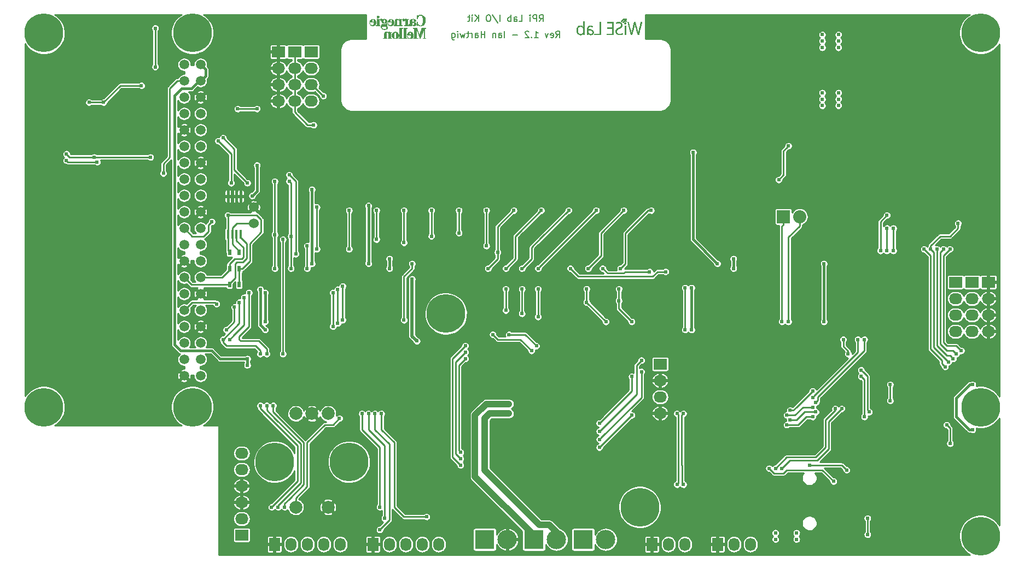
<source format=gbl>
G04 #@! TF.FileFunction,Copper,L2,Bot,Signal*
%FSLAX46Y46*%
G04 Gerber Fmt 4.6, Leading zero omitted, Abs format (unit mm)*
G04 Created by KiCad (PCBNEW 4.0.2-stable) date Tuesday, August 23, 2016 'PMt' 07:55:18 PM*
%MOMM*%
G01*
G04 APERTURE LIST*
%ADD10C,0.100000*%
%ADD11C,0.203200*%
%ADD12C,0.010000*%
%ADD13R,2.032000X1.727200*%
%ADD14O,2.032000X1.727200*%
%ADD15R,0.450000X1.450000*%
%ADD16R,1.727200X2.032000*%
%ADD17O,1.727200X2.032000*%
%ADD18R,2.032000X2.032000*%
%ADD19O,2.032000X2.032000*%
%ADD20R,0.500000X0.900000*%
%ADD21C,2.000000*%
%ADD22C,6.000000*%
%ADD23C,1.524000*%
%ADD24R,3.000000X3.000000*%
%ADD25O,3.000000X3.000000*%
%ADD26C,1.500000*%
%ADD27C,0.609600*%
%ADD28C,0.254000*%
%ADD29C,0.508000*%
%ADD30C,0.381000*%
%ADD31C,1.016000*%
G04 APERTURE END LIST*
D10*
D11*
X82761905Y80797619D02*
X83095239Y81273810D01*
X83333334Y80797619D02*
X83333334Y81797619D01*
X82952381Y81797619D01*
X82857143Y81750000D01*
X82809524Y81702381D01*
X82761905Y81607143D01*
X82761905Y81464286D01*
X82809524Y81369048D01*
X82857143Y81321429D01*
X82952381Y81273810D01*
X83333334Y81273810D01*
X81952381Y80845238D02*
X82047619Y80797619D01*
X82238096Y80797619D01*
X82333334Y80845238D01*
X82380953Y80940476D01*
X82380953Y81321429D01*
X82333334Y81416667D01*
X82238096Y81464286D01*
X82047619Y81464286D01*
X81952381Y81416667D01*
X81904762Y81321429D01*
X81904762Y81226190D01*
X82380953Y81130952D01*
X81571429Y81464286D02*
X81333334Y80797619D01*
X81095238Y81464286D01*
X79428571Y80797619D02*
X80000000Y80797619D01*
X79714286Y80797619D02*
X79714286Y81797619D01*
X79809524Y81654762D01*
X79904762Y81559524D01*
X80000000Y81511905D01*
X79000000Y80892857D02*
X78952381Y80845238D01*
X79000000Y80797619D01*
X79047619Y80845238D01*
X79000000Y80892857D01*
X79000000Y80797619D01*
X78571429Y81702381D02*
X78523810Y81750000D01*
X78428572Y81797619D01*
X78190476Y81797619D01*
X78095238Y81750000D01*
X78047619Y81702381D01*
X78000000Y81607143D01*
X78000000Y81511905D01*
X78047619Y81369048D01*
X78619048Y80797619D01*
X78000000Y80797619D01*
X76809524Y81178571D02*
X76047619Y81178571D01*
X74809524Y80797619D02*
X74809524Y81797619D01*
X73904762Y80797619D02*
X73904762Y81321429D01*
X73952381Y81416667D01*
X74047619Y81464286D01*
X74238096Y81464286D01*
X74333334Y81416667D01*
X73904762Y80845238D02*
X74000000Y80797619D01*
X74238096Y80797619D01*
X74333334Y80845238D01*
X74380953Y80940476D01*
X74380953Y81035714D01*
X74333334Y81130952D01*
X74238096Y81178571D01*
X74000000Y81178571D01*
X73904762Y81226190D01*
X73428572Y81464286D02*
X73428572Y80797619D01*
X73428572Y81369048D02*
X73380953Y81416667D01*
X73285715Y81464286D01*
X73142857Y81464286D01*
X73047619Y81416667D01*
X73000000Y81321429D01*
X73000000Y80797619D01*
X71761905Y80797619D02*
X71761905Y81797619D01*
X71761905Y81321429D02*
X71190476Y81321429D01*
X71190476Y80797619D02*
X71190476Y81797619D01*
X70285714Y80797619D02*
X70285714Y81321429D01*
X70333333Y81416667D01*
X70428571Y81464286D01*
X70619048Y81464286D01*
X70714286Y81416667D01*
X70285714Y80845238D02*
X70380952Y80797619D01*
X70619048Y80797619D01*
X70714286Y80845238D01*
X70761905Y80940476D01*
X70761905Y81035714D01*
X70714286Y81130952D01*
X70619048Y81178571D01*
X70380952Y81178571D01*
X70285714Y81226190D01*
X69809524Y80797619D02*
X69809524Y81464286D01*
X69809524Y81273810D02*
X69761905Y81369048D01*
X69714286Y81416667D01*
X69619048Y81464286D01*
X69523809Y81464286D01*
X69333333Y81464286D02*
X68952381Y81464286D01*
X69190476Y81797619D02*
X69190476Y80940476D01*
X69142857Y80845238D01*
X69047619Y80797619D01*
X68952381Y80797619D01*
X68714285Y81464286D02*
X68523809Y80797619D01*
X68333332Y81273810D01*
X68142856Y80797619D01*
X67952380Y81464286D01*
X67571428Y80797619D02*
X67571428Y81464286D01*
X67571428Y81797619D02*
X67619047Y81750000D01*
X67571428Y81702381D01*
X67523809Y81750000D01*
X67571428Y81797619D01*
X67571428Y81702381D01*
X66666666Y81464286D02*
X66666666Y80654762D01*
X66714285Y80559524D01*
X66761904Y80511905D01*
X66857143Y80464286D01*
X67000000Y80464286D01*
X67095238Y80511905D01*
X66666666Y80845238D02*
X66761904Y80797619D01*
X66952381Y80797619D01*
X67047619Y80845238D01*
X67095238Y80892857D01*
X67142857Y80988095D01*
X67142857Y81273810D01*
X67095238Y81369048D01*
X67047619Y81416667D01*
X66952381Y81464286D01*
X66761904Y81464286D01*
X66666666Y81416667D01*
X80190476Y83297619D02*
X80523810Y83773810D01*
X80761905Y83297619D02*
X80761905Y84297619D01*
X80380952Y84297619D01*
X80285714Y84250000D01*
X80238095Y84202381D01*
X80190476Y84107143D01*
X80190476Y83964286D01*
X80238095Y83869048D01*
X80285714Y83821429D01*
X80380952Y83773810D01*
X80761905Y83773810D01*
X79761905Y83297619D02*
X79761905Y84297619D01*
X79380952Y84297619D01*
X79285714Y84250000D01*
X79238095Y84202381D01*
X79190476Y84107143D01*
X79190476Y83964286D01*
X79238095Y83869048D01*
X79285714Y83821429D01*
X79380952Y83773810D01*
X79761905Y83773810D01*
X78761905Y83297619D02*
X78761905Y83964286D01*
X78761905Y84297619D02*
X78809524Y84250000D01*
X78761905Y84202381D01*
X78714286Y84250000D01*
X78761905Y84297619D01*
X78761905Y84202381D01*
X77047619Y83297619D02*
X77523810Y83297619D01*
X77523810Y84297619D01*
X76285714Y83297619D02*
X76285714Y83821429D01*
X76333333Y83916667D01*
X76428571Y83964286D01*
X76619048Y83964286D01*
X76714286Y83916667D01*
X76285714Y83345238D02*
X76380952Y83297619D01*
X76619048Y83297619D01*
X76714286Y83345238D01*
X76761905Y83440476D01*
X76761905Y83535714D01*
X76714286Y83630952D01*
X76619048Y83678571D01*
X76380952Y83678571D01*
X76285714Y83726190D01*
X75809524Y83297619D02*
X75809524Y84297619D01*
X75809524Y83916667D02*
X75714286Y83964286D01*
X75523809Y83964286D01*
X75428571Y83916667D01*
X75380952Y83869048D01*
X75333333Y83773810D01*
X75333333Y83488095D01*
X75380952Y83392857D01*
X75428571Y83345238D01*
X75523809Y83297619D01*
X75714286Y83297619D01*
X75809524Y83345238D01*
X74142857Y83297619D02*
X74142857Y84297619D01*
X72952381Y84345238D02*
X73809524Y83059524D01*
X72428572Y84297619D02*
X72238095Y84297619D01*
X72142857Y84250000D01*
X72047619Y84154762D01*
X72000000Y83964286D01*
X72000000Y83630952D01*
X72047619Y83440476D01*
X72142857Y83345238D01*
X72238095Y83297619D01*
X72428572Y83297619D01*
X72523810Y83345238D01*
X72619048Y83440476D01*
X72666667Y83630952D01*
X72666667Y83964286D01*
X72619048Y84154762D01*
X72523810Y84250000D01*
X72428572Y84297619D01*
X70809524Y83297619D02*
X70809524Y84297619D01*
X70238095Y83297619D02*
X70666667Y83869048D01*
X70238095Y84297619D02*
X70809524Y83726190D01*
X69809524Y83297619D02*
X69809524Y83964286D01*
X69809524Y84297619D02*
X69857143Y84250000D01*
X69809524Y84202381D01*
X69761905Y84250000D01*
X69809524Y84297619D01*
X69809524Y84202381D01*
X69476191Y83964286D02*
X69095239Y83964286D01*
X69333334Y84297619D02*
X69333334Y83440476D01*
X69285715Y83345238D01*
X69190477Y83297619D01*
X69095239Y83297619D01*
D12*
G36*
X88012030Y82674947D02*
X87919642Y82661861D01*
X87838829Y82636463D01*
X87769258Y82598482D01*
X87710597Y82547645D01*
X87662513Y82483680D01*
X87624672Y82406314D01*
X87603088Y82340349D01*
X87599303Y82325552D01*
X87596062Y82310234D01*
X87593299Y82292909D01*
X87590948Y82272088D01*
X87588942Y82246286D01*
X87587216Y82214014D01*
X87585703Y82173786D01*
X87584338Y82124115D01*
X87583055Y82063514D01*
X87581787Y81990494D01*
X87580469Y81903571D01*
X87579034Y81801255D01*
X87578980Y81797267D01*
X87577662Y81708154D01*
X87576224Y81623619D01*
X87574706Y81545270D01*
X87573147Y81474712D01*
X87571588Y81413555D01*
X87570069Y81363405D01*
X87568630Y81325870D01*
X87567310Y81302556D01*
X87566494Y81295617D01*
X87560559Y81272333D01*
X87632595Y81272333D01*
X87664104Y81272243D01*
X87685890Y81273731D01*
X87699998Y81279437D01*
X87708473Y81291999D01*
X87713359Y81314056D01*
X87716700Y81348247D01*
X87719507Y81384517D01*
X87722923Y81417538D01*
X87727053Y81442980D01*
X87731210Y81457020D01*
X87732868Y81458600D01*
X87740236Y81452262D01*
X87740333Y81451049D01*
X87746552Y81437937D01*
X87763174Y81417523D01*
X87787147Y81392787D01*
X87815419Y81366708D01*
X87844938Y81342264D01*
X87871017Y81323492D01*
X87939169Y81287479D01*
X88016071Y81261098D01*
X88097051Y81245222D01*
X88177437Y81240724D01*
X88252556Y81248475D01*
X88261865Y81250468D01*
X88339337Y81276249D01*
X88407305Y81315473D01*
X88464599Y81367124D01*
X88510049Y81430186D01*
X88537951Y81490493D01*
X88549613Y81536903D01*
X88555825Y81592992D01*
X88556109Y81617778D01*
X88390462Y81617778D01*
X88379063Y81547503D01*
X88354811Y81488211D01*
X88317582Y81439715D01*
X88267249Y81401828D01*
X88234873Y81385840D01*
X88208008Y81375422D01*
X88184563Y81369504D01*
X88158476Y81367256D01*
X88123688Y81367848D01*
X88108633Y81368558D01*
X88046150Y81375048D01*
X87993881Y81387200D01*
X87983963Y81390652D01*
X87914784Y81425347D01*
X87853761Y81473371D01*
X87803300Y81532275D01*
X87765806Y81599611D01*
X87757347Y81621372D01*
X87751326Y81640453D01*
X87746893Y81660390D01*
X87743813Y81684131D01*
X87741855Y81714624D01*
X87740785Y81754820D01*
X87740369Y81807665D01*
X87740333Y81836459D01*
X87740333Y82003075D01*
X87856750Y81997416D01*
X87974829Y81987314D01*
X88078044Y81969180D01*
X88166463Y81942965D01*
X88240156Y81908619D01*
X88299191Y81866094D01*
X88343638Y81815340D01*
X88373565Y81756309D01*
X88389042Y81688951D01*
X88390462Y81617778D01*
X88556109Y81617778D01*
X88556507Y81652382D01*
X88551582Y81708695D01*
X88541180Y81754934D01*
X88510592Y81827014D01*
X88468857Y81889841D01*
X88421652Y81940171D01*
X88356343Y81991338D01*
X88278546Y82034111D01*
X88187717Y82068662D01*
X88083311Y82095165D01*
X87964785Y82113794D01*
X87844050Y82124057D01*
X87740333Y82129866D01*
X87740480Y82185816D01*
X87747025Y82272752D01*
X87766060Y82348878D01*
X87797414Y82413878D01*
X87840917Y82467435D01*
X87896396Y82509231D01*
X87922367Y82522802D01*
X87945068Y82532815D01*
X87965089Y82539529D01*
X87986738Y82543591D01*
X88014323Y82545652D01*
X88052152Y82546360D01*
X88079000Y82546408D01*
X88156855Y82543290D01*
X88224104Y82533218D01*
X88286094Y82514926D01*
X88348171Y82487145D01*
X88363830Y82478841D01*
X88415826Y82450532D01*
X88432857Y82494316D01*
X88443375Y82521263D01*
X88451959Y82543095D01*
X88455268Y82551401D01*
X88454198Y82560255D01*
X88442693Y82570877D01*
X88418639Y82584891D01*
X88398659Y82594944D01*
X88295844Y82636866D01*
X88190445Y82664086D01*
X88085192Y82676039D01*
X88012030Y82674947D01*
X88012030Y82674947D01*
G37*
X88012030Y82674947D02*
X87919642Y82661861D01*
X87838829Y82636463D01*
X87769258Y82598482D01*
X87710597Y82547645D01*
X87662513Y82483680D01*
X87624672Y82406314D01*
X87603088Y82340349D01*
X87599303Y82325552D01*
X87596062Y82310234D01*
X87593299Y82292909D01*
X87590948Y82272088D01*
X87588942Y82246286D01*
X87587216Y82214014D01*
X87585703Y82173786D01*
X87584338Y82124115D01*
X87583055Y82063514D01*
X87581787Y81990494D01*
X87580469Y81903571D01*
X87579034Y81801255D01*
X87578980Y81797267D01*
X87577662Y81708154D01*
X87576224Y81623619D01*
X87574706Y81545270D01*
X87573147Y81474712D01*
X87571588Y81413555D01*
X87570069Y81363405D01*
X87568630Y81325870D01*
X87567310Y81302556D01*
X87566494Y81295617D01*
X87560559Y81272333D01*
X87632595Y81272333D01*
X87664104Y81272243D01*
X87685890Y81273731D01*
X87699998Y81279437D01*
X87708473Y81291999D01*
X87713359Y81314056D01*
X87716700Y81348247D01*
X87719507Y81384517D01*
X87722923Y81417538D01*
X87727053Y81442980D01*
X87731210Y81457020D01*
X87732868Y81458600D01*
X87740236Y81452262D01*
X87740333Y81451049D01*
X87746552Y81437937D01*
X87763174Y81417523D01*
X87787147Y81392787D01*
X87815419Y81366708D01*
X87844938Y81342264D01*
X87871017Y81323492D01*
X87939169Y81287479D01*
X88016071Y81261098D01*
X88097051Y81245222D01*
X88177437Y81240724D01*
X88252556Y81248475D01*
X88261865Y81250468D01*
X88339337Y81276249D01*
X88407305Y81315473D01*
X88464599Y81367124D01*
X88510049Y81430186D01*
X88537951Y81490493D01*
X88549613Y81536903D01*
X88555825Y81592992D01*
X88556109Y81617778D01*
X88390462Y81617778D01*
X88379063Y81547503D01*
X88354811Y81488211D01*
X88317582Y81439715D01*
X88267249Y81401828D01*
X88234873Y81385840D01*
X88208008Y81375422D01*
X88184563Y81369504D01*
X88158476Y81367256D01*
X88123688Y81367848D01*
X88108633Y81368558D01*
X88046150Y81375048D01*
X87993881Y81387200D01*
X87983963Y81390652D01*
X87914784Y81425347D01*
X87853761Y81473371D01*
X87803300Y81532275D01*
X87765806Y81599611D01*
X87757347Y81621372D01*
X87751326Y81640453D01*
X87746893Y81660390D01*
X87743813Y81684131D01*
X87741855Y81714624D01*
X87740785Y81754820D01*
X87740369Y81807665D01*
X87740333Y81836459D01*
X87740333Y82003075D01*
X87856750Y81997416D01*
X87974829Y81987314D01*
X88078044Y81969180D01*
X88166463Y81942965D01*
X88240156Y81908619D01*
X88299191Y81866094D01*
X88343638Y81815340D01*
X88373565Y81756309D01*
X88389042Y81688951D01*
X88390462Y81617778D01*
X88556109Y81617778D01*
X88556507Y81652382D01*
X88551582Y81708695D01*
X88541180Y81754934D01*
X88510592Y81827014D01*
X88468857Y81889841D01*
X88421652Y81940171D01*
X88356343Y81991338D01*
X88278546Y82034111D01*
X88187717Y82068662D01*
X88083311Y82095165D01*
X87964785Y82113794D01*
X87844050Y82124057D01*
X87740333Y82129866D01*
X87740480Y82185816D01*
X87747025Y82272752D01*
X87766060Y82348878D01*
X87797414Y82413878D01*
X87840917Y82467435D01*
X87896396Y82509231D01*
X87922367Y82522802D01*
X87945068Y82532815D01*
X87965089Y82539529D01*
X87986738Y82543591D01*
X88014323Y82545652D01*
X88052152Y82546360D01*
X88079000Y82546408D01*
X88156855Y82543290D01*
X88224104Y82533218D01*
X88286094Y82514926D01*
X88348171Y82487145D01*
X88363830Y82478841D01*
X88415826Y82450532D01*
X88432857Y82494316D01*
X88443375Y82521263D01*
X88451959Y82543095D01*
X88455268Y82551401D01*
X88454198Y82560255D01*
X88442693Y82570877D01*
X88418639Y82584891D01*
X88398659Y82594944D01*
X88295844Y82636866D01*
X88190445Y82664086D01*
X88085192Y82676039D01*
X88012030Y82674947D01*
G36*
X86984757Y82853484D02*
X86982566Y82402633D01*
X86959367Y82442098D01*
X86911674Y82507072D01*
X86852009Y82562217D01*
X86782549Y82607007D01*
X86705470Y82640917D01*
X86622951Y82663419D01*
X86537167Y82673988D01*
X86450295Y82672098D01*
X86364514Y82657223D01*
X86281999Y82628836D01*
X86250200Y82613477D01*
X86173884Y82563793D01*
X86106599Y82500448D01*
X86049133Y82424572D01*
X86002270Y82337294D01*
X85966798Y82239745D01*
X85953527Y82187231D01*
X85935801Y82076526D01*
X85930392Y81966097D01*
X85936775Y81857767D01*
X85954425Y81753355D01*
X85982816Y81654682D01*
X86021423Y81563569D01*
X86069720Y81481836D01*
X86127182Y81411305D01*
X86193284Y81353796D01*
X86194183Y81353153D01*
X86271366Y81305585D01*
X86351209Y81270331D01*
X86388534Y81258645D01*
X86434478Y81249800D01*
X86490263Y81244327D01*
X86549079Y81242531D01*
X86604113Y81244718D01*
X86630668Y81247784D01*
X86719165Y81269625D01*
X86800540Y81306539D01*
X86873513Y81357706D01*
X86936809Y81422307D01*
X86967335Y81463722D01*
X86984211Y81488505D01*
X86994381Y81500720D01*
X87000195Y81502108D01*
X87004003Y81494409D01*
X87004852Y81491501D01*
X87007678Y81473499D01*
X87009985Y81444331D01*
X87011341Y81409762D01*
X87011449Y81403567D01*
X87012577Y81366464D01*
X87014681Y81331643D01*
X87017327Y81306046D01*
X87017634Y81304083D01*
X87022882Y81272333D01*
X87158669Y81272333D01*
X87153168Y81349834D01*
X87152431Y81368652D01*
X87151723Y81403204D01*
X87151051Y81452294D01*
X87150421Y81514721D01*
X87149839Y81589288D01*
X87149312Y81674797D01*
X87148847Y81770048D01*
X87148449Y81873845D01*
X87148126Y81984987D01*
X87148071Y82011563D01*
X86985785Y82011563D01*
X86985303Y81936872D01*
X86985017Y81915987D01*
X86983967Y81850588D01*
X86982825Y81799617D01*
X86981368Y81760568D01*
X86979371Y81730936D01*
X86976612Y81708215D01*
X86972866Y81689900D01*
X86967910Y81673487D01*
X86961955Y81657567D01*
X86923224Y81579539D01*
X86873153Y81511425D01*
X86813430Y81454726D01*
X86745745Y81410942D01*
X86671784Y81381576D01*
X86643900Y81374813D01*
X86596524Y81369402D01*
X86540570Y81369366D01*
X86483105Y81374236D01*
X86431196Y81383548D01*
X86407517Y81390413D01*
X86333191Y81425001D01*
X86267936Y81473428D01*
X86212187Y81534970D01*
X86166380Y81608901D01*
X86130951Y81694494D01*
X86106335Y81791024D01*
X86092967Y81897764D01*
X86091863Y81916504D01*
X86092478Y82025606D01*
X86105167Y82127616D01*
X86129399Y82221376D01*
X86164645Y82305728D01*
X86210372Y82379514D01*
X86266050Y82441577D01*
X86331150Y82490759D01*
X86363103Y82508246D01*
X86440640Y82537268D01*
X86519953Y82549519D01*
X86600542Y82545007D01*
X86681907Y82523741D01*
X86732800Y82502009D01*
X86775504Y82475278D01*
X86820828Y82437165D01*
X86864696Y82391847D01*
X86903037Y82343497D01*
X86929848Y82300074D01*
X86946839Y82265553D01*
X86960199Y82233183D01*
X86970309Y82200336D01*
X86977544Y82164380D01*
X86982283Y82122686D01*
X86984904Y82072624D01*
X86985785Y82011563D01*
X87148071Y82011563D01*
X87147883Y82102277D01*
X87147728Y82224517D01*
X87147667Y82350508D01*
X87147666Y82365834D01*
X87147666Y83304334D01*
X86986948Y83304334D01*
X86984757Y82853484D01*
X86984757Y82853484D01*
G37*
X86984757Y82853484D02*
X86982566Y82402633D01*
X86959367Y82442098D01*
X86911674Y82507072D01*
X86852009Y82562217D01*
X86782549Y82607007D01*
X86705470Y82640917D01*
X86622951Y82663419D01*
X86537167Y82673988D01*
X86450295Y82672098D01*
X86364514Y82657223D01*
X86281999Y82628836D01*
X86250200Y82613477D01*
X86173884Y82563793D01*
X86106599Y82500448D01*
X86049133Y82424572D01*
X86002270Y82337294D01*
X85966798Y82239745D01*
X85953527Y82187231D01*
X85935801Y82076526D01*
X85930392Y81966097D01*
X85936775Y81857767D01*
X85954425Y81753355D01*
X85982816Y81654682D01*
X86021423Y81563569D01*
X86069720Y81481836D01*
X86127182Y81411305D01*
X86193284Y81353796D01*
X86194183Y81353153D01*
X86271366Y81305585D01*
X86351209Y81270331D01*
X86388534Y81258645D01*
X86434478Y81249800D01*
X86490263Y81244327D01*
X86549079Y81242531D01*
X86604113Y81244718D01*
X86630668Y81247784D01*
X86719165Y81269625D01*
X86800540Y81306539D01*
X86873513Y81357706D01*
X86936809Y81422307D01*
X86967335Y81463722D01*
X86984211Y81488505D01*
X86994381Y81500720D01*
X87000195Y81502108D01*
X87004003Y81494409D01*
X87004852Y81491501D01*
X87007678Y81473499D01*
X87009985Y81444331D01*
X87011341Y81409762D01*
X87011449Y81403567D01*
X87012577Y81366464D01*
X87014681Y81331643D01*
X87017327Y81306046D01*
X87017634Y81304083D01*
X87022882Y81272333D01*
X87158669Y81272333D01*
X87153168Y81349834D01*
X87152431Y81368652D01*
X87151723Y81403204D01*
X87151051Y81452294D01*
X87150421Y81514721D01*
X87149839Y81589288D01*
X87149312Y81674797D01*
X87148847Y81770048D01*
X87148449Y81873845D01*
X87148126Y81984987D01*
X87148071Y82011563D01*
X86985785Y82011563D01*
X86985303Y81936872D01*
X86985017Y81915987D01*
X86983967Y81850588D01*
X86982825Y81799617D01*
X86981368Y81760568D01*
X86979371Y81730936D01*
X86976612Y81708215D01*
X86972866Y81689900D01*
X86967910Y81673487D01*
X86961955Y81657567D01*
X86923224Y81579539D01*
X86873153Y81511425D01*
X86813430Y81454726D01*
X86745745Y81410942D01*
X86671784Y81381576D01*
X86643900Y81374813D01*
X86596524Y81369402D01*
X86540570Y81369366D01*
X86483105Y81374236D01*
X86431196Y81383548D01*
X86407517Y81390413D01*
X86333191Y81425001D01*
X86267936Y81473428D01*
X86212187Y81534970D01*
X86166380Y81608901D01*
X86130951Y81694494D01*
X86106335Y81791024D01*
X86092967Y81897764D01*
X86091863Y81916504D01*
X86092478Y82025606D01*
X86105167Y82127616D01*
X86129399Y82221376D01*
X86164645Y82305728D01*
X86210372Y82379514D01*
X86266050Y82441577D01*
X86331150Y82490759D01*
X86363103Y82508246D01*
X86440640Y82537268D01*
X86519953Y82549519D01*
X86600542Y82545007D01*
X86681907Y82523741D01*
X86732800Y82502009D01*
X86775504Y82475278D01*
X86820828Y82437165D01*
X86864696Y82391847D01*
X86903037Y82343497D01*
X86929848Y82300074D01*
X86946839Y82265553D01*
X86960199Y82233183D01*
X86970309Y82200336D01*
X86977544Y82164380D01*
X86982283Y82122686D01*
X86984904Y82072624D01*
X86985785Y82011563D01*
X87148071Y82011563D01*
X87147883Y82102277D01*
X87147728Y82224517D01*
X87147667Y82350508D01*
X87147666Y82365834D01*
X87147666Y83304334D01*
X86986948Y83304334D01*
X86984757Y82853484D01*
G36*
X92389342Y83231453D02*
X92326332Y83227380D01*
X92270362Y83220375D01*
X92233351Y83212570D01*
X92190385Y83199688D01*
X92149903Y83185319D01*
X92114801Y83170749D01*
X92087975Y83157260D01*
X92072321Y83146136D01*
X92069693Y83140017D01*
X92089465Y83090866D01*
X92104088Y83055863D01*
X92114341Y83033292D01*
X92121007Y83021440D01*
X92124865Y83018593D01*
X92124993Y83018653D01*
X92205535Y83055093D01*
X92293741Y83081653D01*
X92385182Y83097616D01*
X92475430Y83102265D01*
X92560054Y83094882D01*
X92576500Y83091777D01*
X92650263Y83068478D01*
X92715825Y83031768D01*
X92771265Y82983116D01*
X92814664Y82923992D01*
X92827275Y82899780D01*
X92837791Y82875476D01*
X92844452Y82853444D01*
X92848092Y82828578D01*
X92849544Y82795773D01*
X92849698Y82762467D01*
X92847226Y82700087D01*
X92839028Y82649703D01*
X92823300Y82606837D01*
X92798237Y82567012D01*
X92762034Y82525750D01*
X92749014Y82512700D01*
X92721425Y82487086D01*
X92692646Y82463866D01*
X92660284Y82441633D01*
X92621944Y82418984D01*
X92575234Y82394513D01*
X92517759Y82366815D01*
X92447128Y82334485D01*
X92439892Y82331233D01*
X92338368Y82282054D01*
X92252483Y82232312D01*
X92180954Y82180819D01*
X92122500Y82126388D01*
X92075837Y82067833D01*
X92039682Y82003966D01*
X92013799Y81936967D01*
X92002384Y81885885D01*
X91995957Y81825190D01*
X91994578Y81760882D01*
X91998309Y81698961D01*
X92007210Y81645426D01*
X92010706Y81632528D01*
X92045650Y81543503D01*
X92093196Y81465781D01*
X92153295Y81399405D01*
X92225900Y81344420D01*
X92310963Y81300870D01*
X92399336Y81271167D01*
X92449945Y81261172D01*
X92511903Y81254309D01*
X92579883Y81250754D01*
X92648560Y81250683D01*
X92712608Y81254273D01*
X92753993Y81259407D01*
X92798925Y81268265D01*
X92848053Y81280250D01*
X92891219Y81292868D01*
X92893693Y81293690D01*
X92930518Y81307208D01*
X92967966Y81322908D01*
X93002705Y81339149D01*
X93031408Y81354288D01*
X93050742Y81366682D01*
X93057400Y81374411D01*
X93054270Y81385352D01*
X93046250Y81406230D01*
X93039653Y81421915D01*
X93027914Y81449329D01*
X93018008Y81473054D01*
X93014610Y81481495D01*
X93010705Y81489862D01*
X93005109Y81493544D01*
X92994714Y81491837D01*
X92976412Y81484032D01*
X92947097Y81469424D01*
X92935490Y81463507D01*
X92872644Y81433871D01*
X92814668Y81412529D01*
X92756563Y81398351D01*
X92693331Y81390209D01*
X92619976Y81386974D01*
X92595967Y81386792D01*
X92544100Y81387036D01*
X92505215Y81388196D01*
X92475370Y81390688D01*
X92450621Y81394929D01*
X92427024Y81401336D01*
X92412321Y81406206D01*
X92334758Y81440395D01*
X92270805Y81484607D01*
X92220548Y81538730D01*
X92184075Y81602650D01*
X92161473Y81676256D01*
X92153663Y81738000D01*
X92155311Y81823791D01*
X92171210Y81900761D01*
X92201622Y81969628D01*
X92246806Y82031110D01*
X92267915Y82052696D01*
X92311088Y82089666D01*
X92360875Y82124065D01*
X92419979Y82157466D01*
X92491103Y82191439D01*
X92549575Y82216437D01*
X92623091Y82247823D01*
X92683545Y82276445D01*
X92734142Y82304247D01*
X92778086Y82333172D01*
X92818582Y82365163D01*
X92858833Y82402161D01*
X92863633Y82406867D01*
X92919466Y82468571D01*
X92960634Y82530221D01*
X92989035Y82595287D01*
X93006568Y82667240D01*
X93006810Y82668708D01*
X93013206Y82756704D01*
X93003692Y82841066D01*
X92979115Y82920601D01*
X92940322Y82994117D01*
X92888159Y83060423D01*
X92823472Y83118327D01*
X92747110Y83166637D01*
X92659917Y83204160D01*
X92617133Y83217275D01*
X92573289Y83225506D01*
X92517554Y83230574D01*
X92454661Y83232537D01*
X92389342Y83231453D01*
X92389342Y83231453D01*
G37*
X92389342Y83231453D02*
X92326332Y83227380D01*
X92270362Y83220375D01*
X92233351Y83212570D01*
X92190385Y83199688D01*
X92149903Y83185319D01*
X92114801Y83170749D01*
X92087975Y83157260D01*
X92072321Y83146136D01*
X92069693Y83140017D01*
X92089465Y83090866D01*
X92104088Y83055863D01*
X92114341Y83033292D01*
X92121007Y83021440D01*
X92124865Y83018593D01*
X92124993Y83018653D01*
X92205535Y83055093D01*
X92293741Y83081653D01*
X92385182Y83097616D01*
X92475430Y83102265D01*
X92560054Y83094882D01*
X92576500Y83091777D01*
X92650263Y83068478D01*
X92715825Y83031768D01*
X92771265Y82983116D01*
X92814664Y82923992D01*
X92827275Y82899780D01*
X92837791Y82875476D01*
X92844452Y82853444D01*
X92848092Y82828578D01*
X92849544Y82795773D01*
X92849698Y82762467D01*
X92847226Y82700087D01*
X92839028Y82649703D01*
X92823300Y82606837D01*
X92798237Y82567012D01*
X92762034Y82525750D01*
X92749014Y82512700D01*
X92721425Y82487086D01*
X92692646Y82463866D01*
X92660284Y82441633D01*
X92621944Y82418984D01*
X92575234Y82394513D01*
X92517759Y82366815D01*
X92447128Y82334485D01*
X92439892Y82331233D01*
X92338368Y82282054D01*
X92252483Y82232312D01*
X92180954Y82180819D01*
X92122500Y82126388D01*
X92075837Y82067833D01*
X92039682Y82003966D01*
X92013799Y81936967D01*
X92002384Y81885885D01*
X91995957Y81825190D01*
X91994578Y81760882D01*
X91998309Y81698961D01*
X92007210Y81645426D01*
X92010706Y81632528D01*
X92045650Y81543503D01*
X92093196Y81465781D01*
X92153295Y81399405D01*
X92225900Y81344420D01*
X92310963Y81300870D01*
X92399336Y81271167D01*
X92449945Y81261172D01*
X92511903Y81254309D01*
X92579883Y81250754D01*
X92648560Y81250683D01*
X92712608Y81254273D01*
X92753993Y81259407D01*
X92798925Y81268265D01*
X92848053Y81280250D01*
X92891219Y81292868D01*
X92893693Y81293690D01*
X92930518Y81307208D01*
X92967966Y81322908D01*
X93002705Y81339149D01*
X93031408Y81354288D01*
X93050742Y81366682D01*
X93057400Y81374411D01*
X93054270Y81385352D01*
X93046250Y81406230D01*
X93039653Y81421915D01*
X93027914Y81449329D01*
X93018008Y81473054D01*
X93014610Y81481495D01*
X93010705Y81489862D01*
X93005109Y81493544D01*
X92994714Y81491837D01*
X92976412Y81484032D01*
X92947097Y81469424D01*
X92935490Y81463507D01*
X92872644Y81433871D01*
X92814668Y81412529D01*
X92756563Y81398351D01*
X92693331Y81390209D01*
X92619976Y81386974D01*
X92595967Y81386792D01*
X92544100Y81387036D01*
X92505215Y81388196D01*
X92475370Y81390688D01*
X92450621Y81394929D01*
X92427024Y81401336D01*
X92412321Y81406206D01*
X92334758Y81440395D01*
X92270805Y81484607D01*
X92220548Y81538730D01*
X92184075Y81602650D01*
X92161473Y81676256D01*
X92153663Y81738000D01*
X92155311Y81823791D01*
X92171210Y81900761D01*
X92201622Y81969628D01*
X92246806Y82031110D01*
X92267915Y82052696D01*
X92311088Y82089666D01*
X92360875Y82124065D01*
X92419979Y82157466D01*
X92491103Y82191439D01*
X92549575Y82216437D01*
X92623091Y82247823D01*
X92683545Y82276445D01*
X92734142Y82304247D01*
X92778086Y82333172D01*
X92818582Y82365163D01*
X92858833Y82402161D01*
X92863633Y82406867D01*
X92919466Y82468571D01*
X92960634Y82530221D01*
X92989035Y82595287D01*
X93006568Y82667240D01*
X93006810Y82668708D01*
X93013206Y82756704D01*
X93003692Y82841066D01*
X92979115Y82920601D01*
X92940322Y82994117D01*
X92888159Y83060423D01*
X92823472Y83118327D01*
X92747110Y83166637D01*
X92659917Y83204160D01*
X92617133Y83217275D01*
X92573289Y83225506D01*
X92517554Y83230574D01*
X92454661Y83232537D01*
X92389342Y83231453D01*
G36*
X94685151Y82540514D02*
X94647457Y82393555D01*
X94613862Y82261916D01*
X94584116Y82144551D01*
X94557967Y82040414D01*
X94535166Y81948460D01*
X94515460Y81867642D01*
X94498600Y81796917D01*
X94484334Y81735237D01*
X94472411Y81681558D01*
X94462582Y81634833D01*
X94454595Y81594018D01*
X94448199Y81558066D01*
X94445482Y81541349D01*
X94438777Y81505213D01*
X94432545Y81485841D01*
X94426611Y81483076D01*
X94420798Y81496760D01*
X94416776Y81515657D01*
X94408706Y81555984D01*
X94396396Y81610721D01*
X94380311Y81678012D01*
X94360915Y81756000D01*
X94338674Y81842829D01*
X94314051Y81936642D01*
X94287512Y82035583D01*
X94276330Y82076667D01*
X94255220Y82153685D01*
X94232383Y82236594D01*
X94208231Y82323936D01*
X94183172Y82414251D01*
X94157617Y82506081D01*
X94131976Y82597969D01*
X94106659Y82688455D01*
X94082074Y82776081D01*
X94058634Y82859389D01*
X94036746Y82936920D01*
X94016822Y83007216D01*
X93999271Y83068818D01*
X93984502Y83120268D01*
X93972927Y83160108D01*
X93964954Y83186878D01*
X93960994Y83199121D01*
X93960694Y83199728D01*
X93951160Y83201097D01*
X93928726Y83201672D01*
X93897411Y83201392D01*
X93880785Y83200949D01*
X93804546Y83198500D01*
X94068827Y82284100D01*
X94103982Y82162472D01*
X94138019Y82044728D01*
X94170619Y81931967D01*
X94201464Y81825292D01*
X94230235Y81725804D01*
X94256614Y81634604D01*
X94280282Y81552794D01*
X94300920Y81481473D01*
X94318210Y81421745D01*
X94331834Y81374709D01*
X94341472Y81341468D01*
X94346807Y81323122D01*
X94347424Y81321017D01*
X94361740Y81272333D01*
X94437132Y81272333D01*
X94473876Y81272779D01*
X94497030Y81274528D01*
X94509925Y81278200D01*
X94515893Y81284412D01*
X94516918Y81287150D01*
X94519651Y81297488D01*
X94526245Y81322978D01*
X94536379Y81362363D01*
X94549730Y81414385D01*
X94565978Y81477789D01*
X94584800Y81551316D01*
X94605874Y81633710D01*
X94628879Y81723715D01*
X94653493Y81820073D01*
X94679393Y81921528D01*
X94690895Y81966600D01*
X94726775Y82107471D01*
X94758630Y82233111D01*
X94786730Y82344666D01*
X94811348Y82443284D01*
X94832756Y82530112D01*
X94851228Y82606296D01*
X94867034Y82672984D01*
X94880447Y82731323D01*
X94891740Y82782460D01*
X94901185Y82827542D01*
X94909055Y82867716D01*
X94915621Y82904129D01*
X94920528Y82933917D01*
X94926106Y82964701D01*
X94931675Y82987742D01*
X94936222Y82999022D01*
X94937079Y82999534D01*
X94942049Y82992033D01*
X94947217Y82973157D01*
X94948953Y82963550D01*
X94954128Y82933781D01*
X94961185Y82898926D01*
X94970423Y82857843D01*
X94982142Y82809391D01*
X94996644Y82752427D01*
X95014228Y82685811D01*
X95035195Y82608400D01*
X95059845Y82519052D01*
X95088478Y82416625D01*
X95121394Y82299979D01*
X95149626Y82200531D01*
X95177709Y82101808D01*
X95205932Y82002586D01*
X95233699Y81904959D01*
X95260414Y81811020D01*
X95285483Y81722862D01*
X95308311Y81642578D01*
X95328302Y81572260D01*
X95344861Y81514002D01*
X95357393Y81469897D01*
X95357596Y81469183D01*
X95413513Y81272333D01*
X95488789Y81272333D01*
X95529849Y81273296D01*
X95555464Y81276308D01*
X95567019Y81281554D01*
X95567775Y81282917D01*
X95570330Y81292349D01*
X95576832Y81317141D01*
X95587010Y81356251D01*
X95600597Y81408639D01*
X95617322Y81473264D01*
X95636919Y81549084D01*
X95659117Y81635059D01*
X95683648Y81730147D01*
X95710243Y81833308D01*
X95738633Y81943501D01*
X95768549Y82059685D01*
X95799723Y82180819D01*
X95813224Y82233300D01*
X95844874Y82356318D01*
X95875396Y82474896D01*
X95904519Y82587986D01*
X95931972Y82694540D01*
X95957486Y82793512D01*
X95980790Y82883852D01*
X96001614Y82964515D01*
X96019686Y83034451D01*
X96034738Y83092614D01*
X96046498Y83137956D01*
X96054696Y83169429D01*
X96059061Y83185985D01*
X96059685Y83188232D01*
X96060547Y83195137D01*
X96055976Y83199387D01*
X96043086Y83201453D01*
X96018994Y83201802D01*
X95981697Y83200932D01*
X95898987Y83198500D01*
X95765346Y82665100D01*
X95724312Y82500820D01*
X95686088Y82346773D01*
X95650833Y82203625D01*
X95618708Y82072043D01*
X95589873Y81952693D01*
X95564486Y81846241D01*
X95542708Y81753352D01*
X95524698Y81674693D01*
X95510616Y81610930D01*
X95500622Y81562729D01*
X95498906Y81553850D01*
X95492024Y81520026D01*
X95485753Y81493556D01*
X95481002Y81478079D01*
X95479342Y81475571D01*
X95476082Y81483413D01*
X95470152Y81505036D01*
X95462249Y81537626D01*
X95453068Y81578367D01*
X95447356Y81604981D01*
X95441128Y81633383D01*
X95433404Y81666432D01*
X95423946Y81704999D01*
X95412516Y81749956D01*
X95398877Y81802174D01*
X95382791Y81862525D01*
X95364020Y81931879D01*
X95342326Y82011109D01*
X95317472Y82101086D01*
X95289219Y82202681D01*
X95257331Y82316766D01*
X95221568Y82444212D01*
X95181694Y82585891D01*
X95137471Y82742673D01*
X95121121Y82800567D01*
X95008715Y83198500D01*
X94932106Y83200914D01*
X94855497Y83203327D01*
X94685151Y82540514D01*
X94685151Y82540514D01*
G37*
X94685151Y82540514D02*
X94647457Y82393555D01*
X94613862Y82261916D01*
X94584116Y82144551D01*
X94557967Y82040414D01*
X94535166Y81948460D01*
X94515460Y81867642D01*
X94498600Y81796917D01*
X94484334Y81735237D01*
X94472411Y81681558D01*
X94462582Y81634833D01*
X94454595Y81594018D01*
X94448199Y81558066D01*
X94445482Y81541349D01*
X94438777Y81505213D01*
X94432545Y81485841D01*
X94426611Y81483076D01*
X94420798Y81496760D01*
X94416776Y81515657D01*
X94408706Y81555984D01*
X94396396Y81610721D01*
X94380311Y81678012D01*
X94360915Y81756000D01*
X94338674Y81842829D01*
X94314051Y81936642D01*
X94287512Y82035583D01*
X94276330Y82076667D01*
X94255220Y82153685D01*
X94232383Y82236594D01*
X94208231Y82323936D01*
X94183172Y82414251D01*
X94157617Y82506081D01*
X94131976Y82597969D01*
X94106659Y82688455D01*
X94082074Y82776081D01*
X94058634Y82859389D01*
X94036746Y82936920D01*
X94016822Y83007216D01*
X93999271Y83068818D01*
X93984502Y83120268D01*
X93972927Y83160108D01*
X93964954Y83186878D01*
X93960994Y83199121D01*
X93960694Y83199728D01*
X93951160Y83201097D01*
X93928726Y83201672D01*
X93897411Y83201392D01*
X93880785Y83200949D01*
X93804546Y83198500D01*
X94068827Y82284100D01*
X94103982Y82162472D01*
X94138019Y82044728D01*
X94170619Y81931967D01*
X94201464Y81825292D01*
X94230235Y81725804D01*
X94256614Y81634604D01*
X94280282Y81552794D01*
X94300920Y81481473D01*
X94318210Y81421745D01*
X94331834Y81374709D01*
X94341472Y81341468D01*
X94346807Y81323122D01*
X94347424Y81321017D01*
X94361740Y81272333D01*
X94437132Y81272333D01*
X94473876Y81272779D01*
X94497030Y81274528D01*
X94509925Y81278200D01*
X94515893Y81284412D01*
X94516918Y81287150D01*
X94519651Y81297488D01*
X94526245Y81322978D01*
X94536379Y81362363D01*
X94549730Y81414385D01*
X94565978Y81477789D01*
X94584800Y81551316D01*
X94605874Y81633710D01*
X94628879Y81723715D01*
X94653493Y81820073D01*
X94679393Y81921528D01*
X94690895Y81966600D01*
X94726775Y82107471D01*
X94758630Y82233111D01*
X94786730Y82344666D01*
X94811348Y82443284D01*
X94832756Y82530112D01*
X94851228Y82606296D01*
X94867034Y82672984D01*
X94880447Y82731323D01*
X94891740Y82782460D01*
X94901185Y82827542D01*
X94909055Y82867716D01*
X94915621Y82904129D01*
X94920528Y82933917D01*
X94926106Y82964701D01*
X94931675Y82987742D01*
X94936222Y82999022D01*
X94937079Y82999534D01*
X94942049Y82992033D01*
X94947217Y82973157D01*
X94948953Y82963550D01*
X94954128Y82933781D01*
X94961185Y82898926D01*
X94970423Y82857843D01*
X94982142Y82809391D01*
X94996644Y82752427D01*
X95014228Y82685811D01*
X95035195Y82608400D01*
X95059845Y82519052D01*
X95088478Y82416625D01*
X95121394Y82299979D01*
X95149626Y82200531D01*
X95177709Y82101808D01*
X95205932Y82002586D01*
X95233699Y81904959D01*
X95260414Y81811020D01*
X95285483Y81722862D01*
X95308311Y81642578D01*
X95328302Y81572260D01*
X95344861Y81514002D01*
X95357393Y81469897D01*
X95357596Y81469183D01*
X95413513Y81272333D01*
X95488789Y81272333D01*
X95529849Y81273296D01*
X95555464Y81276308D01*
X95567019Y81281554D01*
X95567775Y81282917D01*
X95570330Y81292349D01*
X95576832Y81317141D01*
X95587010Y81356251D01*
X95600597Y81408639D01*
X95617322Y81473264D01*
X95636919Y81549084D01*
X95659117Y81635059D01*
X95683648Y81730147D01*
X95710243Y81833308D01*
X95738633Y81943501D01*
X95768549Y82059685D01*
X95799723Y82180819D01*
X95813224Y82233300D01*
X95844874Y82356318D01*
X95875396Y82474896D01*
X95904519Y82587986D01*
X95931972Y82694540D01*
X95957486Y82793512D01*
X95980790Y82883852D01*
X96001614Y82964515D01*
X96019686Y83034451D01*
X96034738Y83092614D01*
X96046498Y83137956D01*
X96054696Y83169429D01*
X96059061Y83185985D01*
X96059685Y83188232D01*
X96060547Y83195137D01*
X96055976Y83199387D01*
X96043086Y83201453D01*
X96018994Y83201802D01*
X95981697Y83200932D01*
X95898987Y83198500D01*
X95765346Y82665100D01*
X95724312Y82500820D01*
X95686088Y82346773D01*
X95650833Y82203625D01*
X95618708Y82072043D01*
X95589873Y81952693D01*
X95564486Y81846241D01*
X95542708Y81753352D01*
X95524698Y81674693D01*
X95510616Y81610930D01*
X95500622Y81562729D01*
X95498906Y81553850D01*
X95492024Y81520026D01*
X95485753Y81493556D01*
X95481002Y81478079D01*
X95479342Y81475571D01*
X95476082Y81483413D01*
X95470152Y81505036D01*
X95462249Y81537626D01*
X95453068Y81578367D01*
X95447356Y81604981D01*
X95441128Y81633383D01*
X95433404Y81666432D01*
X95423946Y81704999D01*
X95412516Y81749956D01*
X95398877Y81802174D01*
X95382791Y81862525D01*
X95364020Y81931879D01*
X95342326Y82011109D01*
X95317472Y82101086D01*
X95289219Y82202681D01*
X95257331Y82316766D01*
X95221568Y82444212D01*
X95181694Y82585891D01*
X95137471Y82742673D01*
X95121121Y82800567D01*
X95008715Y83198500D01*
X94932106Y83200914D01*
X94855497Y83203327D01*
X94685151Y82540514D01*
G36*
X93396066Y81272333D02*
X93556933Y81272333D01*
X93556933Y82643933D01*
X93396066Y82643933D01*
X93396066Y81272333D01*
X93396066Y81272333D01*
G37*
X93396066Y81272333D02*
X93556933Y81272333D01*
X93556933Y82643933D01*
X93396066Y82643933D01*
X93396066Y81272333D01*
G36*
X90669800Y83067267D02*
X91465666Y83067267D01*
X91465666Y82356067D01*
X90720600Y82356067D01*
X90720600Y82220600D01*
X91465666Y82220600D01*
X91465666Y81407800D01*
X90627466Y81407800D01*
X90627466Y81272333D01*
X91626533Y81272333D01*
X91626533Y83202733D01*
X90669800Y83202733D01*
X90669800Y83067267D01*
X90669800Y83067267D01*
G37*
X90669800Y83067267D02*
X91465666Y83067267D01*
X91465666Y82356067D01*
X90720600Y82356067D01*
X90720600Y82220600D01*
X91465666Y82220600D01*
X91465666Y81407800D01*
X90627466Y81407800D01*
X90627466Y81272333D01*
X91626533Y81272333D01*
X91626533Y83202733D01*
X90669800Y83202733D01*
X90669800Y83067267D01*
G36*
X89543733Y81407800D02*
X88714000Y81407800D01*
X88714000Y81272333D01*
X89704600Y81272333D01*
X89704600Y83202733D01*
X89543733Y83202733D01*
X89543733Y81407800D01*
X89543733Y81407800D01*
G37*
X89543733Y81407800D02*
X88714000Y81407800D01*
X88714000Y81272333D01*
X89704600Y81272333D01*
X89704600Y83202733D01*
X89543733Y83202733D01*
X89543733Y81407800D01*
G36*
X93433521Y83151585D02*
X93399389Y83131660D01*
X93371959Y83098334D01*
X93368563Y83092065D01*
X93355906Y83050245D01*
X93357596Y83006918D01*
X93372610Y82966605D01*
X93399927Y82933830D01*
X93405266Y82929665D01*
X93438142Y82914573D01*
X93477024Y82909635D01*
X93513788Y82915673D01*
X93519712Y82918060D01*
X93552213Y82941382D01*
X93575006Y82975082D01*
X93586825Y83014860D01*
X93586402Y83056414D01*
X93572470Y83095444D01*
X93572134Y83096019D01*
X93543661Y83130327D01*
X93508904Y83150982D01*
X93471108Y83158047D01*
X93433521Y83151585D01*
X93433521Y83151585D01*
G37*
X93433521Y83151585D02*
X93399389Y83131660D01*
X93371959Y83098334D01*
X93368563Y83092065D01*
X93355906Y83050245D01*
X93357596Y83006918D01*
X93372610Y82966605D01*
X93399927Y82933830D01*
X93405266Y82929665D01*
X93438142Y82914573D01*
X93477024Y82909635D01*
X93513788Y82915673D01*
X93519712Y82918060D01*
X93552213Y82941382D01*
X93575006Y82975082D01*
X93586825Y83014860D01*
X93586402Y83056414D01*
X93572470Y83095444D01*
X93572134Y83096019D01*
X93543661Y83130327D01*
X93508904Y83150982D01*
X93471108Y83158047D01*
X93433521Y83151585D01*
G36*
X93447724Y83463803D02*
X93406403Y83461464D01*
X93375449Y83457341D01*
X93348296Y83449911D01*
X93318381Y83437651D01*
X93301825Y83429942D01*
X93235987Y83390254D01*
X93178283Y83338719D01*
X93132173Y83278673D01*
X93117063Y83251653D01*
X93099990Y83213639D01*
X93092680Y83185518D01*
X93094761Y83163613D01*
X93105864Y83144251D01*
X93106170Y83143871D01*
X93128504Y83128038D01*
X93158625Y83120618D01*
X93189117Y83122565D01*
X93207839Y83130796D01*
X93222776Y83146357D01*
X93239460Y83170596D01*
X93247655Y83185317D01*
X93281177Y83234467D01*
X93325541Y83274157D01*
X93377399Y83302498D01*
X93433402Y83317599D01*
X93483505Y83318428D01*
X93518760Y83314265D01*
X93554994Y83309576D01*
X93566156Y83308020D01*
X93591026Y83305574D01*
X93606235Y83308850D01*
X93618670Y83319978D01*
X93623306Y83325694D01*
X93637570Y83355382D01*
X93641325Y83390071D01*
X93633769Y83421616D01*
X93632930Y83423246D01*
X93615812Y83438988D01*
X93584642Y83451425D01*
X93542083Y83459974D01*
X93490798Y83464050D01*
X93447724Y83463803D01*
X93447724Y83463803D01*
G37*
X93447724Y83463803D02*
X93406403Y83461464D01*
X93375449Y83457341D01*
X93348296Y83449911D01*
X93318381Y83437651D01*
X93301825Y83429942D01*
X93235987Y83390254D01*
X93178283Y83338719D01*
X93132173Y83278673D01*
X93117063Y83251653D01*
X93099990Y83213639D01*
X93092680Y83185518D01*
X93094761Y83163613D01*
X93105864Y83144251D01*
X93106170Y83143871D01*
X93128504Y83128038D01*
X93158625Y83120618D01*
X93189117Y83122565D01*
X93207839Y83130796D01*
X93222776Y83146357D01*
X93239460Y83170596D01*
X93247655Y83185317D01*
X93281177Y83234467D01*
X93325541Y83274157D01*
X93377399Y83302498D01*
X93433402Y83317599D01*
X93483505Y83318428D01*
X93518760Y83314265D01*
X93554994Y83309576D01*
X93566156Y83308020D01*
X93591026Y83305574D01*
X93606235Y83308850D01*
X93618670Y83319978D01*
X93623306Y83325694D01*
X93637570Y83355382D01*
X93641325Y83390071D01*
X93633769Y83421616D01*
X93632930Y83423246D01*
X93615812Y83438988D01*
X93584642Y83451425D01*
X93542083Y83459974D01*
X93490798Y83464050D01*
X93447724Y83463803D01*
G36*
X93314313Y83753336D02*
X93252413Y83738985D01*
X93189757Y83715542D01*
X93147889Y83695843D01*
X93107676Y83674357D01*
X93074243Y83652619D01*
X93042139Y83626570D01*
X93005910Y83592152D01*
X92998133Y83584355D01*
X92952002Y83533781D01*
X92913134Y83483104D01*
X92882338Y83434129D01*
X92860424Y83388658D01*
X92848201Y83348497D01*
X92846477Y83315449D01*
X92856061Y83291317D01*
X92863584Y83284324D01*
X92888296Y83273953D01*
X92918158Y83270628D01*
X92946360Y83274286D01*
X92966091Y83284862D01*
X92966479Y83285284D01*
X92976799Y83299880D01*
X92991639Y83324588D01*
X93007981Y83354352D01*
X93009763Y83357760D01*
X93058809Y83435093D01*
X93118172Y83499462D01*
X93186630Y83550298D01*
X93262963Y83587032D01*
X93345950Y83609096D01*
X93434372Y83615921D01*
X93527007Y83606939D01*
X93539401Y83604559D01*
X93585576Y83596596D01*
X93618510Y83595013D01*
X93640929Y83600562D01*
X93655562Y83613997D01*
X93665137Y83636069D01*
X93666122Y83639499D01*
X93670329Y83669777D01*
X93663254Y83698171D01*
X93663050Y83698660D01*
X93649386Y83718366D01*
X93625752Y83733718D01*
X93590562Y83745183D01*
X93542231Y83753232D01*
X93479171Y83758335D01*
X93458123Y83759321D01*
X93381026Y83759734D01*
X93314313Y83753336D01*
X93314313Y83753336D01*
G37*
X93314313Y83753336D02*
X93252413Y83738985D01*
X93189757Y83715542D01*
X93147889Y83695843D01*
X93107676Y83674357D01*
X93074243Y83652619D01*
X93042139Y83626570D01*
X93005910Y83592152D01*
X92998133Y83584355D01*
X92952002Y83533781D01*
X92913134Y83483104D01*
X92882338Y83434129D01*
X92860424Y83388658D01*
X92848201Y83348497D01*
X92846477Y83315449D01*
X92856061Y83291317D01*
X92863584Y83284324D01*
X92888296Y83273953D01*
X92918158Y83270628D01*
X92946360Y83274286D01*
X92966091Y83284862D01*
X92966479Y83285284D01*
X92976799Y83299880D01*
X92991639Y83324588D01*
X93007981Y83354352D01*
X93009763Y83357760D01*
X93058809Y83435093D01*
X93118172Y83499462D01*
X93186630Y83550298D01*
X93262963Y83587032D01*
X93345950Y83609096D01*
X93434372Y83615921D01*
X93527007Y83606939D01*
X93539401Y83604559D01*
X93585576Y83596596D01*
X93618510Y83595013D01*
X93640929Y83600562D01*
X93655562Y83613997D01*
X93665137Y83636069D01*
X93666122Y83639499D01*
X93670329Y83669777D01*
X93663254Y83698171D01*
X93663050Y83698660D01*
X93649386Y83718366D01*
X93625752Y83733718D01*
X93590562Y83745183D01*
X93542231Y83753232D01*
X93479171Y83758335D01*
X93458123Y83759321D01*
X93381026Y83759734D01*
X93314313Y83753336D01*
G36*
X62149484Y82269242D02*
X62094057Y82268780D01*
X62047968Y82268000D01*
X62013270Y82266932D01*
X61992016Y82265609D01*
X61986242Y82264551D01*
X61983187Y82259968D01*
X61977843Y82248255D01*
X61969963Y82228707D01*
X61959297Y82200616D01*
X61945595Y82163278D01*
X61928608Y82115984D01*
X61908087Y82058030D01*
X61883784Y81988709D01*
X61855448Y81907315D01*
X61822830Y81813140D01*
X61785682Y81705480D01*
X61743753Y81583628D01*
X61696796Y81446878D01*
X61665344Y81355167D01*
X61646893Y81301710D01*
X61630238Y81254159D01*
X61616157Y81214671D01*
X61605422Y81185401D01*
X61598809Y81168505D01*
X61597050Y81165194D01*
X61593926Y81173376D01*
X61585676Y81196239D01*
X61572758Y81232482D01*
X61555632Y81280800D01*
X61534759Y81339891D01*
X61510598Y81408451D01*
X61483609Y81485179D01*
X61454252Y81568770D01*
X61422987Y81657921D01*
X61403771Y81712776D01*
X61371440Y81804777D01*
X61340534Y81892087D01*
X61311533Y81973387D01*
X61284918Y82047361D01*
X61261170Y82112690D01*
X61240769Y82168056D01*
X61224197Y82212141D01*
X61211934Y82243628D01*
X61204461Y82261199D01*
X61202511Y82264494D01*
X61191770Y82266032D01*
X61166223Y82267319D01*
X61127994Y82268322D01*
X61079209Y82269004D01*
X61021992Y82269330D01*
X60958469Y82269265D01*
X60925467Y82269079D01*
X60658767Y82267167D01*
X60656087Y82243883D01*
X60653408Y82220600D01*
X60740754Y82220601D01*
X60828100Y82220601D01*
X60825894Y81458601D01*
X60823688Y80696600D01*
X60739111Y80696600D01*
X60700712Y80696471D01*
X60676154Y80695567D01*
X60662343Y80693115D01*
X60656185Y80688340D01*
X60654588Y80680469D01*
X60654533Y80675433D01*
X60654533Y80654267D01*
X61382666Y80654267D01*
X61382666Y80696600D01*
X61187933Y80696600D01*
X61187933Y81434611D01*
X61187977Y81544673D01*
X61188106Y81649681D01*
X61188312Y81748429D01*
X61188589Y81839712D01*
X61188931Y81922323D01*
X61189331Y81995059D01*
X61189782Y82056712D01*
X61190279Y82106078D01*
X61190815Y82141952D01*
X61191382Y82163128D01*
X61191888Y82168668D01*
X61195192Y82160267D01*
X61203652Y82137007D01*
X61216868Y82100027D01*
X61234440Y82050463D01*
X61255968Y81989453D01*
X61281053Y81918135D01*
X61309293Y81837645D01*
X61340289Y81749121D01*
X61373640Y81653701D01*
X61408948Y81552522D01*
X61445811Y81446722D01*
X61446245Y81445473D01*
X61483407Y81338764D01*
X61519199Y81236046D01*
X61553201Y81138523D01*
X61584991Y81047402D01*
X61614149Y80963887D01*
X61640253Y80889183D01*
X61662881Y80824498D01*
X61681614Y80771034D01*
X61696029Y80729999D01*
X61705705Y80702598D01*
X61710141Y80690250D01*
X61719718Y80667961D01*
X61729870Y80657478D01*
X61746087Y80654406D01*
X61755090Y80654267D01*
X61786547Y80654267D01*
X62056623Y81424595D01*
X62095048Y81534071D01*
X62131927Y81638908D01*
X62166872Y81738015D01*
X62199495Y81830301D01*
X62229408Y81914677D01*
X62256222Y81990051D01*
X62279549Y82055334D01*
X62299001Y82109436D01*
X62314191Y82151266D01*
X62324729Y82179734D01*
X62330228Y82193749D01*
X62330933Y82195065D01*
X62331741Y82186773D01*
X62332383Y82162414D01*
X62332861Y82122853D01*
X62333177Y82068958D01*
X62333332Y82001592D01*
X62333327Y81921621D01*
X62333165Y81829912D01*
X62332847Y81727330D01*
X62332375Y81614741D01*
X62331749Y81493009D01*
X62330973Y81363001D01*
X62330047Y81225583D01*
X62328973Y81081619D01*
X62328808Y81060667D01*
X62328138Y80985477D01*
X62327368Y80925265D01*
X62326377Y80878074D01*
X62325050Y80841949D01*
X62323266Y80814932D01*
X62320908Y80795069D01*
X62317859Y80780403D01*
X62313998Y80768977D01*
X62310741Y80761844D01*
X62291909Y80734568D01*
X62265171Y80715705D01*
X62227459Y80703653D01*
X62187969Y80697906D01*
X62157668Y80694259D01*
X62140659Y80689897D01*
X62133317Y80683364D01*
X62131967Y80675433D01*
X62132543Y80670321D01*
X62135541Y80666330D01*
X62142868Y80663294D01*
X62156429Y80661049D01*
X62178128Y80659432D01*
X62209872Y80658276D01*
X62253565Y80657418D01*
X62311115Y80656693D01*
X62354217Y80656243D01*
X62576466Y80653985D01*
X62576466Y80673355D01*
X62574393Y80684675D01*
X62565617Y80692204D01*
X62546301Y80698170D01*
X62526859Y80702153D01*
X62481335Y80714247D01*
X62448342Y80732110D01*
X62423758Y80758422D01*
X62412995Y80776210D01*
X62394433Y80810900D01*
X62392039Y81515750D01*
X62389644Y82220600D01*
X62569125Y82220600D01*
X62566446Y82243883D01*
X62563766Y82267167D01*
X62280133Y82269083D01*
X62212194Y82269354D01*
X62149484Y82269242D01*
X62149484Y82269242D01*
G37*
X62149484Y82269242D02*
X62094057Y82268780D01*
X62047968Y82268000D01*
X62013270Y82266932D01*
X61992016Y82265609D01*
X61986242Y82264551D01*
X61983187Y82259968D01*
X61977843Y82248255D01*
X61969963Y82228707D01*
X61959297Y82200616D01*
X61945595Y82163278D01*
X61928608Y82115984D01*
X61908087Y82058030D01*
X61883784Y81988709D01*
X61855448Y81907315D01*
X61822830Y81813140D01*
X61785682Y81705480D01*
X61743753Y81583628D01*
X61696796Y81446878D01*
X61665344Y81355167D01*
X61646893Y81301710D01*
X61630238Y81254159D01*
X61616157Y81214671D01*
X61605422Y81185401D01*
X61598809Y81168505D01*
X61597050Y81165194D01*
X61593926Y81173376D01*
X61585676Y81196239D01*
X61572758Y81232482D01*
X61555632Y81280800D01*
X61534759Y81339891D01*
X61510598Y81408451D01*
X61483609Y81485179D01*
X61454252Y81568770D01*
X61422987Y81657921D01*
X61403771Y81712776D01*
X61371440Y81804777D01*
X61340534Y81892087D01*
X61311533Y81973387D01*
X61284918Y82047361D01*
X61261170Y82112690D01*
X61240769Y82168056D01*
X61224197Y82212141D01*
X61211934Y82243628D01*
X61204461Y82261199D01*
X61202511Y82264494D01*
X61191770Y82266032D01*
X61166223Y82267319D01*
X61127994Y82268322D01*
X61079209Y82269004D01*
X61021992Y82269330D01*
X60958469Y82269265D01*
X60925467Y82269079D01*
X60658767Y82267167D01*
X60656087Y82243883D01*
X60653408Y82220600D01*
X60740754Y82220601D01*
X60828100Y82220601D01*
X60825894Y81458601D01*
X60823688Y80696600D01*
X60739111Y80696600D01*
X60700712Y80696471D01*
X60676154Y80695567D01*
X60662343Y80693115D01*
X60656185Y80688340D01*
X60654588Y80680469D01*
X60654533Y80675433D01*
X60654533Y80654267D01*
X61382666Y80654267D01*
X61382666Y80696600D01*
X61187933Y80696600D01*
X61187933Y81434611D01*
X61187977Y81544673D01*
X61188106Y81649681D01*
X61188312Y81748429D01*
X61188589Y81839712D01*
X61188931Y81922323D01*
X61189331Y81995059D01*
X61189782Y82056712D01*
X61190279Y82106078D01*
X61190815Y82141952D01*
X61191382Y82163128D01*
X61191888Y82168668D01*
X61195192Y82160267D01*
X61203652Y82137007D01*
X61216868Y82100027D01*
X61234440Y82050463D01*
X61255968Y81989453D01*
X61281053Y81918135D01*
X61309293Y81837645D01*
X61340289Y81749121D01*
X61373640Y81653701D01*
X61408948Y81552522D01*
X61445811Y81446722D01*
X61446245Y81445473D01*
X61483407Y81338764D01*
X61519199Y81236046D01*
X61553201Y81138523D01*
X61584991Y81047402D01*
X61614149Y80963887D01*
X61640253Y80889183D01*
X61662881Y80824498D01*
X61681614Y80771034D01*
X61696029Y80729999D01*
X61705705Y80702598D01*
X61710141Y80690250D01*
X61719718Y80667961D01*
X61729870Y80657478D01*
X61746087Y80654406D01*
X61755090Y80654267D01*
X61786547Y80654267D01*
X62056623Y81424595D01*
X62095048Y81534071D01*
X62131927Y81638908D01*
X62166872Y81738015D01*
X62199495Y81830301D01*
X62229408Y81914677D01*
X62256222Y81990051D01*
X62279549Y82055334D01*
X62299001Y82109436D01*
X62314191Y82151266D01*
X62324729Y82179734D01*
X62330228Y82193749D01*
X62330933Y82195065D01*
X62331741Y82186773D01*
X62332383Y82162414D01*
X62332861Y82122853D01*
X62333177Y82068958D01*
X62333332Y82001592D01*
X62333327Y81921621D01*
X62333165Y81829912D01*
X62332847Y81727330D01*
X62332375Y81614741D01*
X62331749Y81493009D01*
X62330973Y81363001D01*
X62330047Y81225583D01*
X62328973Y81081619D01*
X62328808Y81060667D01*
X62328138Y80985477D01*
X62327368Y80925265D01*
X62326377Y80878074D01*
X62325050Y80841949D01*
X62323266Y80814932D01*
X62320908Y80795069D01*
X62317859Y80780403D01*
X62313998Y80768977D01*
X62310741Y80761844D01*
X62291909Y80734568D01*
X62265171Y80715705D01*
X62227459Y80703653D01*
X62187969Y80697906D01*
X62157668Y80694259D01*
X62140659Y80689897D01*
X62133317Y80683364D01*
X62131967Y80675433D01*
X62132543Y80670321D01*
X62135541Y80666330D01*
X62142868Y80663294D01*
X62156429Y80661049D01*
X62178128Y80659432D01*
X62209872Y80658276D01*
X62253565Y80657418D01*
X62311115Y80656693D01*
X62354217Y80656243D01*
X62576466Y80653985D01*
X62576466Y80673355D01*
X62574393Y80684675D01*
X62565617Y80692204D01*
X62546301Y80698170D01*
X62526859Y80702153D01*
X62481335Y80714247D01*
X62448342Y80732110D01*
X62423758Y80758422D01*
X62412995Y80776210D01*
X62394433Y80810900D01*
X62392039Y81515750D01*
X62389644Y82220600D01*
X62569125Y82220600D01*
X62566446Y82243883D01*
X62563766Y82267167D01*
X62280133Y82269083D01*
X62212194Y82269354D01*
X62149484Y82269242D01*
G36*
X60138033Y81685743D02*
X60072494Y81676099D01*
X60055984Y81671632D01*
X59981781Y81640647D01*
X59911999Y81595243D01*
X59848838Y81537789D01*
X59794496Y81470655D01*
X59751173Y81396209D01*
X59721070Y81316820D01*
X59718835Y81308563D01*
X59711773Y81276604D01*
X59707213Y81246668D01*
X59706266Y81232454D01*
X59706266Y81204600D01*
X60021650Y81204608D01*
X60337033Y81204616D01*
X60335295Y81079725D01*
X60334284Y81030128D01*
X60332732Y80981632D01*
X60330831Y80939112D01*
X60328774Y80907445D01*
X60328264Y80901857D01*
X60316891Y80846442D01*
X60295428Y80794156D01*
X60266236Y80749546D01*
X60232587Y80717779D01*
X60215729Y80706676D01*
X60200759Y80699391D01*
X60183533Y80695120D01*
X60159908Y80693062D01*
X60125738Y80692413D01*
X60101354Y80692367D01*
X60058821Y80692695D01*
X60028641Y80694204D01*
X60006238Y80697677D01*
X59987035Y80703897D01*
X59966456Y80713649D01*
X59961259Y80716362D01*
X59895561Y80760102D01*
X59840149Y80816859D01*
X59794742Y80886982D01*
X59760616Y80966299D01*
X59749196Y80996630D01*
X59739645Y81014219D01*
X59729426Y81022672D01*
X59719099Y81025275D01*
X59703993Y81025540D01*
X59700328Y81017797D01*
X59702913Y81004109D01*
X59729716Y80921536D01*
X59768153Y80845348D01*
X59816438Y80778041D01*
X59872788Y80722113D01*
X59933828Y80680903D01*
X59983803Y80654267D01*
X60168885Y80654539D01*
X60353966Y80654812D01*
X60408862Y80682056D01*
X60454395Y80710174D01*
X60502629Y80749221D01*
X60549081Y80794790D01*
X60589267Y80842477D01*
X60618705Y80887876D01*
X60619124Y80888675D01*
X60654150Y80972556D01*
X60674334Y81059570D01*
X60680346Y81147838D01*
X60672854Y81235479D01*
X60667934Y81256085D01*
X60337033Y81256085D01*
X60315866Y81253626D01*
X60299837Y81252852D01*
X60270670Y81252447D01*
X60232160Y81252429D01*
X60188098Y81252815D01*
X60176166Y81252984D01*
X60057633Y81254801D01*
X60057633Y81401150D01*
X60057816Y81455485D01*
X60058556Y81495833D01*
X60060136Y81525137D01*
X60062842Y81546342D01*
X60066959Y81562392D01*
X60072772Y81576229D01*
X60074994Y81580591D01*
X60101153Y81614173D01*
X60135813Y81635775D01*
X60175561Y81645444D01*
X60216981Y81643233D01*
X60256661Y81629192D01*
X60291185Y81603371D01*
X60311175Y81577104D01*
X60317704Y81564176D01*
X60322580Y81548918D01*
X60326158Y81528460D01*
X60328791Y81499931D01*
X60330835Y81460460D01*
X60332642Y81407178D01*
X60332800Y81401792D01*
X60337033Y81256085D01*
X60667934Y81256085D01*
X60652526Y81320613D01*
X60620031Y81401359D01*
X60576036Y81475839D01*
X60521211Y81542170D01*
X60456224Y81598474D01*
X60381743Y81642869D01*
X60345500Y81658388D01*
X60280651Y81676607D01*
X60209457Y81685819D01*
X60138033Y81685743D01*
X60138033Y81685743D01*
G37*
X60138033Y81685743D02*
X60072494Y81676099D01*
X60055984Y81671632D01*
X59981781Y81640647D01*
X59911999Y81595243D01*
X59848838Y81537789D01*
X59794496Y81470655D01*
X59751173Y81396209D01*
X59721070Y81316820D01*
X59718835Y81308563D01*
X59711773Y81276604D01*
X59707213Y81246668D01*
X59706266Y81232454D01*
X59706266Y81204600D01*
X60021650Y81204608D01*
X60337033Y81204616D01*
X60335295Y81079725D01*
X60334284Y81030128D01*
X60332732Y80981632D01*
X60330831Y80939112D01*
X60328774Y80907445D01*
X60328264Y80901857D01*
X60316891Y80846442D01*
X60295428Y80794156D01*
X60266236Y80749546D01*
X60232587Y80717779D01*
X60215729Y80706676D01*
X60200759Y80699391D01*
X60183533Y80695120D01*
X60159908Y80693062D01*
X60125738Y80692413D01*
X60101354Y80692367D01*
X60058821Y80692695D01*
X60028641Y80694204D01*
X60006238Y80697677D01*
X59987035Y80703897D01*
X59966456Y80713649D01*
X59961259Y80716362D01*
X59895561Y80760102D01*
X59840149Y80816859D01*
X59794742Y80886982D01*
X59760616Y80966299D01*
X59749196Y80996630D01*
X59739645Y81014219D01*
X59729426Y81022672D01*
X59719099Y81025275D01*
X59703993Y81025540D01*
X59700328Y81017797D01*
X59702913Y81004109D01*
X59729716Y80921536D01*
X59768153Y80845348D01*
X59816438Y80778041D01*
X59872788Y80722113D01*
X59933828Y80680903D01*
X59983803Y80654267D01*
X60168885Y80654539D01*
X60353966Y80654812D01*
X60408862Y80682056D01*
X60454395Y80710174D01*
X60502629Y80749221D01*
X60549081Y80794790D01*
X60589267Y80842477D01*
X60618705Y80887876D01*
X60619124Y80888675D01*
X60654150Y80972556D01*
X60674334Y81059570D01*
X60680346Y81147838D01*
X60672854Y81235479D01*
X60667934Y81256085D01*
X60337033Y81256085D01*
X60315866Y81253626D01*
X60299837Y81252852D01*
X60270670Y81252447D01*
X60232160Y81252429D01*
X60188098Y81252815D01*
X60176166Y81252984D01*
X60057633Y81254801D01*
X60057633Y81401150D01*
X60057816Y81455485D01*
X60058556Y81495833D01*
X60060136Y81525137D01*
X60062842Y81546342D01*
X60066959Y81562392D01*
X60072772Y81576229D01*
X60074994Y81580591D01*
X60101153Y81614173D01*
X60135813Y81635775D01*
X60175561Y81645444D01*
X60216981Y81643233D01*
X60256661Y81629192D01*
X60291185Y81603371D01*
X60311175Y81577104D01*
X60317704Y81564176D01*
X60322580Y81548918D01*
X60326158Y81528460D01*
X60328791Y81499931D01*
X60330835Y81460460D01*
X60332642Y81407178D01*
X60332800Y81401792D01*
X60337033Y81256085D01*
X60667934Y81256085D01*
X60652526Y81320613D01*
X60620031Y81401359D01*
X60576036Y81475839D01*
X60521211Y81542170D01*
X60456224Y81598474D01*
X60381743Y81642869D01*
X60345500Y81658388D01*
X60280651Y81676607D01*
X60209457Y81685819D01*
X60138033Y81685743D01*
G36*
X59223667Y80697235D02*
X59145350Y80694801D01*
X59108507Y80693361D01*
X59085426Y80691302D01*
X59072938Y80687839D01*
X59067872Y80682190D01*
X59067033Y80675433D01*
X59067479Y80671064D01*
X59069882Y80667504D01*
X59075844Y80664656D01*
X59086966Y80662423D01*
X59104847Y80660708D01*
X59131090Y80659414D01*
X59167295Y80658443D01*
X59215062Y80657698D01*
X59275992Y80657082D01*
X59351686Y80656498D01*
X59382416Y80656280D01*
X59697800Y80654060D01*
X59697800Y80675330D01*
X59697204Y80685399D01*
X59693245Y80691650D01*
X59682664Y80694994D01*
X59662202Y80696341D01*
X59628601Y80696599D01*
X59621600Y80696600D01*
X59545400Y80696600D01*
X59545400Y82220600D01*
X59697800Y82220600D01*
X59697800Y82268898D01*
X59528176Y82270688D01*
X59450477Y82272284D01*
X59387789Y82275456D01*
X59338240Y82280499D01*
X59299955Y82287709D01*
X59271063Y82297381D01*
X59249690Y82309809D01*
X59242818Y82315626D01*
X59223667Y82333618D01*
X59223667Y80697235D01*
X59223667Y80697235D01*
G37*
X59223667Y80697235D02*
X59145350Y80694801D01*
X59108507Y80693361D01*
X59085426Y80691302D01*
X59072938Y80687839D01*
X59067872Y80682190D01*
X59067033Y80675433D01*
X59067479Y80671064D01*
X59069882Y80667504D01*
X59075844Y80664656D01*
X59086966Y80662423D01*
X59104847Y80660708D01*
X59131090Y80659414D01*
X59167295Y80658443D01*
X59215062Y80657698D01*
X59275992Y80657082D01*
X59351686Y80656498D01*
X59382416Y80656280D01*
X59697800Y80654060D01*
X59697800Y80675330D01*
X59697204Y80685399D01*
X59693245Y80691650D01*
X59682664Y80694994D01*
X59662202Y80696341D01*
X59628601Y80696599D01*
X59621600Y80696600D01*
X59545400Y80696600D01*
X59545400Y82220600D01*
X59697800Y82220600D01*
X59697800Y82268898D01*
X59528176Y82270688D01*
X59450477Y82272284D01*
X59387789Y82275456D01*
X59338240Y82280499D01*
X59299955Y82287709D01*
X59271063Y82297381D01*
X59249690Y82309809D01*
X59242818Y82315626D01*
X59223667Y82333618D01*
X59223667Y80697235D01*
G36*
X58554800Y80696600D02*
X58474367Y80696600D01*
X58437105Y80696453D01*
X58413604Y80695455D01*
X58400693Y80692773D01*
X58395201Y80687570D01*
X58393954Y80679014D01*
X58393933Y80675433D01*
X58393933Y80654267D01*
X59028933Y80654267D01*
X59028933Y80675433D01*
X59028375Y80685239D01*
X59024584Y80691423D01*
X59014391Y80694821D01*
X58994621Y80696266D01*
X58962105Y80696594D01*
X58948500Y80696600D01*
X58868067Y80696600D01*
X58868067Y82220600D01*
X59030058Y82220600D01*
X59027379Y82243883D01*
X59024700Y82267167D01*
X58859600Y82269558D01*
X58785413Y82271155D01*
X58726038Y82273769D01*
X58679372Y82277711D01*
X58643307Y82283293D01*
X58615738Y82290826D01*
X58594561Y82300621D01*
X58580115Y82310870D01*
X58554800Y82332172D01*
X58554800Y80696600D01*
X58554800Y80696600D01*
G37*
X58554800Y80696600D02*
X58474367Y80696600D01*
X58437105Y80696453D01*
X58413604Y80695455D01*
X58400693Y80692773D01*
X58395201Y80687570D01*
X58393954Y80679014D01*
X58393933Y80675433D01*
X58393933Y80654267D01*
X59028933Y80654267D01*
X59028933Y80675433D01*
X59028375Y80685239D01*
X59024584Y80691423D01*
X59014391Y80694821D01*
X58994621Y80696266D01*
X58962105Y80696594D01*
X58948500Y80696600D01*
X58868067Y80696600D01*
X58868067Y82220600D01*
X59030058Y82220600D01*
X59027379Y82243883D01*
X59024700Y82267167D01*
X58859600Y82269558D01*
X58785413Y82271155D01*
X58726038Y82273769D01*
X58679372Y82277711D01*
X58643307Y82283293D01*
X58615738Y82290826D01*
X58594561Y82300621D01*
X58580115Y82310870D01*
X58554800Y82332172D01*
X58554800Y80696600D01*
G36*
X57789136Y81682600D02*
X57746307Y81676896D01*
X57740053Y81675535D01*
X57649077Y81646068D01*
X57567004Y81603205D01*
X57495033Y81548140D01*
X57434363Y81482073D01*
X57386192Y81406200D01*
X57351720Y81321718D01*
X57339826Y81275825D01*
X57327910Y81181631D01*
X57331736Y81089557D01*
X57350472Y81001250D01*
X57383285Y80918354D01*
X57429346Y80842516D01*
X57487822Y80775381D01*
X57557882Y80718594D01*
X57638694Y80673802D01*
X57645528Y80670816D01*
X57659813Y80665341D01*
X57675365Y80661226D01*
X57694731Y80658288D01*
X57720456Y80656349D01*
X57755087Y80655226D01*
X57801168Y80654738D01*
X57861246Y80654705D01*
X57871818Y80654728D01*
X57934711Y80655034D01*
X57983234Y80655729D01*
X58019947Y80657000D01*
X58047413Y80659036D01*
X58068194Y80662025D01*
X58084851Y80666156D01*
X58099569Y80671462D01*
X58178429Y80712286D01*
X58247753Y80765859D01*
X58306579Y80830330D01*
X58353946Y80903847D01*
X58388894Y80984558D01*
X58397327Y81018207D01*
X58054352Y81018207D01*
X58054271Y80960461D01*
X58053786Y80914402D01*
X58052845Y80878281D01*
X58051393Y80850350D01*
X58049378Y80828859D01*
X58046746Y80812062D01*
X58043444Y80798209D01*
X58041826Y80792791D01*
X58022827Y80751109D01*
X57995493Y80715340D01*
X57963513Y80689664D01*
X57942853Y80680612D01*
X57895427Y80672566D01*
X57845741Y80673537D01*
X57801011Y80683146D01*
X57787065Y80688860D01*
X57750756Y80712857D01*
X57723499Y80746699D01*
X57703520Y80790810D01*
X57699847Y80810072D01*
X57696727Y80843888D01*
X57694160Y80889885D01*
X57692148Y80945691D01*
X57690688Y81008937D01*
X57689782Y81077248D01*
X57689430Y81148256D01*
X57689631Y81219587D01*
X57690386Y81288871D01*
X57691694Y81353736D01*
X57693556Y81411810D01*
X57695971Y81460722D01*
X57698939Y81498101D01*
X57702462Y81521575D01*
X57703520Y81525257D01*
X57727917Y81575954D01*
X57760698Y81612204D01*
X57802764Y81634592D01*
X57855016Y81643705D01*
X57885122Y81643474D01*
X57939139Y81634849D01*
X57981449Y81615020D01*
X58013996Y81582799D01*
X58030957Y81554408D01*
X58035978Y81543910D01*
X58040096Y81533625D01*
X58043414Y81521816D01*
X58046037Y81506749D01*
X58048068Y81486687D01*
X58049609Y81459894D01*
X58050765Y81424634D01*
X58051639Y81379171D01*
X58052335Y81321769D01*
X58052955Y81250693D01*
X58053519Y81175751D01*
X58054084Y81089388D01*
X58054352Y81018207D01*
X58397327Y81018207D01*
X58410462Y81070612D01*
X58417689Y81160156D01*
X58409614Y81251340D01*
X58407182Y81264258D01*
X58385608Y81344798D01*
X58354327Y81414870D01*
X58310859Y81479088D01*
X58263598Y81531398D01*
X58207387Y81581931D01*
X58150305Y81620505D01*
X58086274Y81650815D01*
X58040606Y81667019D01*
X58002836Y81675520D01*
X57953554Y81681476D01*
X57898010Y81684741D01*
X57841453Y81685165D01*
X57789136Y81682600D01*
X57789136Y81682600D01*
G37*
X57789136Y81682600D02*
X57746307Y81676896D01*
X57740053Y81675535D01*
X57649077Y81646068D01*
X57567004Y81603205D01*
X57495033Y81548140D01*
X57434363Y81482073D01*
X57386192Y81406200D01*
X57351720Y81321718D01*
X57339826Y81275825D01*
X57327910Y81181631D01*
X57331736Y81089557D01*
X57350472Y81001250D01*
X57383285Y80918354D01*
X57429346Y80842516D01*
X57487822Y80775381D01*
X57557882Y80718594D01*
X57638694Y80673802D01*
X57645528Y80670816D01*
X57659813Y80665341D01*
X57675365Y80661226D01*
X57694731Y80658288D01*
X57720456Y80656349D01*
X57755087Y80655226D01*
X57801168Y80654738D01*
X57861246Y80654705D01*
X57871818Y80654728D01*
X57934711Y80655034D01*
X57983234Y80655729D01*
X58019947Y80657000D01*
X58047413Y80659036D01*
X58068194Y80662025D01*
X58084851Y80666156D01*
X58099569Y80671462D01*
X58178429Y80712286D01*
X58247753Y80765859D01*
X58306579Y80830330D01*
X58353946Y80903847D01*
X58388894Y80984558D01*
X58397327Y81018207D01*
X58054352Y81018207D01*
X58054271Y80960461D01*
X58053786Y80914402D01*
X58052845Y80878281D01*
X58051393Y80850350D01*
X58049378Y80828859D01*
X58046746Y80812062D01*
X58043444Y80798209D01*
X58041826Y80792791D01*
X58022827Y80751109D01*
X57995493Y80715340D01*
X57963513Y80689664D01*
X57942853Y80680612D01*
X57895427Y80672566D01*
X57845741Y80673537D01*
X57801011Y80683146D01*
X57787065Y80688860D01*
X57750756Y80712857D01*
X57723499Y80746699D01*
X57703520Y80790810D01*
X57699847Y80810072D01*
X57696727Y80843888D01*
X57694160Y80889885D01*
X57692148Y80945691D01*
X57690688Y81008937D01*
X57689782Y81077248D01*
X57689430Y81148256D01*
X57689631Y81219587D01*
X57690386Y81288871D01*
X57691694Y81353736D01*
X57693556Y81411810D01*
X57695971Y81460722D01*
X57698939Y81498101D01*
X57702462Y81521575D01*
X57703520Y81525257D01*
X57727917Y81575954D01*
X57760698Y81612204D01*
X57802764Y81634592D01*
X57855016Y81643705D01*
X57885122Y81643474D01*
X57939139Y81634849D01*
X57981449Y81615020D01*
X58013996Y81582799D01*
X58030957Y81554408D01*
X58035978Y81543910D01*
X58040096Y81533625D01*
X58043414Y81521816D01*
X58046037Y81506749D01*
X58048068Y81486687D01*
X58049609Y81459894D01*
X58050765Y81424634D01*
X58051639Y81379171D01*
X58052335Y81321769D01*
X58052955Y81250693D01*
X58053519Y81175751D01*
X58054084Y81089388D01*
X58054352Y81018207D01*
X58397327Y81018207D01*
X58410462Y81070612D01*
X58417689Y81160156D01*
X58409614Y81251340D01*
X58407182Y81264258D01*
X58385608Y81344798D01*
X58354327Y81414870D01*
X58310859Y81479088D01*
X58263598Y81531398D01*
X58207387Y81581931D01*
X58150305Y81620505D01*
X58086274Y81650815D01*
X58040606Y81667019D01*
X58002836Y81675520D01*
X57953554Y81681476D01*
X57898010Y81684741D01*
X57841453Y81685165D01*
X57789136Y81682600D01*
G36*
X56866302Y81705904D02*
X56863692Y81695161D01*
X56862233Y81674694D01*
X56861600Y81642067D01*
X56861466Y81597202D01*
X56861466Y81479993D01*
X56831751Y81524117D01*
X56790591Y81572446D01*
X56736530Y81616226D01*
X56673536Y81652372D01*
X56657366Y81659637D01*
X56633916Y81669082D01*
X56613129Y81675525D01*
X56590870Y81679527D01*
X56563005Y81681650D01*
X56525399Y81682457D01*
X56488933Y81682537D01*
X56440375Y81682137D01*
X56404972Y81680774D01*
X56378955Y81678000D01*
X56358553Y81673365D01*
X56339995Y81666422D01*
X56335097Y81664224D01*
X56279971Y81630665D01*
X56236470Y81585724D01*
X56204195Y81528797D01*
X56182749Y81459279D01*
X56176288Y81422004D01*
X56174107Y81397346D01*
X56172139Y81357894D01*
X56170432Y81305787D01*
X56169037Y81243163D01*
X56168001Y81172162D01*
X56167374Y81094922D01*
X56167200Y81026187D01*
X56167200Y80696600D01*
X56091000Y80696600D01*
X56054928Y80696431D01*
X56032531Y80695322D01*
X56020550Y80692368D01*
X56015727Y80686662D01*
X56014804Y80677300D01*
X56014800Y80675433D01*
X56014800Y80654267D01*
X56615933Y80654267D01*
X56615933Y80675433D01*
X56615142Y80686199D01*
X56610390Y80692510D01*
X56598110Y80695555D01*
X56574737Y80696522D01*
X56552433Y80696600D01*
X56488933Y80696600D01*
X56488933Y81088792D01*
X56488999Y81187194D01*
X56489292Y81270151D01*
X56489955Y81339153D01*
X56491131Y81395687D01*
X56492962Y81441242D01*
X56495593Y81477306D01*
X56499165Y81505369D01*
X56503822Y81526918D01*
X56509707Y81543442D01*
X56516962Y81556430D01*
X56525731Y81567370D01*
X56535866Y81577477D01*
X56560966Y81591708D01*
X56596174Y81600025D01*
X56635484Y81601717D01*
X56672890Y81596072D01*
X56678541Y81594361D01*
X56713058Y81576530D01*
X56750020Y81546688D01*
X56785675Y81508584D01*
X56816275Y81465965D01*
X56828158Y81444821D01*
X56857233Y81387560D01*
X56862181Y80696600D01*
X56794090Y80696600D01*
X56760390Y80696377D01*
X56740177Y80694995D01*
X56730005Y80691382D01*
X56726428Y80684467D01*
X56726000Y80675433D01*
X56726000Y80654267D01*
X57335600Y80654267D01*
X57335600Y80675433D01*
X57334993Y80685453D01*
X57331000Y80691674D01*
X57320363Y80695002D01*
X57299824Y80696342D01*
X57266122Y80696599D01*
X57259400Y80696600D01*
X57183200Y80696600D01*
X57183200Y81619466D01*
X57259400Y81619466D01*
X57295481Y81619662D01*
X57317886Y81620817D01*
X57329869Y81623790D01*
X57334688Y81629436D01*
X57335598Y81638611D01*
X57335600Y81639501D01*
X57335600Y81659536D01*
X57159916Y81663740D01*
X57095760Y81665531D01*
X57045322Y81667789D01*
X57005386Y81671016D01*
X56972738Y81675712D01*
X56944161Y81682380D01*
X56916440Y81691521D01*
X56886360Y81703636D01*
X56876283Y81707974D01*
X56870391Y81709362D01*
X56866302Y81705904D01*
X56866302Y81705904D01*
G37*
X56866302Y81705904D02*
X56863692Y81695161D01*
X56862233Y81674694D01*
X56861600Y81642067D01*
X56861466Y81597202D01*
X56861466Y81479993D01*
X56831751Y81524117D01*
X56790591Y81572446D01*
X56736530Y81616226D01*
X56673536Y81652372D01*
X56657366Y81659637D01*
X56633916Y81669082D01*
X56613129Y81675525D01*
X56590870Y81679527D01*
X56563005Y81681650D01*
X56525399Y81682457D01*
X56488933Y81682537D01*
X56440375Y81682137D01*
X56404972Y81680774D01*
X56378955Y81678000D01*
X56358553Y81673365D01*
X56339995Y81666422D01*
X56335097Y81664224D01*
X56279971Y81630665D01*
X56236470Y81585724D01*
X56204195Y81528797D01*
X56182749Y81459279D01*
X56176288Y81422004D01*
X56174107Y81397346D01*
X56172139Y81357894D01*
X56170432Y81305787D01*
X56169037Y81243163D01*
X56168001Y81172162D01*
X56167374Y81094922D01*
X56167200Y81026187D01*
X56167200Y80696600D01*
X56091000Y80696600D01*
X56054928Y80696431D01*
X56032531Y80695322D01*
X56020550Y80692368D01*
X56015727Y80686662D01*
X56014804Y80677300D01*
X56014800Y80675433D01*
X56014800Y80654267D01*
X56615933Y80654267D01*
X56615933Y80675433D01*
X56615142Y80686199D01*
X56610390Y80692510D01*
X56598110Y80695555D01*
X56574737Y80696522D01*
X56552433Y80696600D01*
X56488933Y80696600D01*
X56488933Y81088792D01*
X56488999Y81187194D01*
X56489292Y81270151D01*
X56489955Y81339153D01*
X56491131Y81395687D01*
X56492962Y81441242D01*
X56495593Y81477306D01*
X56499165Y81505369D01*
X56503822Y81526918D01*
X56509707Y81543442D01*
X56516962Y81556430D01*
X56525731Y81567370D01*
X56535866Y81577477D01*
X56560966Y81591708D01*
X56596174Y81600025D01*
X56635484Y81601717D01*
X56672890Y81596072D01*
X56678541Y81594361D01*
X56713058Y81576530D01*
X56750020Y81546688D01*
X56785675Y81508584D01*
X56816275Y81465965D01*
X56828158Y81444821D01*
X56857233Y81387560D01*
X56862181Y80696600D01*
X56794090Y80696600D01*
X56760390Y80696377D01*
X56740177Y80694995D01*
X56730005Y80691382D01*
X56726428Y80684467D01*
X56726000Y80675433D01*
X56726000Y80654267D01*
X57335600Y80654267D01*
X57335600Y80675433D01*
X57334993Y80685453D01*
X57331000Y80691674D01*
X57320363Y80695002D01*
X57299824Y80696342D01*
X57266122Y80696599D01*
X57259400Y80696600D01*
X57183200Y80696600D01*
X57183200Y81619466D01*
X57259400Y81619466D01*
X57295481Y81619662D01*
X57317886Y81620817D01*
X57329869Y81623790D01*
X57334688Y81629436D01*
X57335598Y81638611D01*
X57335600Y81639501D01*
X57335600Y81659536D01*
X57159916Y81663740D01*
X57095760Y81665531D01*
X57045322Y81667789D01*
X57005386Y81671016D01*
X56972738Y81675712D01*
X56944161Y81682380D01*
X56916440Y81691521D01*
X56886360Y81703636D01*
X56876283Y81707974D01*
X56870391Y81709362D01*
X56866302Y81705904D01*
G36*
X55644865Y83708631D02*
X55625506Y83700150D01*
X55586077Y83672568D01*
X55561903Y83638549D01*
X55553440Y83599278D01*
X55561142Y83555941D01*
X55565765Y83544343D01*
X55588229Y83510607D01*
X55620440Y83490126D01*
X55663475Y83482264D01*
X55670830Y83482133D01*
X55708866Y83489485D01*
X55739504Y83509259D01*
X55761318Y83538031D01*
X55772880Y83572376D01*
X55772764Y83608870D01*
X55759542Y83644088D01*
X55745812Y83662050D01*
X55733628Y83677919D01*
X55734586Y83684851D01*
X55747343Y83682676D01*
X55770554Y83671223D01*
X55778891Y83666240D01*
X55800314Y83650430D01*
X55822378Y83630200D01*
X55841059Y83609753D01*
X55852332Y83593291D01*
X55853933Y83587862D01*
X55848811Y83578292D01*
X55835923Y83561444D01*
X55829401Y83553795D01*
X55804897Y83517018D01*
X55784209Y83468901D01*
X55769476Y83414955D01*
X55765072Y83388010D01*
X55765279Y83324926D01*
X55780225Y83261364D01*
X55808361Y83201475D01*
X55848138Y83149412D01*
X55857510Y83140158D01*
X55914257Y83097437D01*
X55981650Y83063999D01*
X56055510Y83040943D01*
X56131658Y83029369D01*
X56205914Y83030379D01*
X56247633Y83037439D01*
X56308729Y83048588D01*
X56360004Y83049979D01*
X56405549Y83041506D01*
X56429138Y83032820D01*
X56465749Y83012494D01*
X56494865Y82987517D01*
X56514512Y82960656D01*
X56522715Y82934678D01*
X56517501Y82912350D01*
X56516320Y82910633D01*
X56509469Y82901889D01*
X56501897Y82894774D01*
X56491859Y82889086D01*
X56477611Y82884626D01*
X56457408Y82881191D01*
X56429506Y82878581D01*
X56392161Y82876595D01*
X56343627Y82875031D01*
X56282160Y82873689D01*
X56206017Y82872367D01*
X56180730Y82871956D01*
X56095287Y82870479D01*
X56024913Y82868884D01*
X55967746Y82866880D01*
X55921923Y82864174D01*
X55885582Y82860476D01*
X55856858Y82855493D01*
X55833891Y82848934D01*
X55814816Y82840506D01*
X55797772Y82829919D01*
X55780894Y82816881D01*
X55769915Y82807624D01*
X55731475Y82764021D01*
X55703076Y82709244D01*
X55684835Y82645840D01*
X55676868Y82576356D01*
X55679292Y82503338D01*
X55692223Y82429332D01*
X55715778Y82356885D01*
X55746460Y82294600D01*
X55793905Y82229939D01*
X55853976Y82174525D01*
X55924647Y82129124D01*
X56003891Y82094497D01*
X56089680Y82071409D01*
X56179988Y82060623D01*
X56272786Y82062903D01*
X56336533Y82072357D01*
X56416718Y82094483D01*
X56488821Y82126474D01*
X56550665Y82166970D01*
X56600076Y82214611D01*
X56627810Y82254467D01*
X56648513Y82306610D01*
X56652911Y82343652D01*
X56513949Y82343652D01*
X56512178Y82317852D01*
X56506128Y82295380D01*
X56494675Y82269494D01*
X56493992Y82268096D01*
X56458132Y82213349D01*
X56410147Y82168894D01*
X56351857Y82135416D01*
X56285079Y82113599D01*
X56211634Y82104127D01*
X56133339Y82107685D01*
X56088438Y82115538D01*
X56014471Y82138050D01*
X55945107Y82170956D01*
X55883211Y82212260D01*
X55831650Y82259966D01*
X55793289Y82312077D01*
X55785668Y82326433D01*
X55771663Y82366226D01*
X55764631Y82410483D01*
X55764650Y82454015D01*
X55771798Y82491637D01*
X55782852Y82514196D01*
X55797732Y82531539D01*
X55815225Y82545827D01*
X55837017Y82557346D01*
X55864794Y82566381D01*
X55900245Y82573216D01*
X55945056Y82578138D01*
X56000913Y82581430D01*
X56069505Y82583379D01*
X56152517Y82584270D01*
X56198197Y82584405D01*
X56419695Y82584667D01*
X56442083Y82558060D01*
X56480803Y82500609D01*
X56504148Y82437656D01*
X56512564Y82379522D01*
X56513949Y82343652D01*
X56652911Y82343652D01*
X56655047Y82361631D01*
X56647265Y82415190D01*
X56634320Y82447433D01*
X56603005Y82492817D01*
X56560975Y82534009D01*
X56514290Y82565258D01*
X56505723Y82569446D01*
X56465476Y82587909D01*
X56508166Y82613805D01*
X56543960Y82641222D01*
X56571705Y82677141D01*
X56577045Y82686267D01*
X56589176Y82709071D01*
X56596848Y82728598D01*
X56601074Y82749916D01*
X56602865Y82778096D01*
X56603233Y82817500D01*
X56602865Y82857299D01*
X56601038Y82885432D01*
X56596666Y82907164D01*
X56588663Y82927756D01*
X56575942Y82952474D01*
X56575045Y82954130D01*
X56539823Y83004574D01*
X56494875Y83042416D01*
X56437918Y83069519D01*
X56430686Y83071969D01*
X56385802Y83086650D01*
X56422918Y83109751D01*
X56479059Y83153761D01*
X56521831Y83206176D01*
X56551037Y83264760D01*
X56566485Y83327282D01*
X56567343Y83364257D01*
X56303790Y83364257D01*
X56302034Y83285576D01*
X56297504Y83222137D01*
X56289593Y83172388D01*
X56277690Y83134776D01*
X56261186Y83107749D01*
X56239473Y83089756D01*
X56211940Y83079242D01*
X56190530Y83075673D01*
X56140450Y83074854D01*
X56101794Y83084063D01*
X56084570Y83094427D01*
X56066001Y83118939D01*
X56050620Y83157863D01*
X56038765Y83208918D01*
X56030774Y83269825D01*
X56026986Y83338304D01*
X56027739Y83412074D01*
X56030552Y83458439D01*
X56036540Y83518513D01*
X56044104Y83564060D01*
X56053980Y83597466D01*
X56066901Y83621118D01*
X56083602Y83637401D01*
X56086181Y83639162D01*
X56118312Y83652463D01*
X56158154Y83658202D01*
X56197901Y83655594D01*
X56212630Y83651842D01*
X56240845Y83638294D01*
X56263145Y83617276D01*
X56280036Y83587197D01*
X56292020Y83546463D01*
X56299604Y83493483D01*
X56303292Y83426666D01*
X56303790Y83364257D01*
X56567343Y83364257D01*
X56567977Y83391509D01*
X56555321Y83455206D01*
X56528320Y83516141D01*
X56486781Y83572081D01*
X56465095Y83593421D01*
X56401315Y83639730D01*
X56328519Y83673462D01*
X56249372Y83694299D01*
X56166541Y83701919D01*
X56082691Y83696005D01*
X56000490Y83676236D01*
X55948166Y83655318D01*
X55885765Y83625935D01*
X55851959Y83656476D01*
X55801905Y83692564D01*
X55749393Y83713538D01*
X55696390Y83719021D01*
X55644865Y83708631D01*
X55644865Y83708631D01*
G37*
X55644865Y83708631D02*
X55625506Y83700150D01*
X55586077Y83672568D01*
X55561903Y83638549D01*
X55553440Y83599278D01*
X55561142Y83555941D01*
X55565765Y83544343D01*
X55588229Y83510607D01*
X55620440Y83490126D01*
X55663475Y83482264D01*
X55670830Y83482133D01*
X55708866Y83489485D01*
X55739504Y83509259D01*
X55761318Y83538031D01*
X55772880Y83572376D01*
X55772764Y83608870D01*
X55759542Y83644088D01*
X55745812Y83662050D01*
X55733628Y83677919D01*
X55734586Y83684851D01*
X55747343Y83682676D01*
X55770554Y83671223D01*
X55778891Y83666240D01*
X55800314Y83650430D01*
X55822378Y83630200D01*
X55841059Y83609753D01*
X55852332Y83593291D01*
X55853933Y83587862D01*
X55848811Y83578292D01*
X55835923Y83561444D01*
X55829401Y83553795D01*
X55804897Y83517018D01*
X55784209Y83468901D01*
X55769476Y83414955D01*
X55765072Y83388010D01*
X55765279Y83324926D01*
X55780225Y83261364D01*
X55808361Y83201475D01*
X55848138Y83149412D01*
X55857510Y83140158D01*
X55914257Y83097437D01*
X55981650Y83063999D01*
X56055510Y83040943D01*
X56131658Y83029369D01*
X56205914Y83030379D01*
X56247633Y83037439D01*
X56308729Y83048588D01*
X56360004Y83049979D01*
X56405549Y83041506D01*
X56429138Y83032820D01*
X56465749Y83012494D01*
X56494865Y82987517D01*
X56514512Y82960656D01*
X56522715Y82934678D01*
X56517501Y82912350D01*
X56516320Y82910633D01*
X56509469Y82901889D01*
X56501897Y82894774D01*
X56491859Y82889086D01*
X56477611Y82884626D01*
X56457408Y82881191D01*
X56429506Y82878581D01*
X56392161Y82876595D01*
X56343627Y82875031D01*
X56282160Y82873689D01*
X56206017Y82872367D01*
X56180730Y82871956D01*
X56095287Y82870479D01*
X56024913Y82868884D01*
X55967746Y82866880D01*
X55921923Y82864174D01*
X55885582Y82860476D01*
X55856858Y82855493D01*
X55833891Y82848934D01*
X55814816Y82840506D01*
X55797772Y82829919D01*
X55780894Y82816881D01*
X55769915Y82807624D01*
X55731475Y82764021D01*
X55703076Y82709244D01*
X55684835Y82645840D01*
X55676868Y82576356D01*
X55679292Y82503338D01*
X55692223Y82429332D01*
X55715778Y82356885D01*
X55746460Y82294600D01*
X55793905Y82229939D01*
X55853976Y82174525D01*
X55924647Y82129124D01*
X56003891Y82094497D01*
X56089680Y82071409D01*
X56179988Y82060623D01*
X56272786Y82062903D01*
X56336533Y82072357D01*
X56416718Y82094483D01*
X56488821Y82126474D01*
X56550665Y82166970D01*
X56600076Y82214611D01*
X56627810Y82254467D01*
X56648513Y82306610D01*
X56652911Y82343652D01*
X56513949Y82343652D01*
X56512178Y82317852D01*
X56506128Y82295380D01*
X56494675Y82269494D01*
X56493992Y82268096D01*
X56458132Y82213349D01*
X56410147Y82168894D01*
X56351857Y82135416D01*
X56285079Y82113599D01*
X56211634Y82104127D01*
X56133339Y82107685D01*
X56088438Y82115538D01*
X56014471Y82138050D01*
X55945107Y82170956D01*
X55883211Y82212260D01*
X55831650Y82259966D01*
X55793289Y82312077D01*
X55785668Y82326433D01*
X55771663Y82366226D01*
X55764631Y82410483D01*
X55764650Y82454015D01*
X55771798Y82491637D01*
X55782852Y82514196D01*
X55797732Y82531539D01*
X55815225Y82545827D01*
X55837017Y82557346D01*
X55864794Y82566381D01*
X55900245Y82573216D01*
X55945056Y82578138D01*
X56000913Y82581430D01*
X56069505Y82583379D01*
X56152517Y82584270D01*
X56198197Y82584405D01*
X56419695Y82584667D01*
X56442083Y82558060D01*
X56480803Y82500609D01*
X56504148Y82437656D01*
X56512564Y82379522D01*
X56513949Y82343652D01*
X56652911Y82343652D01*
X56655047Y82361631D01*
X56647265Y82415190D01*
X56634320Y82447433D01*
X56603005Y82492817D01*
X56560975Y82534009D01*
X56514290Y82565258D01*
X56505723Y82569446D01*
X56465476Y82587909D01*
X56508166Y82613805D01*
X56543960Y82641222D01*
X56571705Y82677141D01*
X56577045Y82686267D01*
X56589176Y82709071D01*
X56596848Y82728598D01*
X56601074Y82749916D01*
X56602865Y82778096D01*
X56603233Y82817500D01*
X56602865Y82857299D01*
X56601038Y82885432D01*
X56596666Y82907164D01*
X56588663Y82927756D01*
X56575942Y82952474D01*
X56575045Y82954130D01*
X56539823Y83004574D01*
X56494875Y83042416D01*
X56437918Y83069519D01*
X56430686Y83071969D01*
X56385802Y83086650D01*
X56422918Y83109751D01*
X56479059Y83153761D01*
X56521831Y83206176D01*
X56551037Y83264760D01*
X56566485Y83327282D01*
X56567343Y83364257D01*
X56303790Y83364257D01*
X56302034Y83285576D01*
X56297504Y83222137D01*
X56289593Y83172388D01*
X56277690Y83134776D01*
X56261186Y83107749D01*
X56239473Y83089756D01*
X56211940Y83079242D01*
X56190530Y83075673D01*
X56140450Y83074854D01*
X56101794Y83084063D01*
X56084570Y83094427D01*
X56066001Y83118939D01*
X56050620Y83157863D01*
X56038765Y83208918D01*
X56030774Y83269825D01*
X56026986Y83338304D01*
X56027739Y83412074D01*
X56030552Y83458439D01*
X56036540Y83518513D01*
X56044104Y83564060D01*
X56053980Y83597466D01*
X56066901Y83621118D01*
X56083602Y83637401D01*
X56086181Y83639162D01*
X56118312Y83652463D01*
X56158154Y83658202D01*
X56197901Y83655594D01*
X56212630Y83651842D01*
X56240845Y83638294D01*
X56263145Y83617276D01*
X56280036Y83587197D01*
X56292020Y83546463D01*
X56299604Y83493483D01*
X56303292Y83426666D01*
X56303790Y83364257D01*
X56567343Y83364257D01*
X56567977Y83391509D01*
X56555321Y83455206D01*
X56528320Y83516141D01*
X56486781Y83572081D01*
X56465095Y83593421D01*
X56401315Y83639730D01*
X56328519Y83673462D01*
X56249372Y83694299D01*
X56166541Y83701919D01*
X56082691Y83696005D01*
X56000490Y83676236D01*
X55948166Y83655318D01*
X55885765Y83625935D01*
X55851959Y83656476D01*
X55801905Y83692564D01*
X55749393Y83713538D01*
X55696390Y83719021D01*
X55644865Y83708631D01*
G36*
X61758633Y84335209D02*
X61714236Y84329005D01*
X61666519Y84317632D01*
X61611864Y84300196D01*
X61546650Y84275800D01*
X61531947Y84269978D01*
X61489318Y84253571D01*
X61449238Y84239221D01*
X61415877Y84228352D01*
X61393405Y84222385D01*
X61391416Y84222030D01*
X61352791Y84221656D01*
X61322021Y84232996D01*
X61302015Y84254797D01*
X61298990Y84261866D01*
X61288256Y84280523D01*
X61271087Y84286420D01*
X61268690Y84286466D01*
X61246965Y84286467D01*
X61249199Y84013417D01*
X61251433Y83740366D01*
X61271446Y83740366D01*
X61282252Y83742147D01*
X61290224Y83749775D01*
X61297359Y83766678D01*
X61305651Y83796284D01*
X61306942Y83801337D01*
X61334743Y83887578D01*
X61372975Y83971600D01*
X61419740Y84050686D01*
X61473141Y84122118D01*
X61531278Y84183180D01*
X61592254Y84231152D01*
X61617906Y84246555D01*
X61678480Y84272765D01*
X61742700Y84288757D01*
X61804348Y84293117D01*
X61818685Y84292218D01*
X61883039Y84279303D01*
X61940171Y84253062D01*
X61990364Y84213086D01*
X62033905Y84158964D01*
X62071079Y84090286D01*
X62102171Y84006642D01*
X62127468Y83907620D01*
X62142143Y83827275D01*
X62146996Y83785821D01*
X62150977Y83730590D01*
X62154067Y83664718D01*
X62156247Y83591339D01*
X62157497Y83513589D01*
X62157798Y83434603D01*
X62157132Y83357515D01*
X62155478Y83285461D01*
X62152818Y83221576D01*
X62149133Y83168996D01*
X62146327Y83143466D01*
X62128301Y83035423D01*
X62105004Y82942897D01*
X62076091Y82865202D01*
X62041221Y82801655D01*
X62000049Y82751572D01*
X61952234Y82714268D01*
X61923556Y82699209D01*
X61899007Y82688776D01*
X61878291Y82682265D01*
X61856422Y82678992D01*
X61828412Y82678270D01*
X61789277Y82679415D01*
X61781760Y82679721D01*
X61701266Y82688176D01*
X61630983Y82707441D01*
X61567306Y82739143D01*
X61506629Y82784909D01*
X61469145Y82820844D01*
X61405512Y82898168D01*
X61353299Y82986257D01*
X61314043Y83082128D01*
X61292734Y83163749D01*
X61285430Y83198892D01*
X61279416Y83220533D01*
X61273214Y83231875D01*
X61265349Y83236123D01*
X61259151Y83236600D01*
X61239882Y83236600D01*
X61239409Y82953403D01*
X61239514Y82884046D01*
X61240036Y82820983D01*
X61240928Y82766105D01*
X61242145Y82721303D01*
X61243639Y82688469D01*
X61245363Y82669492D01*
X61246537Y82665509D01*
X61262616Y82664219D01*
X61278954Y82676820D01*
X61289856Y82695513D01*
X61304369Y82719181D01*
X61325479Y82741263D01*
X61348043Y82757183D01*
X61365130Y82762466D01*
X61378177Y82758870D01*
X61402873Y82749057D01*
X61435777Y82734490D01*
X61473446Y82716632D01*
X61476664Y82715055D01*
X61520787Y82694634D01*
X61566687Y82675492D01*
X61608508Y82659962D01*
X61636667Y82651296D01*
X61686753Y82641530D01*
X61746544Y82634670D01*
X61809778Y82631044D01*
X61870195Y82630986D01*
X61921534Y82634824D01*
X61928766Y82635866D01*
X62031911Y82660437D01*
X62128995Y82700343D01*
X62218841Y82754700D01*
X62300270Y82822630D01*
X62372106Y82903252D01*
X62433170Y82995683D01*
X62448741Y83024660D01*
X62490914Y83116716D01*
X62521065Y83206199D01*
X62540118Y83297486D01*
X62549001Y83394952D01*
X62548852Y83497575D01*
X62536630Y83620459D01*
X62509843Y83739047D01*
X62469294Y83851713D01*
X62415784Y83956829D01*
X62350116Y84052770D01*
X62273090Y84137909D01*
X62204011Y84197012D01*
X62114901Y84254919D01*
X62020433Y84297959D01*
X61922448Y84325487D01*
X61822789Y84336861D01*
X61803330Y84337141D01*
X61758633Y84335209D01*
X61758633Y84335209D01*
G37*
X61758633Y84335209D02*
X61714236Y84329005D01*
X61666519Y84317632D01*
X61611864Y84300196D01*
X61546650Y84275800D01*
X61531947Y84269978D01*
X61489318Y84253571D01*
X61449238Y84239221D01*
X61415877Y84228352D01*
X61393405Y84222385D01*
X61391416Y84222030D01*
X61352791Y84221656D01*
X61322021Y84232996D01*
X61302015Y84254797D01*
X61298990Y84261866D01*
X61288256Y84280523D01*
X61271087Y84286420D01*
X61268690Y84286466D01*
X61246965Y84286467D01*
X61249199Y84013417D01*
X61251433Y83740366D01*
X61271446Y83740366D01*
X61282252Y83742147D01*
X61290224Y83749775D01*
X61297359Y83766678D01*
X61305651Y83796284D01*
X61306942Y83801337D01*
X61334743Y83887578D01*
X61372975Y83971600D01*
X61419740Y84050686D01*
X61473141Y84122118D01*
X61531278Y84183180D01*
X61592254Y84231152D01*
X61617906Y84246555D01*
X61678480Y84272765D01*
X61742700Y84288757D01*
X61804348Y84293117D01*
X61818685Y84292218D01*
X61883039Y84279303D01*
X61940171Y84253062D01*
X61990364Y84213086D01*
X62033905Y84158964D01*
X62071079Y84090286D01*
X62102171Y84006642D01*
X62127468Y83907620D01*
X62142143Y83827275D01*
X62146996Y83785821D01*
X62150977Y83730590D01*
X62154067Y83664718D01*
X62156247Y83591339D01*
X62157497Y83513589D01*
X62157798Y83434603D01*
X62157132Y83357515D01*
X62155478Y83285461D01*
X62152818Y83221576D01*
X62149133Y83168996D01*
X62146327Y83143466D01*
X62128301Y83035423D01*
X62105004Y82942897D01*
X62076091Y82865202D01*
X62041221Y82801655D01*
X62000049Y82751572D01*
X61952234Y82714268D01*
X61923556Y82699209D01*
X61899007Y82688776D01*
X61878291Y82682265D01*
X61856422Y82678992D01*
X61828412Y82678270D01*
X61789277Y82679415D01*
X61781760Y82679721D01*
X61701266Y82688176D01*
X61630983Y82707441D01*
X61567306Y82739143D01*
X61506629Y82784909D01*
X61469145Y82820844D01*
X61405512Y82898168D01*
X61353299Y82986257D01*
X61314043Y83082128D01*
X61292734Y83163749D01*
X61285430Y83198892D01*
X61279416Y83220533D01*
X61273214Y83231875D01*
X61265349Y83236123D01*
X61259151Y83236600D01*
X61239882Y83236600D01*
X61239409Y82953403D01*
X61239514Y82884046D01*
X61240036Y82820983D01*
X61240928Y82766105D01*
X61242145Y82721303D01*
X61243639Y82688469D01*
X61245363Y82669492D01*
X61246537Y82665509D01*
X61262616Y82664219D01*
X61278954Y82676820D01*
X61289856Y82695513D01*
X61304369Y82719181D01*
X61325479Y82741263D01*
X61348043Y82757183D01*
X61365130Y82762466D01*
X61378177Y82758870D01*
X61402873Y82749057D01*
X61435777Y82734490D01*
X61473446Y82716632D01*
X61476664Y82715055D01*
X61520787Y82694634D01*
X61566687Y82675492D01*
X61608508Y82659962D01*
X61636667Y82651296D01*
X61686753Y82641530D01*
X61746544Y82634670D01*
X61809778Y82631044D01*
X61870195Y82630986D01*
X61921534Y82634824D01*
X61928766Y82635866D01*
X62031911Y82660437D01*
X62128995Y82700343D01*
X62218841Y82754700D01*
X62300270Y82822630D01*
X62372106Y82903252D01*
X62433170Y82995683D01*
X62448741Y83024660D01*
X62490914Y83116716D01*
X62521065Y83206199D01*
X62540118Y83297486D01*
X62549001Y83394952D01*
X62548852Y83497575D01*
X62536630Y83620459D01*
X62509843Y83739047D01*
X62469294Y83851713D01*
X62415784Y83956829D01*
X62350116Y84052770D01*
X62273090Y84137909D01*
X62204011Y84197012D01*
X62114901Y84254919D01*
X62020433Y84297959D01*
X61922448Y84325487D01*
X61822789Y84336861D01*
X61803330Y84337141D01*
X61758633Y84335209D01*
G36*
X57153924Y83689093D02*
X57096447Y83683121D01*
X57048093Y83671712D01*
X57043500Y83670092D01*
X56965470Y83632618D01*
X56894538Y83581327D01*
X56832510Y83518485D01*
X56781192Y83446359D01*
X56742390Y83367216D01*
X56717910Y83283323D01*
X56713370Y83255650D01*
X56707478Y83211200D01*
X57346287Y83211200D01*
X57341930Y83052450D01*
X57339949Y82991770D01*
X57337550Y82944810D01*
X57334399Y82908354D01*
X57330162Y82879190D01*
X57324507Y82854102D01*
X57319606Y82837499D01*
X57293884Y82781041D01*
X57257317Y82737399D01*
X57210668Y82707061D01*
X57154699Y82690513D01*
X57090174Y82688243D01*
X57086445Y82688538D01*
X57013190Y82702851D01*
X56946344Y82732327D01*
X56886900Y82776083D01*
X56835854Y82833237D01*
X56794199Y82902908D01*
X56766599Y82972308D01*
X56756095Y83003447D01*
X56747793Y83021686D01*
X56739331Y83030433D01*
X56728343Y83033093D01*
X56724340Y83033213D01*
X56701513Y83033400D01*
X56714110Y82988950D01*
X56746554Y82900830D01*
X56790449Y82823541D01*
X56844897Y82758047D01*
X56909000Y82705309D01*
X56981860Y82666291D01*
X57030800Y82649478D01*
X57076860Y82640042D01*
X57131496Y82633834D01*
X57187494Y82631315D01*
X57237643Y82632946D01*
X57255995Y82635097D01*
X57346325Y82657169D01*
X57428755Y82694115D01*
X57502776Y82745680D01*
X57534610Y82774988D01*
X57594738Y82845638D01*
X57639221Y82921825D01*
X57668519Y83004673D01*
X57683091Y83095305D01*
X57684996Y83143466D01*
X57682235Y83215908D01*
X57672365Y83279675D01*
X57653824Y83341486D01*
X57626301Y83405175D01*
X57340556Y83405175D01*
X57339896Y83359532D01*
X57338401Y83320301D01*
X57337789Y83310683D01*
X57333627Y83253533D01*
X57054524Y83253533D01*
X57057479Y83399583D01*
X57059409Y83463156D01*
X57062762Y83512399D01*
X57068225Y83549902D01*
X57076486Y83578253D01*
X57088230Y83600039D01*
X57104147Y83617849D01*
X57118576Y83629664D01*
X57146468Y83642121D01*
X57183230Y83647762D01*
X57222227Y83646579D01*
X57256822Y83638563D01*
X57273567Y83629860D01*
X57303706Y83598994D01*
X57324615Y83556312D01*
X57336702Y83500710D01*
X57340238Y83449213D01*
X57340556Y83405175D01*
X57626301Y83405175D01*
X57625054Y83408060D01*
X57622208Y83413908D01*
X57575233Y83490837D01*
X57515111Y83557842D01*
X57443170Y83613787D01*
X57360738Y83657537D01*
X57318666Y83673590D01*
X57271275Y83684407D01*
X57214280Y83689548D01*
X57153924Y83689093D01*
X57153924Y83689093D01*
G37*
X57153924Y83689093D02*
X57096447Y83683121D01*
X57048093Y83671712D01*
X57043500Y83670092D01*
X56965470Y83632618D01*
X56894538Y83581327D01*
X56832510Y83518485D01*
X56781192Y83446359D01*
X56742390Y83367216D01*
X56717910Y83283323D01*
X56713370Y83255650D01*
X56707478Y83211200D01*
X57346287Y83211200D01*
X57341930Y83052450D01*
X57339949Y82991770D01*
X57337550Y82944810D01*
X57334399Y82908354D01*
X57330162Y82879190D01*
X57324507Y82854102D01*
X57319606Y82837499D01*
X57293884Y82781041D01*
X57257317Y82737399D01*
X57210668Y82707061D01*
X57154699Y82690513D01*
X57090174Y82688243D01*
X57086445Y82688538D01*
X57013190Y82702851D01*
X56946344Y82732327D01*
X56886900Y82776083D01*
X56835854Y82833237D01*
X56794199Y82902908D01*
X56766599Y82972308D01*
X56756095Y83003447D01*
X56747793Y83021686D01*
X56739331Y83030433D01*
X56728343Y83033093D01*
X56724340Y83033213D01*
X56701513Y83033400D01*
X56714110Y82988950D01*
X56746554Y82900830D01*
X56790449Y82823541D01*
X56844897Y82758047D01*
X56909000Y82705309D01*
X56981860Y82666291D01*
X57030800Y82649478D01*
X57076860Y82640042D01*
X57131496Y82633834D01*
X57187494Y82631315D01*
X57237643Y82632946D01*
X57255995Y82635097D01*
X57346325Y82657169D01*
X57428755Y82694115D01*
X57502776Y82745680D01*
X57534610Y82774988D01*
X57594738Y82845638D01*
X57639221Y82921825D01*
X57668519Y83004673D01*
X57683091Y83095305D01*
X57684996Y83143466D01*
X57682235Y83215908D01*
X57672365Y83279675D01*
X57653824Y83341486D01*
X57626301Y83405175D01*
X57340556Y83405175D01*
X57339896Y83359532D01*
X57338401Y83320301D01*
X57337789Y83310683D01*
X57333627Y83253533D01*
X57054524Y83253533D01*
X57057479Y83399583D01*
X57059409Y83463156D01*
X57062762Y83512399D01*
X57068225Y83549902D01*
X57076486Y83578253D01*
X57088230Y83600039D01*
X57104147Y83617849D01*
X57118576Y83629664D01*
X57146468Y83642121D01*
X57183230Y83647762D01*
X57222227Y83646579D01*
X57256822Y83638563D01*
X57273567Y83629860D01*
X57303706Y83598994D01*
X57324615Y83556312D01*
X57336702Y83500710D01*
X57340238Y83449213D01*
X57340556Y83405175D01*
X57626301Y83405175D01*
X57625054Y83408060D01*
X57622208Y83413908D01*
X57575233Y83490837D01*
X57515111Y83557842D01*
X57443170Y83613787D01*
X57360738Y83657537D01*
X57318666Y83673590D01*
X57271275Y83684407D01*
X57214280Y83689548D01*
X57153924Y83689093D01*
G36*
X60563003Y83700212D02*
X60499522Y83693149D01*
X60413598Y83676119D01*
X60342160Y83652508D01*
X60283759Y83621463D01*
X60236946Y83582135D01*
X60200272Y83533669D01*
X60187105Y83509496D01*
X60159233Y83452903D01*
X60155000Y83106991D01*
X60153919Y83021270D01*
X60152913Y82950901D01*
X60151891Y82894303D01*
X60150763Y82849895D01*
X60149436Y82816096D01*
X60147820Y82791326D01*
X60145822Y82774004D01*
X60143353Y82762549D01*
X60140320Y82755381D01*
X60136632Y82750918D01*
X60134332Y82749072D01*
X60111062Y82738079D01*
X60087197Y82741619D01*
X60077523Y82746216D01*
X60062595Y82760768D01*
X60047325Y82785519D01*
X60034893Y82814102D01*
X60028476Y82840154D01*
X60028186Y82845016D01*
X60024159Y82859438D01*
X60009415Y82863993D01*
X60005682Y82864066D01*
X59992166Y82863019D01*
X59986498Y82856867D01*
X59986654Y82841095D01*
X59988591Y82825939D01*
X60004157Y82768148D01*
X60033046Y82720120D01*
X60074203Y82682677D01*
X60126572Y82656638D01*
X60189096Y82642823D01*
X60226966Y82640734D01*
X60295790Y82647589D01*
X60355375Y82668512D01*
X60405475Y82703371D01*
X60445843Y82752036D01*
X60450256Y82759190D01*
X60457529Y82768963D01*
X60464647Y82767337D01*
X60476525Y82753110D01*
X60476845Y82752690D01*
X60512847Y82717648D01*
X60561819Y82687952D01*
X60620387Y82664513D01*
X60685178Y82648241D01*
X60752820Y82640048D01*
X60819940Y82640845D01*
X60866200Y82647528D01*
X60941672Y82669953D01*
X61004621Y82702694D01*
X61054498Y82745152D01*
X61090753Y82796727D01*
X61112836Y82856823D01*
X61120200Y82923988D01*
X61112520Y82989531D01*
X60798442Y82989531D01*
X60798116Y82942813D01*
X60796219Y82896784D01*
X60792806Y82855826D01*
X60787933Y82824319D01*
X60785966Y82816578D01*
X60763847Y82770684D01*
X60728717Y82733992D01*
X60709567Y82721524D01*
X60681567Y82713214D01*
X60645164Y82711706D01*
X60607253Y82716549D01*
X60574733Y82727290D01*
X60568392Y82730760D01*
X60534745Y82756567D01*
X60507369Y82790528D01*
X60483103Y82836148D01*
X60476553Y82852126D01*
X60471633Y82869063D01*
X60468036Y82889817D01*
X60465457Y82917242D01*
X60463591Y82954196D01*
X60462132Y83003535D01*
X60461337Y83039750D01*
X60460268Y83096082D01*
X60459811Y83137698D01*
X60460132Y83166810D01*
X60461400Y83185632D01*
X60463784Y83196374D01*
X60467452Y83201248D01*
X60472572Y83202468D01*
X60473719Y83202469D01*
X60501554Y83200783D01*
X60538726Y83196887D01*
X60580918Y83191424D01*
X60623813Y83185041D01*
X60663097Y83178381D01*
X60694452Y83172091D01*
X60713563Y83166815D01*
X60714294Y83166516D01*
X60753346Y83141599D01*
X60781879Y83106191D01*
X60789436Y83089999D01*
X60794158Y83067505D01*
X60797141Y83032555D01*
X60798442Y82989531D01*
X61112520Y82989531D01*
X61112484Y82989830D01*
X61089652Y83048579D01*
X61052181Y83099751D01*
X61000545Y83142862D01*
X60935221Y83177425D01*
X60856683Y83202958D01*
X60843489Y83206046D01*
X60817373Y83210713D01*
X60778284Y83216261D01*
X60730136Y83222273D01*
X60676840Y83228330D01*
X60622307Y83234016D01*
X60570450Y83238914D01*
X60525180Y83242604D01*
X60490408Y83244671D01*
X60478850Y83244963D01*
X60471146Y83245569D01*
X60465864Y83249081D01*
X60462547Y83258185D01*
X60460742Y83275571D01*
X60459993Y83303924D01*
X60459846Y83345933D01*
X60459849Y83357250D01*
X60461423Y83436247D01*
X60466137Y83499330D01*
X60474094Y83547246D01*
X60485397Y83580737D01*
X60492222Y83592154D01*
X60525195Y83624793D01*
X60568138Y83646352D01*
X60622059Y83657090D01*
X60687963Y83657264D01*
X60729506Y83652975D01*
X60783497Y83642826D01*
X60823211Y83628909D01*
X60847783Y83611620D01*
X60856066Y83594950D01*
X60853851Y83582557D01*
X60841584Y83569701D01*
X60816560Y83553663D01*
X60812918Y83551591D01*
X60777498Y83526898D01*
X60756819Y83499181D01*
X60748723Y83464315D01*
X60749650Y83430604D01*
X60760873Y83383785D01*
X60784170Y83348730D01*
X60819141Y83325753D01*
X60865388Y83315163D01*
X60897859Y83314854D01*
X60948798Y83323970D01*
X60987731Y83345015D01*
X61014825Y83378144D01*
X61030247Y83423515D01*
X61032854Y83441684D01*
X61034335Y83475604D01*
X61029424Y83502786D01*
X61019214Y83527431D01*
X60986825Y83575482D01*
X60940504Y83616702D01*
X60882053Y83650515D01*
X60813274Y83676348D01*
X60735971Y83693625D01*
X60651947Y83701771D01*
X60563003Y83700212D01*
X60563003Y83700212D01*
G37*
X60563003Y83700212D02*
X60499522Y83693149D01*
X60413598Y83676119D01*
X60342160Y83652508D01*
X60283759Y83621463D01*
X60236946Y83582135D01*
X60200272Y83533669D01*
X60187105Y83509496D01*
X60159233Y83452903D01*
X60155000Y83106991D01*
X60153919Y83021270D01*
X60152913Y82950901D01*
X60151891Y82894303D01*
X60150763Y82849895D01*
X60149436Y82816096D01*
X60147820Y82791326D01*
X60145822Y82774004D01*
X60143353Y82762549D01*
X60140320Y82755381D01*
X60136632Y82750918D01*
X60134332Y82749072D01*
X60111062Y82738079D01*
X60087197Y82741619D01*
X60077523Y82746216D01*
X60062595Y82760768D01*
X60047325Y82785519D01*
X60034893Y82814102D01*
X60028476Y82840154D01*
X60028186Y82845016D01*
X60024159Y82859438D01*
X60009415Y82863993D01*
X60005682Y82864066D01*
X59992166Y82863019D01*
X59986498Y82856867D01*
X59986654Y82841095D01*
X59988591Y82825939D01*
X60004157Y82768148D01*
X60033046Y82720120D01*
X60074203Y82682677D01*
X60126572Y82656638D01*
X60189096Y82642823D01*
X60226966Y82640734D01*
X60295790Y82647589D01*
X60355375Y82668512D01*
X60405475Y82703371D01*
X60445843Y82752036D01*
X60450256Y82759190D01*
X60457529Y82768963D01*
X60464647Y82767337D01*
X60476525Y82753110D01*
X60476845Y82752690D01*
X60512847Y82717648D01*
X60561819Y82687952D01*
X60620387Y82664513D01*
X60685178Y82648241D01*
X60752820Y82640048D01*
X60819940Y82640845D01*
X60866200Y82647528D01*
X60941672Y82669953D01*
X61004621Y82702694D01*
X61054498Y82745152D01*
X61090753Y82796727D01*
X61112836Y82856823D01*
X61120200Y82923988D01*
X61112520Y82989531D01*
X60798442Y82989531D01*
X60798116Y82942813D01*
X60796219Y82896784D01*
X60792806Y82855826D01*
X60787933Y82824319D01*
X60785966Y82816578D01*
X60763847Y82770684D01*
X60728717Y82733992D01*
X60709567Y82721524D01*
X60681567Y82713214D01*
X60645164Y82711706D01*
X60607253Y82716549D01*
X60574733Y82727290D01*
X60568392Y82730760D01*
X60534745Y82756567D01*
X60507369Y82790528D01*
X60483103Y82836148D01*
X60476553Y82852126D01*
X60471633Y82869063D01*
X60468036Y82889817D01*
X60465457Y82917242D01*
X60463591Y82954196D01*
X60462132Y83003535D01*
X60461337Y83039750D01*
X60460268Y83096082D01*
X60459811Y83137698D01*
X60460132Y83166810D01*
X60461400Y83185632D01*
X60463784Y83196374D01*
X60467452Y83201248D01*
X60472572Y83202468D01*
X60473719Y83202469D01*
X60501554Y83200783D01*
X60538726Y83196887D01*
X60580918Y83191424D01*
X60623813Y83185041D01*
X60663097Y83178381D01*
X60694452Y83172091D01*
X60713563Y83166815D01*
X60714294Y83166516D01*
X60753346Y83141599D01*
X60781879Y83106191D01*
X60789436Y83089999D01*
X60794158Y83067505D01*
X60797141Y83032555D01*
X60798442Y82989531D01*
X61112520Y82989531D01*
X61112484Y82989830D01*
X61089652Y83048579D01*
X61052181Y83099751D01*
X61000545Y83142862D01*
X60935221Y83177425D01*
X60856683Y83202958D01*
X60843489Y83206046D01*
X60817373Y83210713D01*
X60778284Y83216261D01*
X60730136Y83222273D01*
X60676840Y83228330D01*
X60622307Y83234016D01*
X60570450Y83238914D01*
X60525180Y83242604D01*
X60490408Y83244671D01*
X60478850Y83244963D01*
X60471146Y83245569D01*
X60465864Y83249081D01*
X60462547Y83258185D01*
X60460742Y83275571D01*
X60459993Y83303924D01*
X60459846Y83345933D01*
X60459849Y83357250D01*
X60461423Y83436247D01*
X60466137Y83499330D01*
X60474094Y83547246D01*
X60485397Y83580737D01*
X60492222Y83592154D01*
X60525195Y83624793D01*
X60568138Y83646352D01*
X60622059Y83657090D01*
X60687963Y83657264D01*
X60729506Y83652975D01*
X60783497Y83642826D01*
X60823211Y83628909D01*
X60847783Y83611620D01*
X60856066Y83594950D01*
X60853851Y83582557D01*
X60841584Y83569701D01*
X60816560Y83553663D01*
X60812918Y83551591D01*
X60777498Y83526898D01*
X60756819Y83499181D01*
X60748723Y83464315D01*
X60749650Y83430604D01*
X60760873Y83383785D01*
X60784170Y83348730D01*
X60819141Y83325753D01*
X60865388Y83315163D01*
X60897859Y83314854D01*
X60948798Y83323970D01*
X60987731Y83345015D01*
X61014825Y83378144D01*
X61030247Y83423515D01*
X61032854Y83441684D01*
X61034335Y83475604D01*
X61029424Y83502786D01*
X61019214Y83527431D01*
X60986825Y83575482D01*
X60940504Y83616702D01*
X60882053Y83650515D01*
X60813274Y83676348D01*
X60735971Y83693625D01*
X60651947Y83701771D01*
X60563003Y83700212D01*
G36*
X54359924Y83697560D02*
X54302447Y83691588D01*
X54254093Y83680178D01*
X54249500Y83678558D01*
X54171470Y83641085D01*
X54100538Y83589793D01*
X54038510Y83526951D01*
X53987192Y83454825D01*
X53948390Y83375683D01*
X53923910Y83291790D01*
X53919370Y83264116D01*
X53913478Y83219666D01*
X54552287Y83219666D01*
X54547930Y83060916D01*
X54545949Y83000237D01*
X54543550Y82953277D01*
X54540399Y82916821D01*
X54536162Y82887657D01*
X54530507Y82862569D01*
X54525606Y82845966D01*
X54499884Y82789508D01*
X54463317Y82745866D01*
X54416668Y82715527D01*
X54360699Y82698980D01*
X54296174Y82696710D01*
X54292445Y82697004D01*
X54219190Y82711318D01*
X54152344Y82740794D01*
X54092900Y82784550D01*
X54041854Y82841704D01*
X54000199Y82911375D01*
X53972599Y82980775D01*
X53961724Y83012448D01*
X53952901Y83030972D01*
X53944060Y83039623D01*
X53934116Y83041680D01*
X53921286Y83038913D01*
X53915862Y83028706D01*
X53917768Y83008688D01*
X53926931Y82976490D01*
X53931618Y82962544D01*
X53968773Y82876820D01*
X54016771Y82803453D01*
X54075080Y82742972D01*
X54143172Y82695905D01*
X54220516Y82662781D01*
X54236800Y82657945D01*
X54282860Y82648508D01*
X54337496Y82642300D01*
X54393494Y82639782D01*
X54443643Y82641413D01*
X54461995Y82643564D01*
X54552325Y82665636D01*
X54634755Y82702582D01*
X54708776Y82754147D01*
X54740610Y82783455D01*
X54800738Y82854105D01*
X54845221Y82930292D01*
X54874519Y83013139D01*
X54889091Y83103772D01*
X54890996Y83151933D01*
X54888235Y83224375D01*
X54878365Y83288142D01*
X54859824Y83349953D01*
X54832301Y83413642D01*
X54546556Y83413642D01*
X54545896Y83367999D01*
X54544401Y83328768D01*
X54543789Y83319150D01*
X54539627Y83262000D01*
X54260524Y83262000D01*
X54263479Y83408050D01*
X54265409Y83471623D01*
X54268762Y83520866D01*
X54274225Y83558369D01*
X54282486Y83586719D01*
X54294230Y83608505D01*
X54310147Y83626316D01*
X54324576Y83638130D01*
X54352468Y83650588D01*
X54389230Y83656229D01*
X54428227Y83655046D01*
X54462822Y83647030D01*
X54479567Y83638326D01*
X54509706Y83607460D01*
X54530615Y83564779D01*
X54542702Y83509176D01*
X54546238Y83457680D01*
X54546556Y83413642D01*
X54832301Y83413642D01*
X54831054Y83416527D01*
X54828208Y83422375D01*
X54781233Y83499304D01*
X54721111Y83566309D01*
X54649170Y83622254D01*
X54566738Y83666003D01*
X54524667Y83682057D01*
X54477275Y83692874D01*
X54420280Y83698015D01*
X54359924Y83697560D01*
X54359924Y83697560D01*
G37*
X54359924Y83697560D02*
X54302447Y83691588D01*
X54254093Y83680178D01*
X54249500Y83678558D01*
X54171470Y83641085D01*
X54100538Y83589793D01*
X54038510Y83526951D01*
X53987192Y83454825D01*
X53948390Y83375683D01*
X53923910Y83291790D01*
X53919370Y83264116D01*
X53913478Y83219666D01*
X54552287Y83219666D01*
X54547930Y83060916D01*
X54545949Y83000237D01*
X54543550Y82953277D01*
X54540399Y82916821D01*
X54536162Y82887657D01*
X54530507Y82862569D01*
X54525606Y82845966D01*
X54499884Y82789508D01*
X54463317Y82745866D01*
X54416668Y82715527D01*
X54360699Y82698980D01*
X54296174Y82696710D01*
X54292445Y82697004D01*
X54219190Y82711318D01*
X54152344Y82740794D01*
X54092900Y82784550D01*
X54041854Y82841704D01*
X54000199Y82911375D01*
X53972599Y82980775D01*
X53961724Y83012448D01*
X53952901Y83030972D01*
X53944060Y83039623D01*
X53934116Y83041680D01*
X53921286Y83038913D01*
X53915862Y83028706D01*
X53917768Y83008688D01*
X53926931Y82976490D01*
X53931618Y82962544D01*
X53968773Y82876820D01*
X54016771Y82803453D01*
X54075080Y82742972D01*
X54143172Y82695905D01*
X54220516Y82662781D01*
X54236800Y82657945D01*
X54282860Y82648508D01*
X54337496Y82642300D01*
X54393494Y82639782D01*
X54443643Y82641413D01*
X54461995Y82643564D01*
X54552325Y82665636D01*
X54634755Y82702582D01*
X54708776Y82754147D01*
X54740610Y82783455D01*
X54800738Y82854105D01*
X54845221Y82930292D01*
X54874519Y83013139D01*
X54889091Y83103772D01*
X54890996Y83151933D01*
X54888235Y83224375D01*
X54878365Y83288142D01*
X54859824Y83349953D01*
X54832301Y83413642D01*
X54546556Y83413642D01*
X54545896Y83367999D01*
X54544401Y83328768D01*
X54543789Y83319150D01*
X54539627Y83262000D01*
X54260524Y83262000D01*
X54263479Y83408050D01*
X54265409Y83471623D01*
X54268762Y83520866D01*
X54274225Y83558369D01*
X54282486Y83586719D01*
X54294230Y83608505D01*
X54310147Y83626316D01*
X54324576Y83638130D01*
X54352468Y83650588D01*
X54389230Y83656229D01*
X54428227Y83655046D01*
X54462822Y83647030D01*
X54479567Y83638326D01*
X54509706Y83607460D01*
X54530615Y83564779D01*
X54542702Y83509176D01*
X54546238Y83457680D01*
X54546556Y83413642D01*
X54832301Y83413642D01*
X54831054Y83416527D01*
X54828208Y83422375D01*
X54781233Y83499304D01*
X54721111Y83566309D01*
X54649170Y83622254D01*
X54566738Y83666003D01*
X54524667Y83682057D01*
X54477275Y83692874D01*
X54420280Y83698015D01*
X54359924Y83697560D01*
G36*
X59502987Y83615701D02*
X59502908Y83503300D01*
X59478244Y83546300D01*
X59441058Y83598685D01*
X59396229Y83641796D01*
X59345941Y83675264D01*
X59292381Y83698720D01*
X59237732Y83711795D01*
X59184181Y83714120D01*
X59133912Y83705326D01*
X59089110Y83685044D01*
X59051962Y83652904D01*
X59030978Y83621833D01*
X59020227Y83587909D01*
X59016860Y83545854D01*
X59020747Y83502710D01*
X59031757Y83465518D01*
X59033974Y83460967D01*
X59063394Y83421474D01*
X59102666Y83393085D01*
X59148352Y83376409D01*
X59197012Y83372057D01*
X59245209Y83380637D01*
X59289506Y83402760D01*
X59302850Y83413284D01*
X59327044Y83445056D01*
X59341064Y83486205D01*
X59344471Y83532252D01*
X59336824Y83578720D01*
X59322476Y83613147D01*
X59311490Y83634548D01*
X59306221Y83648457D01*
X59306739Y83651466D01*
X59316191Y83647011D01*
X59335077Y83635421D01*
X59355568Y83621749D01*
X59407231Y83576010D01*
X59448702Y83517434D01*
X59472067Y83467004D01*
X59476571Y83454458D01*
X59480288Y83441718D01*
X59483308Y83427052D01*
X59485720Y83408727D01*
X59487615Y83385013D01*
X59489081Y83354175D01*
X59490210Y83314484D01*
X59491092Y83264206D01*
X59491815Y83201610D01*
X59492470Y83124963D01*
X59492912Y83065414D01*
X59495457Y82712195D01*
X59287167Y82707433D01*
X59287167Y82665100D01*
X59628434Y82663553D01*
X59714985Y82663236D01*
X59786073Y82663172D01*
X59843166Y82663406D01*
X59887734Y82663984D01*
X59921245Y82664951D01*
X59945168Y82666351D01*
X59960973Y82668229D01*
X59970128Y82670631D01*
X59974102Y82673601D01*
X59974357Y82674137D01*
X59977968Y82690464D01*
X59972585Y82701422D01*
X59956133Y82707966D01*
X59926539Y82711050D01*
X59892799Y82711666D01*
X59816333Y82711666D01*
X59816333Y83633898D01*
X59894650Y83636332D01*
X59931493Y83637772D01*
X59954573Y83639831D01*
X59967062Y83643294D01*
X59972127Y83648943D01*
X59972966Y83655700D01*
X59972240Y83661296D01*
X59968662Y83665597D01*
X59960128Y83668860D01*
X59944539Y83671341D01*
X59919793Y83673297D01*
X59883788Y83674986D01*
X59834424Y83676665D01*
X59790933Y83677968D01*
X59725247Y83680113D01*
X59673826Y83682473D01*
X59634004Y83685418D01*
X59603113Y83689319D01*
X59578487Y83694544D01*
X59557458Y83701463D01*
X59537360Y83710447D01*
X59530089Y83714128D01*
X59503066Y83728101D01*
X59502987Y83615701D01*
X59502987Y83615701D01*
G37*
X59502987Y83615701D02*
X59502908Y83503300D01*
X59478244Y83546300D01*
X59441058Y83598685D01*
X59396229Y83641796D01*
X59345941Y83675264D01*
X59292381Y83698720D01*
X59237732Y83711795D01*
X59184181Y83714120D01*
X59133912Y83705326D01*
X59089110Y83685044D01*
X59051962Y83652904D01*
X59030978Y83621833D01*
X59020227Y83587909D01*
X59016860Y83545854D01*
X59020747Y83502710D01*
X59031757Y83465518D01*
X59033974Y83460967D01*
X59063394Y83421474D01*
X59102666Y83393085D01*
X59148352Y83376409D01*
X59197012Y83372057D01*
X59245209Y83380637D01*
X59289506Y83402760D01*
X59302850Y83413284D01*
X59327044Y83445056D01*
X59341064Y83486205D01*
X59344471Y83532252D01*
X59336824Y83578720D01*
X59322476Y83613147D01*
X59311490Y83634548D01*
X59306221Y83648457D01*
X59306739Y83651466D01*
X59316191Y83647011D01*
X59335077Y83635421D01*
X59355568Y83621749D01*
X59407231Y83576010D01*
X59448702Y83517434D01*
X59472067Y83467004D01*
X59476571Y83454458D01*
X59480288Y83441718D01*
X59483308Y83427052D01*
X59485720Y83408727D01*
X59487615Y83385013D01*
X59489081Y83354175D01*
X59490210Y83314484D01*
X59491092Y83264206D01*
X59491815Y83201610D01*
X59492470Y83124963D01*
X59492912Y83065414D01*
X59495457Y82712195D01*
X59287167Y82707433D01*
X59287167Y82665100D01*
X59628434Y82663553D01*
X59714985Y82663236D01*
X59786073Y82663172D01*
X59843166Y82663406D01*
X59887734Y82663984D01*
X59921245Y82664951D01*
X59945168Y82666351D01*
X59960973Y82668229D01*
X59970128Y82670631D01*
X59974102Y82673601D01*
X59974357Y82674137D01*
X59977968Y82690464D01*
X59972585Y82701422D01*
X59956133Y82707966D01*
X59926539Y82711050D01*
X59892799Y82711666D01*
X59816333Y82711666D01*
X59816333Y83633898D01*
X59894650Y83636332D01*
X59931493Y83637772D01*
X59954573Y83639831D01*
X59967062Y83643294D01*
X59972127Y83648943D01*
X59972966Y83655700D01*
X59972240Y83661296D01*
X59968662Y83665597D01*
X59960128Y83668860D01*
X59944539Y83671341D01*
X59919793Y83673297D01*
X59883788Y83674986D01*
X59834424Y83676665D01*
X59790933Y83677968D01*
X59725247Y83680113D01*
X59673826Y83682473D01*
X59634004Y83685418D01*
X59603113Y83689319D01*
X59578487Y83694544D01*
X59557458Y83701463D01*
X59537360Y83710447D01*
X59530089Y83714128D01*
X59503066Y83728101D01*
X59502987Y83615701D01*
G36*
X58508028Y83719076D02*
X58506014Y83698345D01*
X58504484Y83666552D01*
X58503615Y83626631D01*
X58503502Y83611955D01*
X58503050Y83565150D01*
X58502031Y83533431D01*
X58500251Y83514953D01*
X58497516Y83507872D01*
X58493632Y83510345D01*
X58492919Y83511458D01*
X58470612Y83541228D01*
X58438812Y83575041D01*
X58402540Y83608213D01*
X58366813Y83636063D01*
X58344129Y83650253D01*
X58276871Y83678999D01*
X58206589Y83696278D01*
X58135830Y83702419D01*
X58067141Y83697750D01*
X58003067Y83682600D01*
X57946156Y83657298D01*
X57898954Y83622172D01*
X57871195Y83589191D01*
X57858582Y83569987D01*
X57848020Y83552224D01*
X57839312Y83534228D01*
X57832260Y83514331D01*
X57826667Y83490860D01*
X57822336Y83462145D01*
X57819068Y83426515D01*
X57816666Y83382299D01*
X57814932Y83327827D01*
X57813669Y83261426D01*
X57812680Y83181427D01*
X57811771Y83086625D01*
X57808363Y82712284D01*
X57730732Y82709858D01*
X57694255Y82708538D01*
X57671481Y82706698D01*
X57659181Y82703358D01*
X57654132Y82697537D01*
X57653106Y82688256D01*
X57653100Y82686267D01*
X57653100Y82665100D01*
X57955783Y82663181D01*
X58258466Y82661263D01*
X58258466Y82711666D01*
X58130844Y82711666D01*
X58133272Y83115950D01*
X58133857Y83209311D01*
X58134438Y83287277D01*
X58135087Y83351384D01*
X58135871Y83403170D01*
X58136863Y83444173D01*
X58138130Y83475929D01*
X58139745Y83499977D01*
X58141775Y83517854D01*
X58144292Y83531097D01*
X58147366Y83541243D01*
X58151066Y83549830D01*
X58153214Y83554100D01*
X58179483Y83588301D01*
X58214847Y83609382D01*
X58257132Y83616865D01*
X58304162Y83610267D01*
X58341451Y83595686D01*
X58391675Y83561793D01*
X58435253Y83513231D01*
X58472796Y83449317D01*
X58473302Y83448267D01*
X58499767Y83393233D01*
X58502159Y83052450D01*
X58504551Y82711666D01*
X58367408Y82711666D01*
X58372766Y82665100D01*
X58675450Y82662732D01*
X58978133Y82660364D01*
X58978133Y82711666D01*
X58825733Y82711666D01*
X58825733Y83634533D01*
X58901933Y83634533D01*
X58938005Y83634702D01*
X58960402Y83635811D01*
X58972383Y83638765D01*
X58977206Y83644471D01*
X58978129Y83653833D01*
X58978133Y83655700D01*
X58978133Y83676866D01*
X58827850Y83676916D01*
X58755417Y83677475D01*
X58696949Y83679405D01*
X58649501Y83683157D01*
X58610128Y83689186D01*
X58575887Y83697944D01*
X58543832Y83709886D01*
X58511020Y83725464D01*
X58510350Y83725809D01*
X58508028Y83719076D01*
X58508028Y83719076D01*
G37*
X58508028Y83719076D02*
X58506014Y83698345D01*
X58504484Y83666552D01*
X58503615Y83626631D01*
X58503502Y83611955D01*
X58503050Y83565150D01*
X58502031Y83533431D01*
X58500251Y83514953D01*
X58497516Y83507872D01*
X58493632Y83510345D01*
X58492919Y83511458D01*
X58470612Y83541228D01*
X58438812Y83575041D01*
X58402540Y83608213D01*
X58366813Y83636063D01*
X58344129Y83650253D01*
X58276871Y83678999D01*
X58206589Y83696278D01*
X58135830Y83702419D01*
X58067141Y83697750D01*
X58003067Y83682600D01*
X57946156Y83657298D01*
X57898954Y83622172D01*
X57871195Y83589191D01*
X57858582Y83569987D01*
X57848020Y83552224D01*
X57839312Y83534228D01*
X57832260Y83514331D01*
X57826667Y83490860D01*
X57822336Y83462145D01*
X57819068Y83426515D01*
X57816666Y83382299D01*
X57814932Y83327827D01*
X57813669Y83261426D01*
X57812680Y83181427D01*
X57811771Y83086625D01*
X57808363Y82712284D01*
X57730732Y82709858D01*
X57694255Y82708538D01*
X57671481Y82706698D01*
X57659181Y82703358D01*
X57654132Y82697537D01*
X57653106Y82688256D01*
X57653100Y82686267D01*
X57653100Y82665100D01*
X57955783Y82663181D01*
X58258466Y82661263D01*
X58258466Y82711666D01*
X58130844Y82711666D01*
X58133272Y83115950D01*
X58133857Y83209311D01*
X58134438Y83287277D01*
X58135087Y83351384D01*
X58135871Y83403170D01*
X58136863Y83444173D01*
X58138130Y83475929D01*
X58139745Y83499977D01*
X58141775Y83517854D01*
X58144292Y83531097D01*
X58147366Y83541243D01*
X58151066Y83549830D01*
X58153214Y83554100D01*
X58179483Y83588301D01*
X58214847Y83609382D01*
X58257132Y83616865D01*
X58304162Y83610267D01*
X58341451Y83595686D01*
X58391675Y83561793D01*
X58435253Y83513231D01*
X58472796Y83449317D01*
X58473302Y83448267D01*
X58499767Y83393233D01*
X58502159Y83052450D01*
X58504551Y82711666D01*
X58367408Y82711666D01*
X58372766Y82665100D01*
X58675450Y82662732D01*
X58978133Y82660364D01*
X58978133Y82711666D01*
X58825733Y82711666D01*
X58825733Y83634533D01*
X58901933Y83634533D01*
X58938005Y83634702D01*
X58960402Y83635811D01*
X58972383Y83638765D01*
X58977206Y83644471D01*
X58978129Y83653833D01*
X58978133Y83655700D01*
X58978133Y83676866D01*
X58827850Y83676916D01*
X58755417Y83677475D01*
X58696949Y83679405D01*
X58649501Y83683157D01*
X58610128Y83689186D01*
X58575887Y83697944D01*
X58543832Y83709886D01*
X58511020Y83725464D01*
X58510350Y83725809D01*
X58508028Y83719076D01*
G36*
X55044852Y83719444D02*
X55044087Y83695752D01*
X55043381Y83658054D01*
X55042749Y83607814D01*
X55042201Y83546497D01*
X55041753Y83475565D01*
X55041417Y83396483D01*
X55041206Y83310714D01*
X55041133Y83219984D01*
X55041133Y82712302D01*
X54962817Y82709868D01*
X54926148Y82708551D01*
X54903194Y82706728D01*
X54890745Y82703431D01*
X54885586Y82697693D01*
X54884508Y82688544D01*
X54884500Y82686267D01*
X54884500Y82665100D01*
X55199883Y82663524D01*
X55515267Y82661949D01*
X55515267Y82711666D01*
X55362867Y82711666D01*
X55362867Y83634533D01*
X55439067Y83634533D01*
X55475138Y83634702D01*
X55497535Y83635811D01*
X55509516Y83638765D01*
X55514339Y83644471D01*
X55515263Y83653833D01*
X55515267Y83655700D01*
X55515267Y83676866D01*
X55356517Y83676992D01*
X55272846Y83678271D01*
X55204485Y83682093D01*
X55149976Y83688654D01*
X55107858Y83698148D01*
X55076673Y83710769D01*
X55068990Y83715352D01*
X55053428Y83724549D01*
X55045664Y83727666D01*
X55044852Y83719444D01*
X55044852Y83719444D01*
G37*
X55044852Y83719444D02*
X55044087Y83695752D01*
X55043381Y83658054D01*
X55042749Y83607814D01*
X55042201Y83546497D01*
X55041753Y83475565D01*
X55041417Y83396483D01*
X55041206Y83310714D01*
X55041133Y83219984D01*
X55041133Y82712302D01*
X54962817Y82709868D01*
X54926148Y82708551D01*
X54903194Y82706728D01*
X54890745Y82703431D01*
X54885586Y82697693D01*
X54884508Y82688544D01*
X54884500Y82686267D01*
X54884500Y82665100D01*
X55199883Y82663524D01*
X55515267Y82661949D01*
X55515267Y82711666D01*
X55362867Y82711666D01*
X55362867Y83634533D01*
X55439067Y83634533D01*
X55475138Y83634702D01*
X55497535Y83635811D01*
X55509516Y83638765D01*
X55514339Y83644471D01*
X55515263Y83653833D01*
X55515267Y83655700D01*
X55515267Y83676866D01*
X55356517Y83676992D01*
X55272846Y83678271D01*
X55204485Y83682093D01*
X55149976Y83688654D01*
X55107858Y83698148D01*
X55076673Y83710769D01*
X55068990Y83715352D01*
X55053428Y83724549D01*
X55045664Y83727666D01*
X55044852Y83719444D01*
G36*
X55167782Y84187825D02*
X55143034Y84182822D01*
X55120754Y84172244D01*
X55110567Y84165807D01*
X55074490Y84132567D01*
X55050845Y84090963D01*
X55040047Y84044558D01*
X55042510Y83996918D01*
X55058649Y83951608D01*
X55081888Y83919216D01*
X55112018Y83894498D01*
X55148601Y83875217D01*
X55184694Y83864698D01*
X55197767Y83863691D01*
X55222889Y83866765D01*
X55251578Y83874075D01*
X55255871Y83875535D01*
X55284719Y83889753D01*
X55311655Y83908959D01*
X55314064Y83911147D01*
X55343777Y83949803D01*
X55359865Y83994594D01*
X55362611Y84042000D01*
X55352302Y84088503D01*
X55329224Y84130582D01*
X55293662Y84164719D01*
X55293477Y84164848D01*
X55270923Y84178613D01*
X55249340Y84185969D01*
X55221684Y84188785D01*
X55202174Y84189076D01*
X55167782Y84187825D01*
X55167782Y84187825D01*
G37*
X55167782Y84187825D02*
X55143034Y84182822D01*
X55120754Y84172244D01*
X55110567Y84165807D01*
X55074490Y84132567D01*
X55050845Y84090963D01*
X55040047Y84044558D01*
X55042510Y83996918D01*
X55058649Y83951608D01*
X55081888Y83919216D01*
X55112018Y83894498D01*
X55148601Y83875217D01*
X55184694Y83864698D01*
X55197767Y83863691D01*
X55222889Y83866765D01*
X55251578Y83874075D01*
X55255871Y83875535D01*
X55284719Y83889753D01*
X55311655Y83908959D01*
X55314064Y83911147D01*
X55343777Y83949803D01*
X55359865Y83994594D01*
X55362611Y84042000D01*
X55352302Y84088503D01*
X55329224Y84130582D01*
X55293662Y84164719D01*
X55293477Y84164848D01*
X55270923Y84178613D01*
X55249340Y84185969D01*
X55221684Y84188785D01*
X55202174Y84189076D01*
X55167782Y84187825D01*
D13*
X144615000Y42870000D03*
D14*
X144615000Y40330000D03*
X144615000Y37790000D03*
X144615000Y35250000D03*
D13*
X44870000Y78580000D03*
D14*
X44870000Y76040000D03*
X44870000Y73500000D03*
X44870000Y70960000D03*
D15*
X32025000Y56200000D03*
X32675000Y56200000D03*
X33325000Y56200000D03*
X33975000Y56200000D03*
X33975000Y50300000D03*
X33325000Y50300000D03*
X32675000Y50300000D03*
X32025000Y50300000D03*
D13*
X39790000Y78580000D03*
D14*
X39790000Y76040000D03*
X39790000Y73500000D03*
X39790000Y70960000D03*
D13*
X42330000Y78580000D03*
D14*
X42330000Y76040000D03*
X42330000Y73500000D03*
X42330000Y70960000D03*
D13*
X98895000Y30170000D03*
D14*
X98895000Y27630000D03*
X98895000Y25090000D03*
X98895000Y22550000D03*
D16*
X107785000Y2230000D03*
D17*
X110325000Y2230000D03*
X112865000Y2230000D03*
D16*
X97625000Y2230000D03*
D17*
X100165000Y2230000D03*
X102705000Y2230000D03*
D16*
X39205000Y2230000D03*
D17*
X41745000Y2230000D03*
X44285000Y2230000D03*
X46825000Y2230000D03*
X49365000Y2230000D03*
D16*
X54445000Y2230000D03*
D17*
X56985000Y2230000D03*
X59525000Y2230000D03*
X62065000Y2230000D03*
X64605000Y2230000D03*
D13*
X149695000Y42870000D03*
D14*
X149695000Y40330000D03*
X149695000Y37790000D03*
X149695000Y35250000D03*
D13*
X147155000Y42870000D03*
D14*
X147155000Y40330000D03*
X147155000Y37790000D03*
X147155000Y35250000D03*
D18*
X117945000Y53030000D03*
D19*
X120485000Y53030000D03*
D20*
X32250000Y47500000D03*
X33750000Y47500000D03*
X33750000Y42500000D03*
X32250000Y42500000D03*
X33750000Y45000000D03*
X32250000Y45000000D03*
D21*
X47500000Y22500000D03*
X45000000Y22500000D03*
X42500000Y22500000D03*
X47500000Y8000000D03*
X42500000Y8000000D03*
D22*
X50750000Y15000000D03*
X39250000Y15000000D03*
D23*
X36000000Y54500000D03*
X36000000Y52000000D03*
D13*
X34125000Y3650000D03*
D14*
X34125000Y6190000D03*
X34125000Y8730000D03*
X34125000Y11270000D03*
X34125000Y13810000D03*
X34125000Y16350000D03*
D24*
X79365000Y2980000D03*
D25*
X82865000Y2980000D03*
D24*
X86985000Y2980000D03*
D25*
X90485000Y2980000D03*
D24*
X71745000Y2980000D03*
D25*
X75245000Y2980000D03*
D22*
X26500000Y81500000D03*
X65750000Y38000000D03*
X148500000Y81500000D03*
X148500000Y23500000D03*
X26500000Y23500000D03*
X95750000Y8000000D03*
X3500000Y81500000D03*
X3500000Y23500000D03*
X148500000Y3500000D03*
D26*
X25230000Y76630000D03*
X27770000Y76630000D03*
X25230000Y74090000D03*
X25230000Y71550000D03*
X25230000Y69010000D03*
X25230000Y66470000D03*
X25230000Y63930000D03*
X25230000Y61390000D03*
X25230000Y58850000D03*
X25230000Y56310000D03*
X25230000Y53770000D03*
X25230000Y51230000D03*
X25230000Y48690000D03*
X25230000Y46150000D03*
X27770000Y74090000D03*
X27770000Y71550000D03*
X27770000Y69010000D03*
X27770000Y66470000D03*
X27770000Y63930000D03*
X27770000Y61390000D03*
X27770000Y58850000D03*
X27770000Y56310000D03*
X27770000Y53770000D03*
X27770000Y51230000D03*
X27770000Y48690000D03*
X27770000Y46150000D03*
X25230000Y43610000D03*
X25230000Y41070000D03*
X25230000Y38530000D03*
X25230000Y35990000D03*
X25230000Y33450000D03*
X25230000Y30910000D03*
X25230000Y28370000D03*
X27770000Y28370000D03*
X27770000Y30910000D03*
X27770000Y33450000D03*
X27770000Y35990000D03*
X27770000Y38530000D03*
X27770000Y41070000D03*
X27770000Y43610000D03*
D27*
X126500000Y70250000D03*
X126500000Y72250000D03*
X126500000Y71250000D03*
X124000000Y72250000D03*
X124000000Y70250000D03*
X124000000Y71250000D03*
X124000000Y81250000D03*
X124000000Y79250000D03*
X124000000Y80250000D03*
X126500000Y79250000D03*
X126500000Y81250000D03*
X126500000Y80250000D03*
X143750000Y73000000D03*
X139000000Y78250000D03*
X12750000Y76000000D03*
X10500000Y82500000D03*
X139250000Y68750000D03*
X3250000Y71750000D03*
X3250000Y61250000D03*
X127250000Y5000000D03*
X127250000Y3750000D03*
X124000000Y5000000D03*
X124000000Y3750000D03*
X74250000Y56000000D03*
X31750000Y62500000D03*
X143750000Y69250000D03*
X143000000Y51000000D03*
X99750000Y16500000D03*
X139500000Y56500000D03*
X143750000Y65750000D03*
X140750000Y66250000D03*
X70000000Y56000000D03*
X65750000Y56000000D03*
X61500000Y56000000D03*
X57250000Y56000000D03*
X53000000Y56000000D03*
X112750000Y26250000D03*
X121250000Y26500000D03*
X128000000Y1000000D03*
X60250000Y29750000D03*
X58750000Y32250000D03*
X53000000Y26250000D03*
X79990000Y29000000D03*
X81990000Y29000000D03*
X83990000Y27000000D03*
X81990000Y27000000D03*
X79990000Y27000000D03*
X77990000Y27000000D03*
X77990000Y25000000D03*
X79990000Y25000000D03*
X81990000Y25000000D03*
X83990000Y25000000D03*
X83990000Y23000000D03*
X77990000Y23000000D03*
X79990000Y23000000D03*
X81990000Y23000000D03*
X83990000Y17000000D03*
X83990000Y19000000D03*
X83990000Y21000000D03*
X81990000Y21000000D03*
X81990000Y19000000D03*
X79990000Y19000000D03*
X79990000Y21000000D03*
X77990000Y21000000D03*
X77990000Y19000000D03*
X77990000Y17000000D03*
X79990000Y17000000D03*
X79990000Y15000000D03*
X81990000Y15000000D03*
X81990000Y17000000D03*
X8612475Y73959725D03*
X10500000Y68500000D03*
X14000000Y67000000D03*
X10750000Y79250000D03*
X4750000Y66250000D03*
X3250000Y70250000D03*
X18750000Y76750000D03*
X18250000Y76000000D03*
X20750000Y72000000D03*
X17250000Y72500000D03*
X19250000Y74000000D03*
X2750000Y56750000D03*
X142500000Y82500000D03*
X120000000Y82500000D03*
X75000000Y67500000D03*
X97500000Y67500000D03*
X52500000Y67500000D03*
X97500000Y82500000D03*
X52500000Y82500000D03*
X150500000Y75500000D03*
X148500000Y75500000D03*
X146500000Y75500000D03*
X146500000Y52000000D03*
X148500000Y52000000D03*
X150500000Y52000000D03*
X129750000Y17750000D03*
X129000000Y14750000D03*
X149500000Y8000000D03*
X135250000Y9000000D03*
X135250000Y18000000D03*
X141537934Y17864980D03*
X129000000Y12250000D03*
X129000000Y9000000D03*
X142500000Y3750000D03*
X136500000Y3750000D03*
X143750000Y12250000D03*
X143750000Y14750000D03*
X141500000Y14750000D03*
X141500000Y12250000D03*
X141500000Y9000000D03*
X150000000Y14750000D03*
X150000000Y12250000D03*
X150000000Y9000000D03*
X150000000Y18000000D03*
X140750000Y24000000D03*
X138250000Y24000000D03*
X139000000Y75750000D03*
X127500000Y72750000D03*
X127500000Y78750000D03*
X142500000Y2250000D03*
X136500000Y2250000D03*
X134250000Y3750000D03*
X141500000Y30000000D03*
X138500000Y30000000D03*
X135500000Y30000000D03*
X96500000Y35500000D03*
X88250000Y28750000D03*
X70000000Y24000000D03*
X73754355Y15254355D03*
X35500000Y80250000D03*
X35500000Y74750000D03*
X18250000Y66000000D03*
X2500000Y75500000D03*
X18750000Y81750000D03*
X20000000Y67750000D03*
X47500000Y28500000D03*
X45000000Y28500000D03*
X42500000Y28500000D03*
X32250000Y22000000D03*
X33750000Y29250000D03*
X33000000Y26500000D03*
X99000000Y55500000D03*
X94750000Y55500000D03*
X90500000Y55500000D03*
X86250000Y55500000D03*
X77750000Y55500000D03*
X82000000Y55500000D03*
X91000000Y15250000D03*
X88250000Y15250000D03*
X73750000Y28750000D03*
X71250000Y29500000D03*
X68750000Y29500000D03*
X90750000Y29500000D03*
X93250000Y29500000D03*
X61250000Y9500000D03*
X59250000Y9500000D03*
X60250000Y9500000D03*
X59250000Y11500000D03*
X61250000Y11500000D03*
X60250000Y11500000D03*
X61250000Y18000000D03*
X59250000Y18000000D03*
X60250000Y18000000D03*
X61250000Y20000000D03*
X59250000Y20000000D03*
X60250000Y20000000D03*
X104750000Y12000000D03*
X106750000Y12000000D03*
X105750000Y12000000D03*
X106750000Y10000000D03*
X104750000Y10000000D03*
X105750000Y10000000D03*
X106750000Y20500000D03*
X104750000Y20500000D03*
X105750000Y20500000D03*
X106750000Y18500000D03*
X104750000Y18500000D03*
X105750000Y18500000D03*
X122500000Y27000000D03*
X119000000Y26000000D03*
X126000000Y29500000D03*
X126500000Y26500000D03*
X127750000Y27750000D03*
X127750000Y26500000D03*
X126500000Y25250000D03*
X125250000Y25250000D03*
X127750000Y25250000D03*
X126000000Y19250000D03*
X126000000Y21250000D03*
X132750000Y25000000D03*
X132750000Y30000000D03*
X132750000Y27500000D03*
X11750000Y76000000D03*
X11000000Y76750000D03*
X10250000Y76000000D03*
X102750000Y42000000D03*
X102750000Y35500000D03*
X94500000Y22250000D03*
X89500000Y17250000D03*
X61250000Y33750000D03*
X60500000Y43370000D03*
X49250000Y21750000D03*
X147250000Y20000000D03*
X147250000Y27000000D03*
X130000000Y29250000D03*
X131250000Y22750000D03*
X125750000Y12000000D03*
X115750000Y14000000D03*
X117750000Y14000000D03*
X127000000Y23250000D03*
X116750000Y14000000D03*
X126000000Y23250000D03*
X134500000Y24500000D03*
X134500000Y27000000D03*
X40500000Y49500000D03*
X55000000Y49500000D03*
X144250000Y31000000D03*
X141750000Y48000000D03*
X40500000Y31750000D03*
X39000000Y23750000D03*
X40771101Y8007033D03*
X55000000Y54000000D03*
X145000000Y52000000D03*
X37000000Y31750000D03*
X59250000Y49000000D03*
X33750000Y39750000D03*
X143500000Y30500000D03*
X143787934Y17864980D03*
X143250000Y20750000D03*
X38750000Y8000000D03*
X31250000Y34000000D03*
X140750000Y48000000D03*
X59250000Y54000000D03*
X37000000Y23750000D03*
X53750000Y22500000D03*
X49000000Y41750000D03*
X49000000Y36500000D03*
X41750000Y50000000D03*
X63500000Y50000000D03*
X41500000Y58500000D03*
X144750000Y31750000D03*
X142750000Y48000000D03*
X56250000Y6250000D03*
X41750000Y45000000D03*
X63500000Y54000000D03*
X54750000Y22500000D03*
X44250000Y48500000D03*
X49750000Y42250000D03*
X49750000Y37000000D03*
X34500000Y40500000D03*
X143000000Y29750000D03*
X55500000Y4500000D03*
X44250000Y45000000D03*
X32250000Y34000000D03*
X139750000Y48000000D03*
X72000000Y48500000D03*
X72000000Y54000000D03*
X52750000Y22500000D03*
X48250000Y41250000D03*
X48250000Y36000000D03*
X67750000Y50500000D03*
X39250000Y50250000D03*
X39250000Y58500000D03*
X145500000Y32250000D03*
X55500000Y8000000D03*
X39250000Y45000000D03*
X143750000Y48000000D03*
X67750000Y54000000D03*
X55750000Y22500000D03*
X62750000Y6500000D03*
X32000000Y53250000D03*
X127750000Y13750000D03*
X122000000Y14500000D03*
X130500000Y22000000D03*
X130000000Y28250000D03*
X117250000Y58750000D03*
X118750000Y64000000D03*
X46750000Y71750000D03*
X72500000Y24000000D03*
X75500000Y24000000D03*
X72500000Y22500000D03*
X75500000Y22500000D03*
X127250000Y34000000D03*
X128000000Y31750000D03*
X117750000Y36750000D03*
X118500000Y20750000D03*
X122500000Y22000000D03*
X118750000Y36750000D03*
X119000000Y21500000D03*
X123000000Y22750000D03*
X99750000Y44500000D03*
X85000000Y45000000D03*
X97250000Y44500000D03*
X90000000Y45000000D03*
X68000000Y15500000D03*
X68750000Y32000000D03*
X96000000Y30750000D03*
X89500000Y19750000D03*
X11750000Y61500000D03*
X7000000Y61750000D03*
X18608002Y73358002D03*
X12750000Y70750000D03*
X10500000Y70750000D03*
X20000000Y62250000D03*
X7000000Y62750000D03*
X11265000Y62250000D03*
X73000000Y34750000D03*
X79000000Y32250000D03*
X94500000Y28250000D03*
X89500000Y21000000D03*
X79750000Y33000000D03*
X75500000Y34750000D03*
X96000000Y29000000D03*
X89500000Y18500000D03*
X68000000Y14500000D03*
X68750000Y33000000D03*
X68000000Y16500000D03*
X68750000Y31000000D03*
X118500000Y22250000D03*
X122500000Y23500000D03*
X119000000Y23000000D03*
X122500000Y26000000D03*
X130500000Y34000000D03*
X123000000Y24250000D03*
X122500000Y25000000D03*
X129500000Y34000000D03*
X45250000Y67250000D03*
X20750000Y82250000D03*
X20750000Y76250000D03*
X33500000Y69750000D03*
X36500000Y69750000D03*
X37750000Y35500000D03*
X37000000Y41750000D03*
X35000000Y30000000D03*
X35000000Y31000000D03*
X103750000Y35500000D03*
X103750000Y42000000D03*
X57000000Y45000000D03*
X57000000Y46500000D03*
X110250000Y45000000D03*
X110250000Y46500000D03*
X104000000Y63000000D03*
X45000000Y57250000D03*
X45000000Y45750000D03*
X37750000Y41250000D03*
X37750000Y36750000D03*
X53750000Y54750000D03*
X53750000Y45750000D03*
X60500000Y45750000D03*
X59250000Y37000000D03*
X124250000Y45750000D03*
X124250000Y36750000D03*
X107750000Y45750000D03*
X36500000Y61000000D03*
X35750000Y56250000D03*
X35250000Y41250000D03*
X38000000Y31750000D03*
X45750000Y48000000D03*
X45750000Y54500000D03*
X50750000Y48000000D03*
X30250000Y39500000D03*
X50750000Y54000000D03*
X38000000Y23750000D03*
X39750000Y8000000D03*
X31250000Y65250000D03*
X22000000Y59750000D03*
X35000000Y58250000D03*
X135000000Y51250000D03*
X135000000Y47750000D03*
X30500000Y64750000D03*
X32500000Y58250000D03*
X134000000Y51250000D03*
X134000000Y47750000D03*
X42500000Y47250000D03*
X41500000Y59500000D03*
X73750000Y47500000D03*
X76250000Y54000000D03*
X72250000Y45000000D03*
X31750000Y35500000D03*
X33000000Y39000000D03*
X101500000Y11500000D03*
X101500000Y22500000D03*
X90500000Y36750000D03*
X87500000Y39750000D03*
X87507036Y41832832D03*
X93250000Y54000000D03*
X87750000Y45000000D03*
X75007416Y41812820D03*
X75000000Y38500000D03*
X80500000Y54000000D03*
X75000000Y45000000D03*
X80007416Y41812820D03*
X80000000Y37500000D03*
X89000000Y54000000D03*
X80000000Y45000000D03*
X77507416Y41812820D03*
X77500000Y38000000D03*
X84750000Y54000000D03*
X77500000Y45000000D03*
X102500000Y11500000D03*
X102500000Y22500000D03*
X94500000Y36750000D03*
X92507036Y41812820D03*
X92500000Y40000000D03*
X97500000Y54000000D03*
X92750000Y45000000D03*
X131000000Y6250000D03*
X131000000Y3750000D03*
X134000000Y53250000D03*
X133000000Y47750000D03*
X120000000Y4000000D03*
X120000000Y3000000D03*
X116750000Y4000000D03*
X116750000Y3000000D03*
X29500000Y52250000D03*
D28*
X150500000Y52000000D02*
X150500000Y75500000D01*
X150500000Y52000000D02*
X150500000Y51500000D01*
X150500000Y51500000D02*
X149695000Y50695000D01*
X149695000Y42870000D02*
X149695000Y50695000D01*
X102750000Y35500000D02*
X102750000Y42000000D01*
X89500000Y17250000D02*
X94500000Y22250000D01*
D29*
X60500000Y43370000D02*
X60500000Y34500000D01*
X60500000Y34500000D02*
X61250000Y33750000D01*
D28*
X47000000Y20750000D02*
X48250000Y20750000D01*
X48250000Y20750000D02*
X49250000Y21750000D01*
X44250000Y18000000D02*
X47000000Y20750000D01*
X44250000Y11164213D02*
X44250000Y18000000D01*
X42500000Y8000000D02*
X42500000Y9414213D01*
X42500000Y9414213D02*
X44250000Y11164213D01*
D30*
X144750000Y22000000D02*
X146750000Y20000000D01*
X146750000Y20000000D02*
X147250000Y20000000D01*
X144750000Y24931052D02*
X144750000Y22000000D01*
D28*
X147250000Y27000000D02*
X146818948Y27000000D01*
D30*
X146818948Y27000000D02*
X144750000Y24931052D01*
D28*
X130304799Y28945201D02*
X130000000Y29250000D01*
X131000000Y23000000D02*
X131250000Y22750000D01*
X131000000Y23000000D02*
X131000000Y28250000D01*
X131000000Y28250000D02*
X130304799Y28945201D01*
X123750000Y13750000D02*
X124000000Y13750000D01*
X124000000Y13750000D02*
X125750000Y12000000D01*
X115750000Y14000000D02*
X116500000Y13250000D01*
X119000000Y13750000D02*
X123750000Y13750000D01*
X116500000Y13250000D02*
X118000000Y13250000D01*
X118000000Y13250000D02*
X118500000Y13750000D01*
X118500000Y13750000D02*
X119000000Y13750000D01*
X120250000Y15250000D02*
X119000000Y15250000D01*
X119000000Y15250000D02*
X117750000Y14000000D01*
X123250000Y15250000D02*
X120250000Y15250000D01*
X125000000Y18250000D02*
X125000000Y17000000D01*
X125000000Y17000000D02*
X123250000Y15250000D01*
X126000000Y22250000D02*
X127000000Y23250000D01*
X125000000Y18250000D02*
X125000000Y21250000D01*
X125000000Y21250000D02*
X126000000Y22250000D01*
X119750000Y15750000D02*
X118500000Y15750000D01*
X118500000Y15750000D02*
X116750000Y14000000D01*
X123000000Y15750000D02*
X119750000Y15750000D01*
X124500000Y17250000D02*
X123000000Y15750000D01*
X124500000Y17500000D02*
X124500000Y17250000D01*
X124500000Y21500000D02*
X124500000Y17500000D01*
X126000000Y23250000D02*
X126000000Y23000000D01*
X126000000Y23000000D02*
X124500000Y21500000D01*
X134500000Y27000000D02*
X134500000Y24500000D01*
X40500000Y31750000D02*
X40500000Y49250000D01*
X40500000Y49250000D02*
X40500000Y49500000D01*
X143750000Y31500000D02*
X143250000Y31500000D01*
X144250000Y31000000D02*
X143945201Y31304799D01*
X143945201Y31304799D02*
X143750000Y31500000D01*
X141750000Y33000000D02*
X141750000Y33939802D01*
X143250000Y31500000D02*
X141750000Y33000000D01*
X141750000Y48000000D02*
X141750000Y33939802D01*
X43750000Y18000000D02*
X39000000Y22750000D01*
X39000000Y22750000D02*
X39000000Y23750000D01*
X43750000Y11500000D02*
X43750000Y18000000D01*
X41580201Y9330201D02*
X43750000Y11500000D01*
X41500000Y9250000D02*
X41580201Y9330201D01*
X40771101Y8438085D02*
X40771101Y8007033D01*
X40771101Y8521101D02*
X40771101Y8438085D01*
X41500000Y9250000D02*
X40771101Y8521101D01*
X55000000Y54000000D02*
X55000000Y49500000D01*
X143750000Y50000000D02*
X145000000Y51250000D01*
X145000000Y51250000D02*
X145000000Y52000000D01*
X143000000Y50000000D02*
X143750000Y50000000D01*
X140750000Y48500000D02*
X142250000Y50000000D01*
X142250000Y50000000D02*
X143000000Y50000000D01*
X140750000Y48000000D02*
X140750000Y48500000D01*
X37000000Y31750000D02*
X37000000Y32250000D01*
X37000000Y32250000D02*
X36250000Y33000000D01*
X36250000Y33000000D02*
X31750000Y33000000D01*
X31750000Y33000000D02*
X31250000Y33500000D01*
X31250000Y33500000D02*
X31250000Y34000000D01*
X33750000Y39750000D02*
X33750000Y36500000D01*
X33750000Y36500000D02*
X31250000Y34000000D01*
X143500000Y30500000D02*
X143250000Y30750000D01*
X143250000Y30750000D02*
X141250000Y32750000D01*
X141250000Y32750000D02*
X141250000Y47500000D01*
X141250000Y47500000D02*
X141054799Y47695201D01*
X141054799Y47695201D02*
X140750000Y48000000D01*
X143250000Y20750000D02*
X143787934Y20212066D01*
X143787934Y18296032D02*
X143787934Y17864980D01*
X143787934Y20212066D02*
X143787934Y18296032D01*
X38750000Y8000000D02*
X39054799Y8304799D01*
X59250000Y54000000D02*
X59250000Y49000000D01*
X42750000Y17500000D02*
X37000000Y23250000D01*
X37000000Y23250000D02*
X37000000Y23750000D01*
X42750000Y16500000D02*
X42750000Y17500000D01*
X42750000Y12000000D02*
X42750000Y16500000D01*
X40500000Y9750000D02*
X42750000Y12000000D01*
X39054799Y8304799D02*
X40500000Y9750000D01*
X53750000Y20000000D02*
X53750000Y22500000D01*
X49000000Y36500000D02*
X49000000Y41750000D01*
X41750000Y50000000D02*
X41750000Y58250000D01*
X41750000Y50000000D02*
X41750000Y49750000D01*
X41750000Y58250000D02*
X41500000Y58500000D01*
X143750000Y32250000D02*
X143250000Y32250000D01*
X143750000Y32250000D02*
X144250000Y32250000D01*
X144250000Y32250000D02*
X144750000Y31750000D01*
X142250000Y33250000D02*
X142250000Y47500000D01*
X143250000Y32250000D02*
X142250000Y33250000D01*
X142250000Y47500000D02*
X142750000Y48000000D01*
X41750000Y45000000D02*
X41750000Y49750000D01*
X56250000Y6250000D02*
X56250000Y7000000D01*
X56250000Y17500000D02*
X53750000Y20000000D01*
X56250000Y7000000D02*
X56250000Y17500000D01*
X63500000Y54000000D02*
X63500000Y50000000D01*
X54750000Y20000000D02*
X54750000Y22500000D01*
X44250000Y48250000D02*
X44250000Y48500000D01*
X49750000Y37000000D02*
X49750000Y42250000D01*
X33000000Y34750000D02*
X34500000Y36250000D01*
X34500000Y36250000D02*
X34500000Y40500000D01*
X32250000Y34000000D02*
X33000000Y34750000D01*
X143000000Y29750000D02*
X142500000Y30250000D01*
X142500000Y30250000D02*
X142500000Y30750000D01*
X142500000Y30750000D02*
X140750000Y32500000D01*
X140750000Y32500000D02*
X140750000Y47000000D01*
X57000000Y6000000D02*
X57000000Y7000000D01*
X55500000Y4500000D02*
X55804799Y4804799D01*
X55804799Y4804799D02*
X57000000Y6000000D01*
X57000000Y7000000D02*
X57000000Y17750000D01*
X57000000Y17750000D02*
X54750000Y20000000D01*
X44250000Y45000000D02*
X44250000Y48250000D01*
X140750000Y47000000D02*
X139750000Y48000000D01*
X72000000Y54000000D02*
X72000000Y48500000D01*
X52750000Y20000000D02*
X52750000Y22500000D01*
X48250000Y36000000D02*
X48250000Y41250000D01*
X39250000Y52500000D02*
X39250000Y58500000D01*
X39250000Y50250000D02*
X39250000Y52500000D01*
X39250000Y49750000D02*
X39250000Y50250000D01*
X39243474Y58493474D02*
X39250000Y58500000D01*
X39250000Y45000000D02*
X39250000Y49750000D01*
X39250000Y49750000D02*
X39243474Y49756526D01*
X143250000Y33000000D02*
X144250000Y33000000D01*
X144250000Y33000000D02*
X144750000Y33000000D01*
X144750000Y33000000D02*
X145500000Y32250000D01*
X142750000Y33500000D02*
X143250000Y33000000D01*
X142750000Y34500000D02*
X142750000Y33500000D01*
X143445201Y47695201D02*
X143750000Y48000000D01*
X142750000Y47000000D02*
X143445201Y47695201D01*
X142750000Y34500000D02*
X142750000Y47000000D01*
X55500000Y8000000D02*
X55500000Y9250000D01*
X55500000Y9250000D02*
X55500000Y17250000D01*
X55500000Y17250000D02*
X52750000Y20000000D01*
X67750000Y54000000D02*
X67750000Y50500000D01*
X62750000Y6500000D02*
X59250000Y6500000D01*
X59250000Y6500000D02*
X57750000Y8000000D01*
X57750000Y8000000D02*
X57750000Y18000000D01*
X55750000Y20000000D02*
X55750000Y22500000D01*
X57750000Y18000000D02*
X55750000Y20000000D01*
X36000000Y52000000D02*
X33396000Y52000000D01*
X33396000Y52000000D02*
X32675000Y51279000D01*
X32675000Y51279000D02*
X32675000Y50300000D01*
X32675000Y50300000D02*
X32675000Y48775000D01*
X32675000Y48775000D02*
X33750000Y47700000D01*
X33750000Y47700000D02*
X33750000Y47500000D01*
X32000000Y53250000D02*
X36441642Y53250000D01*
X36441642Y53250000D02*
X37143001Y52548641D01*
X37143001Y50643001D02*
X35397021Y48897021D01*
X37143001Y52548641D02*
X37143001Y50643001D01*
X35397021Y48897021D02*
X35397021Y46143021D01*
X35397021Y46143021D02*
X34254000Y45000000D01*
X34254000Y45000000D02*
X33750000Y45000000D01*
X32025000Y50300000D02*
X32025000Y53225000D01*
X32025000Y47725000D02*
X32250000Y47500000D01*
X32025000Y50300000D02*
X32025000Y47725000D01*
X32025000Y53225000D02*
X32000000Y53250000D01*
X33750000Y45000000D02*
X33750000Y42500000D01*
X123250000Y14500000D02*
X127000000Y14500000D01*
X127000000Y14500000D02*
X127750000Y13750000D01*
X122000000Y14500000D02*
X123250000Y14500000D01*
X130500000Y23000000D02*
X130500000Y22000000D01*
X130500000Y27750000D02*
X130500000Y23000000D01*
X130304799Y27945201D02*
X130500000Y27750000D01*
X130000000Y28250000D02*
X130304799Y27945201D01*
X118000000Y63250000D02*
X118000000Y59500000D01*
X118000000Y59500000D02*
X117250000Y58750000D01*
X118750000Y64000000D02*
X118445201Y63695201D01*
X118445201Y63695201D02*
X118000000Y63250000D01*
X33975000Y49800000D02*
X33975000Y50300000D01*
X34889011Y48885989D02*
X33975000Y49800000D01*
X34889011Y46534775D02*
X34889011Y48885989D01*
X34354240Y46000002D02*
X34889011Y46534775D01*
X33364198Y46000000D02*
X34354240Y46000002D01*
X33118999Y45754801D02*
X33364198Y46000000D01*
X33118999Y43568999D02*
X33118999Y45754801D01*
X32250000Y42700000D02*
X33118999Y43568999D01*
X32250000Y42500000D02*
X32250000Y42700000D01*
X25230000Y43610000D02*
X26361001Y42478999D01*
X26361001Y42478999D02*
X31724999Y42478999D01*
X31724999Y42478999D02*
X31746000Y42500000D01*
X31746000Y42500000D02*
X32250000Y42500000D01*
X34381001Y46745199D02*
X34381001Y48258197D01*
X32250000Y45704000D02*
X33054011Y46508011D01*
X33325000Y49314198D02*
X33325000Y49321000D01*
X32250000Y45000000D02*
X32250000Y45704000D01*
X33325000Y49321000D02*
X33325000Y50300000D01*
X34143813Y46508011D02*
X34381001Y46745199D01*
X34381001Y48258197D02*
X33325000Y49314198D01*
X33054011Y46508011D02*
X34143813Y46508011D01*
X27770000Y43610000D02*
X31060000Y43610000D01*
X31060000Y43610000D02*
X32250000Y44800000D01*
X32250000Y44800000D02*
X32250000Y45000000D01*
X45000000Y73500000D02*
X46750000Y71750000D01*
X44870000Y73500000D02*
X45000000Y73500000D01*
D31*
X72500000Y24000000D02*
X72000000Y24000000D01*
X72000000Y24000000D02*
X70250000Y22250000D01*
X70250000Y22250000D02*
X70250000Y12750000D01*
X70250000Y12750000D02*
X79365000Y3635000D01*
X79365000Y3635000D02*
X79365000Y2980000D01*
X75500000Y24000000D02*
X72500000Y24000000D01*
X72500000Y22500000D02*
X71750000Y21750000D01*
X71750000Y21750000D02*
X71750000Y13682238D01*
X71750000Y13682238D02*
X80190237Y5242001D01*
X80190237Y5242001D02*
X81757999Y5242001D01*
X81757999Y5242001D02*
X82865000Y4135000D01*
X82865000Y4135000D02*
X82865000Y2980000D01*
X75500000Y22500000D02*
X72500000Y22500000D01*
D28*
X128000000Y32181052D02*
X127250000Y32931052D01*
X127250000Y32931052D02*
X127250000Y34000000D01*
X128000000Y31750000D02*
X128000000Y32181052D01*
X117945000Y53030000D02*
X117945000Y51760000D01*
X117945000Y51760000D02*
X117750000Y51565000D01*
X117750000Y51565000D02*
X117750000Y51000000D01*
X117750000Y36750000D02*
X117750000Y51000000D01*
X121500000Y22000000D02*
X120250000Y20750000D01*
X120250000Y20750000D02*
X118500000Y20750000D01*
X122500000Y22000000D02*
X121500000Y22000000D01*
X118750000Y36750000D02*
X118750000Y49750000D01*
X120485000Y53030000D02*
X120485000Y51593160D01*
X120485000Y51593160D02*
X118750000Y49858160D01*
X118750000Y49858160D02*
X118750000Y49750000D01*
X121250000Y22750000D02*
X120000000Y21500000D01*
X120000000Y21500000D02*
X119000000Y21500000D01*
X123000000Y22750000D02*
X121250000Y22750000D01*
X93500000Y43750000D02*
X97750000Y43750000D01*
X99750000Y44500000D02*
X98500000Y44500000D01*
X98500000Y44500000D02*
X97750000Y43750000D01*
X86250000Y43750000D02*
X93500000Y43750000D01*
X85000000Y45000000D02*
X86250000Y43750000D01*
X93250000Y44250000D02*
X93500000Y44500000D01*
X97250000Y44500000D02*
X93500000Y44500000D01*
X90750000Y44250000D02*
X93250000Y44250000D01*
X90000000Y45000000D02*
X90750000Y44250000D01*
X68000000Y15500000D02*
X67250000Y16250000D01*
X67250000Y16250000D02*
X67250000Y30500000D01*
X67250000Y30500000D02*
X68750000Y32000000D01*
X95250000Y25500000D02*
X95250000Y30000000D01*
X95250000Y30000000D02*
X96000000Y30750000D01*
X89500000Y19750000D02*
X95250000Y25500000D01*
X7250000Y61500000D02*
X11750000Y61500000D01*
X7000000Y61750000D02*
X7250000Y61500000D01*
X18608002Y73358002D02*
X15358002Y73358002D01*
X15358002Y73358002D02*
X12750000Y70750000D01*
X12750000Y70750000D02*
X10500000Y70750000D01*
X17750000Y62250000D02*
X20000000Y62250000D01*
X11265000Y62250000D02*
X7500000Y62250000D01*
X7500000Y62250000D02*
X7000000Y62750000D01*
X11265000Y62250000D02*
X17750000Y62250000D01*
X77250000Y34000000D02*
X73750000Y34000000D01*
X73750000Y34000000D02*
X73000000Y34750000D01*
X79000000Y32250000D02*
X77250000Y34000000D01*
X94500000Y26000000D02*
X94500000Y28250000D01*
X93250000Y24750000D02*
X94500000Y26000000D01*
X89500000Y21000000D02*
X93250000Y24750000D01*
X75500000Y34750000D02*
X78000000Y34750000D01*
X78000000Y34750000D02*
X79750000Y33000000D01*
X96000000Y25000000D02*
X96000000Y29000000D01*
X95000000Y24000000D02*
X96000000Y25000000D01*
X89804799Y18804799D02*
X95000000Y24000000D01*
X89500000Y18500000D02*
X89804799Y18804799D01*
X66750000Y31000000D02*
X66750000Y15750000D01*
X66750000Y15750000D02*
X68000000Y14500000D01*
X68750000Y33000000D02*
X66750000Y31000000D01*
X68750000Y31000000D02*
X67750000Y30000000D01*
X67750000Y30000000D02*
X67750000Y16750000D01*
X67750000Y16750000D02*
X68000000Y16500000D01*
X121000000Y23500000D02*
X119750000Y22250000D01*
X119750000Y22250000D02*
X118500000Y22250000D01*
X122500000Y23500000D02*
X121000000Y23500000D01*
X119500000Y23000000D02*
X119000000Y23000000D01*
X120000000Y23500000D02*
X119500000Y23000000D01*
X122500000Y26000000D02*
X120000000Y23500000D01*
X130500000Y32250000D02*
X130500000Y34000000D01*
X130250000Y32000000D02*
X130500000Y32250000D01*
X124750000Y26500000D02*
X130250000Y32000000D01*
X123304799Y25054799D02*
X124750000Y26500000D01*
X123000000Y24250000D02*
X123304799Y24554799D01*
X123304799Y24554799D02*
X123304799Y25054799D01*
X129500000Y32000000D02*
X129500000Y34000000D01*
X122500000Y25000000D02*
X122804799Y25304799D01*
X122804799Y25304799D02*
X129500000Y32000000D01*
X42330000Y70960000D02*
X42330000Y69250000D01*
X45250000Y67250000D02*
X44330000Y67250000D01*
X44330000Y67250000D02*
X42330000Y69250000D01*
X42330000Y73500000D02*
X42330000Y70960000D01*
X42330000Y76040000D02*
X42330000Y73500000D01*
X42330000Y78580000D02*
X42330000Y76040000D01*
X20750000Y76250000D02*
X20750000Y82250000D01*
X36500000Y69750000D02*
X33500000Y69750000D01*
D30*
X37000000Y36250000D02*
X37750000Y35500000D01*
X37000000Y41750000D02*
X37000000Y36250000D01*
X35000000Y31000000D02*
X30750000Y31000000D01*
X30750000Y31000000D02*
X29500000Y32250000D01*
X29500000Y32250000D02*
X24662138Y32250000D01*
X24662138Y32250000D02*
X23750000Y33162138D01*
X27531762Y74090000D02*
X27770000Y74090000D01*
X23750000Y33162138D02*
X23750000Y71837862D01*
X23750000Y71837862D02*
X24807637Y72895499D01*
X24807637Y72895499D02*
X26337261Y72895499D01*
X26337261Y72895499D02*
X27531762Y74090000D01*
X35000000Y31000000D02*
X35000000Y30000000D01*
X103750000Y42000000D02*
X103750000Y35500000D01*
X57000000Y46500000D02*
X57000000Y45000000D01*
X110250000Y46500000D02*
X110250000Y45000000D01*
X27770000Y74090000D02*
X28519999Y74839999D01*
X28519999Y74839999D02*
X28519999Y75880001D01*
X28519999Y75880001D02*
X27770000Y76630000D01*
X107750000Y45750000D02*
X104000000Y49500000D01*
X104000000Y49500000D02*
X104000000Y63000000D01*
X45000000Y45750000D02*
X45000000Y57250000D01*
X37750000Y36750000D02*
X37750000Y41250000D01*
X53750000Y45750000D02*
X53750000Y54750000D01*
D28*
X59250000Y43750000D02*
X60500000Y45000000D01*
X60500000Y45000000D02*
X60500000Y45750000D01*
X59250000Y37000000D02*
X59250000Y43750000D01*
D30*
X124250000Y36750000D02*
X124250000Y45750000D01*
X36500000Y60500000D02*
X36500000Y61000000D01*
X35750000Y56250000D02*
X36500000Y57000000D01*
X36500000Y57000000D02*
X36500000Y60500000D01*
D28*
X35250000Y36000000D02*
X35250000Y41250000D01*
X38000000Y31750000D02*
X38000000Y32500000D01*
X33750000Y34000000D02*
X33750000Y34500000D01*
X38000000Y32500000D02*
X36750000Y33750000D01*
X36750000Y33750000D02*
X34000000Y33750000D01*
X34000000Y33750000D02*
X33750000Y34000000D01*
X33750000Y34500000D02*
X35250000Y36000000D01*
X45750000Y54500000D02*
X45750000Y48000000D01*
X50750000Y51000000D02*
X50750000Y48000000D01*
X25230000Y38530000D02*
X26450000Y39750000D01*
X26450000Y39750000D02*
X30000000Y39750000D01*
X30000000Y39750000D02*
X30250000Y39500000D01*
X50750000Y54000000D02*
X50750000Y51000000D01*
X39250000Y21750000D02*
X38000000Y23000000D01*
X38000000Y23000000D02*
X38000000Y23750000D01*
X43250000Y17750000D02*
X39250000Y21750000D01*
X43250000Y11750000D02*
X43250000Y17750000D01*
X41250000Y9750000D02*
X43250000Y11750000D01*
X39750000Y8250000D02*
X41250000Y9750000D01*
X39750000Y8000000D02*
X39750000Y8250000D01*
X33000000Y63000000D02*
X33000000Y60250000D01*
X33000000Y63000000D02*
X33000000Y63500000D01*
X33000000Y63500000D02*
X31250000Y65250000D01*
X22000000Y59750000D02*
X22000000Y61250000D01*
X23000000Y72920660D02*
X23000000Y62250000D01*
X22000000Y61250000D02*
X23000000Y62250000D01*
X24169340Y74090000D02*
X23000000Y72920660D01*
X25230000Y74090000D02*
X24169340Y74090000D01*
X33000000Y60250000D02*
X35000000Y58250000D01*
X135000000Y47750000D02*
X135000000Y51250000D01*
X32500000Y58250000D02*
X32500000Y62750000D01*
X32500000Y62750000D02*
X30500000Y64750000D01*
X134000000Y47750000D02*
X134000000Y51250000D01*
X42500000Y47250000D02*
X42500000Y58500000D01*
X42500000Y58500000D02*
X41500000Y59500000D01*
X73750000Y51500000D02*
X73750000Y47500000D01*
X76250000Y54000000D02*
X73750000Y51500000D01*
X73750000Y46500000D02*
X73750000Y47500000D01*
X72250000Y45000000D02*
X73750000Y46500000D01*
X33000000Y37000000D02*
X33000000Y36750000D01*
X33000000Y36750000D02*
X31750000Y35500000D01*
X33000000Y39000000D02*
X33000000Y37000000D01*
X101500000Y11500000D02*
X101750000Y11750000D01*
X101750000Y11750000D02*
X101750000Y22250000D01*
X101750000Y22250000D02*
X101500000Y22500000D01*
X89750000Y50500000D02*
X89750000Y47000000D01*
X93250000Y54000000D02*
X89750000Y50500000D01*
X87750000Y45000000D02*
X89750000Y47000000D01*
X87500000Y39750000D02*
X90500000Y36750000D01*
X87507036Y39757036D02*
X87507036Y41832832D01*
X87500000Y39750000D02*
X87507036Y39757036D01*
X76500000Y46500000D02*
X75000000Y45000000D01*
X76500000Y50000000D02*
X77000000Y50500000D01*
X76500000Y46500000D02*
X76500000Y50000000D01*
X80500000Y54000000D02*
X77000000Y50500000D01*
X75000000Y41805404D02*
X75007416Y41812820D01*
X75000000Y38500000D02*
X75000000Y41805404D01*
X80304799Y45304799D02*
X89000000Y54000000D01*
X80000000Y45000000D02*
X80304799Y45304799D01*
X80000000Y41805404D02*
X80007416Y41812820D01*
X80000000Y37500000D02*
X80000000Y41805404D01*
X79000000Y46500000D02*
X77500000Y45000000D01*
X79000000Y46500000D02*
X79000000Y48250000D01*
X79000000Y48250000D02*
X80500000Y49750000D01*
X84750000Y54000000D02*
X80500000Y49750000D01*
X77500000Y38000000D02*
X77500000Y41805404D01*
X77500000Y41805404D02*
X77507416Y41812820D01*
X102500000Y11500000D02*
X102262008Y11737992D01*
X102262008Y11737992D02*
X102262008Y14487992D01*
X102262008Y14487992D02*
X102250000Y14500000D01*
X102250000Y14500000D02*
X102250000Y22250000D01*
X102250000Y22250000D02*
X102500000Y22500000D01*
X93500000Y50431052D02*
X93500000Y45750000D01*
X93500000Y45750000D02*
X92750000Y45000000D01*
X97500000Y54000000D02*
X97068948Y54000000D01*
X97068948Y54000000D02*
X93500000Y50431052D01*
X92500000Y40000000D02*
X92500000Y39000000D01*
X92500000Y39000000D02*
X92500000Y38750000D01*
X92500000Y38750000D02*
X94500000Y36750000D01*
X92500000Y40000000D02*
X92500000Y41805784D01*
X92500000Y41805784D02*
X92507036Y41812820D01*
X131000000Y6250000D02*
X131000000Y3750000D01*
X133000000Y47750000D02*
X133000000Y52250000D01*
X133000000Y52250000D02*
X134000000Y53250000D01*
X29000000Y51750000D02*
X29500000Y52250000D01*
X29000000Y50750000D02*
X29000000Y51750000D01*
X26460000Y50000000D02*
X28250000Y50000000D01*
X28250000Y50000000D02*
X29000000Y50750000D01*
X25230000Y51230000D02*
X26460000Y50000000D01*
G36*
X24403188Y84107909D02*
X23936576Y83650969D01*
X23567604Y83112099D01*
X23310326Y82511824D01*
X23174541Y81873010D01*
X23165423Y81219988D01*
X23283317Y80577631D01*
X23523734Y79970407D01*
X23877516Y79421445D01*
X24331188Y78951654D01*
X24867469Y78578930D01*
X25465932Y78317467D01*
X26103783Y78177227D01*
X26756726Y78163549D01*
X27399890Y78276957D01*
X27640930Y78370450D01*
X38443800Y78370450D01*
X38443800Y77683878D01*
X38456489Y77620084D01*
X38481380Y77559992D01*
X38517517Y77505910D01*
X38563510Y77459917D01*
X38617592Y77423781D01*
X38677684Y77398889D01*
X38741478Y77386200D01*
X39580450Y77386200D01*
X39663000Y77468750D01*
X39663000Y78453000D01*
X38526350Y78453000D01*
X38443800Y78370450D01*
X27640930Y78370450D01*
X28008777Y78513128D01*
X28560196Y78863069D01*
X29033142Y79313450D01*
X29147894Y79476122D01*
X38443800Y79476122D01*
X38443800Y78789550D01*
X38526350Y78707000D01*
X39663000Y78707000D01*
X39663000Y79691250D01*
X39917000Y79691250D01*
X39917000Y78707000D01*
X39937000Y78707000D01*
X39937000Y78453000D01*
X39917000Y78453000D01*
X39917000Y77468750D01*
X39999550Y77386200D01*
X40838522Y77386200D01*
X40902316Y77398889D01*
X40962408Y77423781D01*
X41016490Y77459917D01*
X41060564Y77503991D01*
X41065388Y77496670D01*
X41136446Y77436107D01*
X41221564Y77397739D01*
X41314000Y77384603D01*
X41872800Y77384603D01*
X41872800Y77191014D01*
X41716164Y77143723D01*
X41510447Y77034341D01*
X41329894Y76887086D01*
X41181381Y76707564D01*
X41070566Y76502616D01*
X41056306Y76456549D01*
X41017133Y76563429D01*
X40894366Y76763041D01*
X40735016Y76934867D01*
X40545206Y77072304D01*
X40332231Y77170070D01*
X40104275Y77224408D01*
X39917000Y77152599D01*
X39917000Y76167000D01*
X39937000Y76167000D01*
X39937000Y75913000D01*
X39917000Y75913000D01*
X39917000Y74927401D01*
X40104275Y74855592D01*
X40332231Y74909930D01*
X40545206Y75007696D01*
X40735016Y75145133D01*
X40894366Y75316959D01*
X41017133Y75516571D01*
X41055688Y75621764D01*
X41064214Y75592795D01*
X41172157Y75386319D01*
X41318149Y75204742D01*
X41496628Y75054980D01*
X41700798Y74942736D01*
X41872800Y74888174D01*
X41872800Y74651014D01*
X41716164Y74603723D01*
X41510447Y74494341D01*
X41329894Y74347086D01*
X41181381Y74167564D01*
X41070566Y73962616D01*
X41056306Y73916549D01*
X41017133Y74023429D01*
X40894366Y74223041D01*
X40735016Y74394867D01*
X40545206Y74532304D01*
X40332231Y74630070D01*
X40104275Y74684408D01*
X39917000Y74612599D01*
X39917000Y73627000D01*
X39937000Y73627000D01*
X39937000Y73373000D01*
X39917000Y73373000D01*
X39917000Y72387401D01*
X40104275Y72315592D01*
X40332231Y72369930D01*
X40545206Y72467696D01*
X40735016Y72605133D01*
X40894366Y72776959D01*
X41017133Y72976571D01*
X41055688Y73081764D01*
X41064214Y73052795D01*
X41172157Y72846319D01*
X41318149Y72664742D01*
X41496628Y72514980D01*
X41700798Y72402736D01*
X41872800Y72348174D01*
X41872800Y72111014D01*
X41716164Y72063723D01*
X41510447Y71954341D01*
X41329894Y71807086D01*
X41181381Y71627564D01*
X41070566Y71422616D01*
X41056306Y71376549D01*
X41017133Y71483429D01*
X40894366Y71683041D01*
X40735016Y71854867D01*
X40545206Y71992304D01*
X40332231Y72090070D01*
X40104275Y72144408D01*
X39917000Y72072599D01*
X39917000Y71087000D01*
X39937000Y71087000D01*
X39937000Y70833000D01*
X39917000Y70833000D01*
X39917000Y69847401D01*
X40104275Y69775592D01*
X40332231Y69829930D01*
X40545206Y69927696D01*
X40735016Y70065133D01*
X40894366Y70236959D01*
X41017133Y70436571D01*
X41055688Y70541764D01*
X41064214Y70512795D01*
X41172157Y70306319D01*
X41318149Y70124742D01*
X41496628Y69974980D01*
X41700798Y69862736D01*
X41872800Y69808174D01*
X41872800Y69250000D01*
X41876922Y69207957D01*
X41880602Y69165897D01*
X41881272Y69163590D01*
X41881507Y69161196D01*
X41893704Y69120800D01*
X41905496Y69080210D01*
X41906605Y69078071D01*
X41907298Y69075775D01*
X41927115Y69038504D01*
X41946560Y69000991D01*
X41948058Y68999115D01*
X41949188Y68996989D01*
X41975917Y68964216D01*
X42002228Y68931257D01*
X42005523Y68927915D01*
X42005584Y68927841D01*
X42005653Y68927784D01*
X42006711Y68926711D01*
X44006711Y66926711D01*
X44039339Y66899909D01*
X44071697Y66872758D01*
X44073803Y66871600D01*
X44075661Y66870074D01*
X44112856Y66850130D01*
X44149890Y66829771D01*
X44152185Y66829043D01*
X44154300Y66827909D01*
X44194656Y66815571D01*
X44234943Y66802791D01*
X44237331Y66802523D01*
X44239631Y66801820D01*
X44281663Y66797551D01*
X44323616Y66792845D01*
X44328317Y66792812D01*
X44328404Y66792803D01*
X44328485Y66792811D01*
X44330000Y66792800D01*
X44808722Y66792800D01*
X44836453Y66764084D01*
X44938710Y66693013D01*
X45052825Y66643157D01*
X45174450Y66616417D01*
X45298952Y66613809D01*
X45421590Y66635433D01*
X45537692Y66680466D01*
X45642836Y66747192D01*
X45733017Y66833071D01*
X45804800Y66934830D01*
X45855451Y67048593D01*
X45883041Y67170028D01*
X45885027Y67312265D01*
X45860839Y67434423D01*
X45813384Y67549557D01*
X45744470Y67653280D01*
X45656722Y67741643D01*
X45553482Y67811279D01*
X45438683Y67859536D01*
X45316697Y67884577D01*
X45192170Y67885446D01*
X45069846Y67862111D01*
X44954384Y67815462D01*
X44850182Y67747274D01*
X44809259Y67707200D01*
X44519378Y67707200D01*
X42787200Y69439378D01*
X42787200Y69808986D01*
X42943836Y69856277D01*
X43149553Y69965659D01*
X43330106Y70112914D01*
X43478619Y70292436D01*
X43589434Y70497384D01*
X43599336Y70529370D01*
X43604214Y70512795D01*
X43712157Y70306319D01*
X43858149Y70124742D01*
X44036628Y69974980D01*
X44240798Y69862736D01*
X44462881Y69792287D01*
X44694418Y69766316D01*
X44711086Y69766200D01*
X45028914Y69766200D01*
X45260791Y69788936D01*
X45483836Y69856277D01*
X45689553Y69965659D01*
X45870106Y70112914D01*
X46018619Y70292436D01*
X46129434Y70497384D01*
X46198331Y70719953D01*
X46222685Y70951666D01*
X46201569Y71183696D01*
X46135786Y71407205D01*
X46027843Y71613681D01*
X45881851Y71795258D01*
X45703372Y71945020D01*
X45499202Y72057264D01*
X45277119Y72127713D01*
X45045582Y72153684D01*
X45028914Y72153800D01*
X44711086Y72153800D01*
X44479209Y72131064D01*
X44256164Y72063723D01*
X44050447Y71954341D01*
X43869894Y71807086D01*
X43721381Y71627564D01*
X43610566Y71422616D01*
X43600664Y71390630D01*
X43595786Y71407205D01*
X43487843Y71613681D01*
X43341851Y71795258D01*
X43163372Y71945020D01*
X42959202Y72057264D01*
X42787200Y72111826D01*
X42787200Y72348986D01*
X42943836Y72396277D01*
X43149553Y72505659D01*
X43330106Y72652914D01*
X43478619Y72832436D01*
X43589434Y73037384D01*
X43599336Y73069370D01*
X43604214Y73052795D01*
X43712157Y72846319D01*
X43858149Y72664742D01*
X44036628Y72514980D01*
X44240798Y72402736D01*
X44462881Y72332287D01*
X44694418Y72306316D01*
X44711086Y72306200D01*
X45028914Y72306200D01*
X45260791Y72328936D01*
X45463335Y72390087D01*
X46114753Y71738669D01*
X46114166Y71696608D01*
X46136646Y71574124D01*
X46182488Y71458339D01*
X46249947Y71353663D01*
X46336453Y71264084D01*
X46438710Y71193013D01*
X46552825Y71143157D01*
X46674450Y71116417D01*
X46798952Y71113809D01*
X46921590Y71135433D01*
X47037692Y71180466D01*
X47142836Y71247192D01*
X47233017Y71333071D01*
X47304800Y71434830D01*
X47355451Y71548593D01*
X47383041Y71670028D01*
X47385027Y71812265D01*
X47360839Y71934423D01*
X47313384Y72049557D01*
X47244470Y72153280D01*
X47156722Y72241643D01*
X47053482Y72311279D01*
X46938683Y72359536D01*
X46816697Y72384577D01*
X46761617Y72384961D01*
X46122331Y73024247D01*
X46129434Y73037384D01*
X46198331Y73259953D01*
X46222685Y73491666D01*
X46201569Y73723696D01*
X46135786Y73947205D01*
X46027843Y74153681D01*
X45881851Y74335258D01*
X45703372Y74485020D01*
X45499202Y74597264D01*
X45277119Y74667713D01*
X45045582Y74693684D01*
X45028914Y74693800D01*
X44711086Y74693800D01*
X44479209Y74671064D01*
X44256164Y74603723D01*
X44050447Y74494341D01*
X43869894Y74347086D01*
X43721381Y74167564D01*
X43610566Y73962616D01*
X43600664Y73930630D01*
X43595786Y73947205D01*
X43487843Y74153681D01*
X43341851Y74335258D01*
X43163372Y74485020D01*
X42959202Y74597264D01*
X42787200Y74651826D01*
X42787200Y74888986D01*
X42943836Y74936277D01*
X43149553Y75045659D01*
X43330106Y75192914D01*
X43478619Y75372436D01*
X43589434Y75577384D01*
X43599336Y75609370D01*
X43604214Y75592795D01*
X43712157Y75386319D01*
X43858149Y75204742D01*
X44036628Y75054980D01*
X44240798Y74942736D01*
X44462881Y74872287D01*
X44694418Y74846316D01*
X44711086Y74846200D01*
X45028914Y74846200D01*
X45260791Y74868936D01*
X45483836Y74936277D01*
X45689553Y75045659D01*
X45870106Y75192914D01*
X46018619Y75372436D01*
X46129434Y75577384D01*
X46198331Y75799953D01*
X46222685Y76031666D01*
X46201569Y76263696D01*
X46135786Y76487205D01*
X46027843Y76693681D01*
X45881851Y76875258D01*
X45703372Y77025020D01*
X45499202Y77137264D01*
X45277119Y77207713D01*
X45045582Y77233684D01*
X45028914Y77233800D01*
X44711086Y77233800D01*
X44479209Y77211064D01*
X44256164Y77143723D01*
X44050447Y77034341D01*
X43869894Y76887086D01*
X43721381Y76707564D01*
X43610566Y76502616D01*
X43600664Y76470630D01*
X43595786Y76487205D01*
X43487843Y76693681D01*
X43341851Y76875258D01*
X43163372Y77025020D01*
X42959202Y77137264D01*
X42787200Y77191826D01*
X42787200Y77384603D01*
X43346000Y77384603D01*
X43398583Y77388796D01*
X43487769Y77416416D01*
X43565730Y77467788D01*
X43598829Y77506623D01*
X43605388Y77496670D01*
X43676446Y77436107D01*
X43761564Y77397739D01*
X43854000Y77384603D01*
X45886000Y77384603D01*
X45938583Y77388796D01*
X46027769Y77416416D01*
X46105730Y77467788D01*
X46166293Y77538846D01*
X46204661Y77623964D01*
X46217797Y77716400D01*
X46217797Y79443600D01*
X46213604Y79496183D01*
X46185984Y79585369D01*
X46134612Y79663330D01*
X46063554Y79723893D01*
X45978436Y79762261D01*
X45886000Y79775397D01*
X43854000Y79775397D01*
X43801417Y79771204D01*
X43712231Y79743584D01*
X43634270Y79692212D01*
X43601171Y79653377D01*
X43594612Y79663330D01*
X43523554Y79723893D01*
X43438436Y79762261D01*
X43346000Y79775397D01*
X41314000Y79775397D01*
X41261417Y79771204D01*
X41172231Y79743584D01*
X41094270Y79692212D01*
X41062103Y79654470D01*
X41016490Y79700083D01*
X40962408Y79736219D01*
X40902316Y79761111D01*
X40838522Y79773800D01*
X39999550Y79773800D01*
X39917000Y79691250D01*
X39663000Y79691250D01*
X39580450Y79773800D01*
X38741478Y79773800D01*
X38677684Y79761111D01*
X38617592Y79736219D01*
X38563510Y79700083D01*
X38517517Y79654090D01*
X38481380Y79600008D01*
X38456489Y79539916D01*
X38443800Y79476122D01*
X29147894Y79476122D01*
X29409602Y79847116D01*
X29675236Y80443740D01*
X29819926Y81080596D01*
X29830342Y81826543D01*
X29703491Y82467191D01*
X29454619Y83070999D01*
X29093207Y83614968D01*
X28633020Y84078378D01*
X28196225Y84373000D01*
X53373000Y84373000D01*
X53373000Y80627000D01*
X51000000Y80627000D01*
X50959839Y80620483D01*
X50209839Y80370483D01*
X50160197Y80339803D01*
X49660197Y79839803D01*
X49629517Y79790161D01*
X49379517Y79040161D01*
X49373000Y79000000D01*
X49373000Y71000000D01*
X49379517Y70959839D01*
X49629517Y70209839D01*
X49660197Y70160197D01*
X50160197Y69660197D01*
X50209839Y69629517D01*
X50959839Y69379517D01*
X51000000Y69373000D01*
X99000000Y69373000D01*
X99040161Y69379517D01*
X99790161Y69629517D01*
X99839803Y69660197D01*
X100339803Y70160197D01*
X100370483Y70209839D01*
X100620483Y70959839D01*
X100627000Y71000000D01*
X100627000Y72196608D01*
X123364166Y72196608D01*
X123386646Y72074124D01*
X123432488Y71958339D01*
X123499947Y71853663D01*
X123586453Y71764084D01*
X123605568Y71750799D01*
X123600182Y71747274D01*
X123511208Y71660145D01*
X123440853Y71557394D01*
X123391796Y71442934D01*
X123365905Y71321125D01*
X123364166Y71196608D01*
X123386646Y71074124D01*
X123432488Y70958339D01*
X123499947Y70853663D01*
X123586453Y70764084D01*
X123605568Y70750799D01*
X123600182Y70747274D01*
X123511208Y70660145D01*
X123440853Y70557394D01*
X123391796Y70442934D01*
X123365905Y70321125D01*
X123364166Y70196608D01*
X123386646Y70074124D01*
X123432488Y69958339D01*
X123499947Y69853663D01*
X123586453Y69764084D01*
X123688710Y69693013D01*
X123802825Y69643157D01*
X123924450Y69616417D01*
X124048952Y69613809D01*
X124171590Y69635433D01*
X124287692Y69680466D01*
X124392836Y69747192D01*
X124483017Y69833071D01*
X124554800Y69934830D01*
X124605451Y70048593D01*
X124633041Y70170028D01*
X124635027Y70312265D01*
X124610839Y70434423D01*
X124563384Y70549557D01*
X124494470Y70653280D01*
X124406722Y70741643D01*
X124395182Y70749427D01*
X124483017Y70833071D01*
X124554800Y70934830D01*
X124605451Y71048593D01*
X124633041Y71170028D01*
X124635027Y71312265D01*
X124610839Y71434423D01*
X124563384Y71549557D01*
X124494470Y71653280D01*
X124406722Y71741643D01*
X124395182Y71749427D01*
X124483017Y71833071D01*
X124554800Y71934830D01*
X124605451Y72048593D01*
X124633041Y72170028D01*
X124633412Y72196608D01*
X125864166Y72196608D01*
X125886646Y72074124D01*
X125932488Y71958339D01*
X125999947Y71853663D01*
X126086453Y71764084D01*
X126105568Y71750799D01*
X126100182Y71747274D01*
X126011208Y71660145D01*
X125940853Y71557394D01*
X125891796Y71442934D01*
X125865905Y71321125D01*
X125864166Y71196608D01*
X125886646Y71074124D01*
X125932488Y70958339D01*
X125999947Y70853663D01*
X126086453Y70764084D01*
X126105568Y70750799D01*
X126100182Y70747274D01*
X126011208Y70660145D01*
X125940853Y70557394D01*
X125891796Y70442934D01*
X125865905Y70321125D01*
X125864166Y70196608D01*
X125886646Y70074124D01*
X125932488Y69958339D01*
X125999947Y69853663D01*
X126086453Y69764084D01*
X126188710Y69693013D01*
X126302825Y69643157D01*
X126424450Y69616417D01*
X126548952Y69613809D01*
X126671590Y69635433D01*
X126787692Y69680466D01*
X126892836Y69747192D01*
X126983017Y69833071D01*
X127054800Y69934830D01*
X127105451Y70048593D01*
X127133041Y70170028D01*
X127135027Y70312265D01*
X127110839Y70434423D01*
X127063384Y70549557D01*
X126994470Y70653280D01*
X126906722Y70741643D01*
X126895182Y70749427D01*
X126983017Y70833071D01*
X127054800Y70934830D01*
X127105451Y71048593D01*
X127133041Y71170028D01*
X127135027Y71312265D01*
X127110839Y71434423D01*
X127063384Y71549557D01*
X126994470Y71653280D01*
X126906722Y71741643D01*
X126895182Y71749427D01*
X126983017Y71833071D01*
X127054800Y71934830D01*
X127105451Y72048593D01*
X127133041Y72170028D01*
X127135027Y72312265D01*
X127110839Y72434423D01*
X127063384Y72549557D01*
X126994470Y72653280D01*
X126906722Y72741643D01*
X126803482Y72811279D01*
X126688683Y72859536D01*
X126566697Y72884577D01*
X126442170Y72885446D01*
X126319846Y72862111D01*
X126204384Y72815462D01*
X126100182Y72747274D01*
X126011208Y72660145D01*
X125940853Y72557394D01*
X125891796Y72442934D01*
X125865905Y72321125D01*
X125864166Y72196608D01*
X124633412Y72196608D01*
X124635027Y72312265D01*
X124610839Y72434423D01*
X124563384Y72549557D01*
X124494470Y72653280D01*
X124406722Y72741643D01*
X124303482Y72811279D01*
X124188683Y72859536D01*
X124066697Y72884577D01*
X123942170Y72885446D01*
X123819846Y72862111D01*
X123704384Y72815462D01*
X123600182Y72747274D01*
X123511208Y72660145D01*
X123440853Y72557394D01*
X123391796Y72442934D01*
X123365905Y72321125D01*
X123364166Y72196608D01*
X100627000Y72196608D01*
X100627000Y79000000D01*
X100620483Y79040161D01*
X100370483Y79790161D01*
X100339803Y79839803D01*
X99839803Y80339803D01*
X99790161Y80370483D01*
X99040161Y80620483D01*
X99000000Y80627000D01*
X96627000Y80627000D01*
X96627000Y81196608D01*
X123364166Y81196608D01*
X123386646Y81074124D01*
X123432488Y80958339D01*
X123499947Y80853663D01*
X123586453Y80764084D01*
X123605568Y80750799D01*
X123600182Y80747274D01*
X123511208Y80660145D01*
X123440853Y80557394D01*
X123391796Y80442934D01*
X123365905Y80321125D01*
X123364166Y80196608D01*
X123386646Y80074124D01*
X123432488Y79958339D01*
X123499947Y79853663D01*
X123586453Y79764084D01*
X123605568Y79750799D01*
X123600182Y79747274D01*
X123511208Y79660145D01*
X123440853Y79557394D01*
X123391796Y79442934D01*
X123365905Y79321125D01*
X123364166Y79196608D01*
X123386646Y79074124D01*
X123432488Y78958339D01*
X123499947Y78853663D01*
X123586453Y78764084D01*
X123688710Y78693013D01*
X123802825Y78643157D01*
X123924450Y78616417D01*
X124048952Y78613809D01*
X124171590Y78635433D01*
X124287692Y78680466D01*
X124392836Y78747192D01*
X124483017Y78833071D01*
X124554800Y78934830D01*
X124605451Y79048593D01*
X124633041Y79170028D01*
X124635027Y79312265D01*
X124610839Y79434423D01*
X124563384Y79549557D01*
X124494470Y79653280D01*
X124406722Y79741643D01*
X124395182Y79749427D01*
X124483017Y79833071D01*
X124554800Y79934830D01*
X124605451Y80048593D01*
X124633041Y80170028D01*
X124635027Y80312265D01*
X124610839Y80434423D01*
X124563384Y80549557D01*
X124494470Y80653280D01*
X124406722Y80741643D01*
X124395182Y80749427D01*
X124483017Y80833071D01*
X124554800Y80934830D01*
X124605451Y81048593D01*
X124633041Y81170028D01*
X124633412Y81196608D01*
X125864166Y81196608D01*
X125886646Y81074124D01*
X125932488Y80958339D01*
X125999947Y80853663D01*
X126086453Y80764084D01*
X126105568Y80750799D01*
X126100182Y80747274D01*
X126011208Y80660145D01*
X125940853Y80557394D01*
X125891796Y80442934D01*
X125865905Y80321125D01*
X125864166Y80196608D01*
X125886646Y80074124D01*
X125932488Y79958339D01*
X125999947Y79853663D01*
X126086453Y79764084D01*
X126105568Y79750799D01*
X126100182Y79747274D01*
X126011208Y79660145D01*
X125940853Y79557394D01*
X125891796Y79442934D01*
X125865905Y79321125D01*
X125864166Y79196608D01*
X125886646Y79074124D01*
X125932488Y78958339D01*
X125999947Y78853663D01*
X126086453Y78764084D01*
X126188710Y78693013D01*
X126302825Y78643157D01*
X126424450Y78616417D01*
X126548952Y78613809D01*
X126671590Y78635433D01*
X126787692Y78680466D01*
X126892836Y78747192D01*
X126983017Y78833071D01*
X127054800Y78934830D01*
X127105451Y79048593D01*
X127133041Y79170028D01*
X127135027Y79312265D01*
X127110839Y79434423D01*
X127063384Y79549557D01*
X126994470Y79653280D01*
X126906722Y79741643D01*
X126895182Y79749427D01*
X126983017Y79833071D01*
X127054800Y79934830D01*
X127105451Y80048593D01*
X127133041Y80170028D01*
X127135027Y80312265D01*
X127110839Y80434423D01*
X127063384Y80549557D01*
X126994470Y80653280D01*
X126906722Y80741643D01*
X126895182Y80749427D01*
X126983017Y80833071D01*
X127054800Y80934830D01*
X127105451Y81048593D01*
X127133041Y81170028D01*
X127135027Y81312265D01*
X127110839Y81434423D01*
X127063384Y81549557D01*
X126994470Y81653280D01*
X126906722Y81741643D01*
X126803482Y81811279D01*
X126688683Y81859536D01*
X126566697Y81884577D01*
X126442170Y81885446D01*
X126319846Y81862111D01*
X126204384Y81815462D01*
X126100182Y81747274D01*
X126011208Y81660145D01*
X125940853Y81557394D01*
X125891796Y81442934D01*
X125865905Y81321125D01*
X125864166Y81196608D01*
X124633412Y81196608D01*
X124635027Y81312265D01*
X124610839Y81434423D01*
X124563384Y81549557D01*
X124494470Y81653280D01*
X124406722Y81741643D01*
X124303482Y81811279D01*
X124188683Y81859536D01*
X124066697Y81884577D01*
X123942170Y81885446D01*
X123819846Y81862111D01*
X123704384Y81815462D01*
X123600182Y81747274D01*
X123511208Y81660145D01*
X123440853Y81557394D01*
X123391796Y81442934D01*
X123365905Y81321125D01*
X123364166Y81196608D01*
X96627000Y81196608D01*
X96627000Y84373000D01*
X146808289Y84373000D01*
X146403188Y84107909D01*
X145936576Y83650969D01*
X145567604Y83112099D01*
X145310326Y82511824D01*
X145174541Y81873010D01*
X145165423Y81219988D01*
X145283317Y80577631D01*
X145523734Y79970407D01*
X145877516Y79421445D01*
X146331188Y78951654D01*
X146867469Y78578930D01*
X147465932Y78317467D01*
X148103783Y78177227D01*
X148756726Y78163549D01*
X149399890Y78276957D01*
X150008777Y78513128D01*
X150560196Y78863069D01*
X151033142Y79313450D01*
X151373000Y79795229D01*
X151373000Y25193846D01*
X151093207Y25614968D01*
X150633020Y26078378D01*
X150091587Y26443579D01*
X149489532Y26696660D01*
X148849785Y26827982D01*
X148196715Y26832541D01*
X147840294Y26764550D01*
X147855451Y26798593D01*
X147883041Y26920028D01*
X147885027Y27062265D01*
X147860839Y27184423D01*
X147813384Y27299557D01*
X147744470Y27403280D01*
X147656722Y27491643D01*
X147553482Y27561279D01*
X147438683Y27609536D01*
X147316697Y27634577D01*
X147192170Y27635446D01*
X147069846Y27612111D01*
X146954384Y27565462D01*
X146877175Y27514938D01*
X146824400Y27520671D01*
X146723164Y27511814D01*
X146625577Y27483463D01*
X146535355Y27436695D01*
X146455934Y27373295D01*
X146450757Y27368190D01*
X144381809Y25299243D01*
X144351285Y25262081D01*
X144320363Y25225230D01*
X144319042Y25222828D01*
X144317307Y25220715D01*
X144294613Y25178391D01*
X144271406Y25136178D01*
X144270577Y25133564D01*
X144269285Y25131155D01*
X144255232Y25085188D01*
X144240679Y25039312D01*
X144240374Y25036591D01*
X144239573Y25033972D01*
X144234715Y24986140D01*
X144229351Y24938322D01*
X144229313Y24932962D01*
X144229304Y24932869D01*
X144229312Y24932783D01*
X144229300Y24931052D01*
X144229300Y22000000D01*
X144233992Y21952150D01*
X144238186Y21904216D01*
X144238950Y21901587D01*
X144239217Y21898862D01*
X144253110Y21852845D01*
X144266537Y21806629D01*
X144267798Y21804195D01*
X144268589Y21801577D01*
X144291157Y21759132D01*
X144313304Y21716407D01*
X144315012Y21714267D01*
X144316298Y21711849D01*
X144346695Y21674579D01*
X144376705Y21636986D01*
X144380469Y21633168D01*
X144380527Y21633097D01*
X144380593Y21633042D01*
X144381809Y21631809D01*
X146381809Y19631810D01*
X146418941Y19601310D01*
X146455822Y19570363D01*
X146458225Y19569042D01*
X146460337Y19567307D01*
X146502661Y19544613D01*
X146544874Y19521406D01*
X146547488Y19520577D01*
X146549897Y19519285D01*
X146595864Y19505232D01*
X146641740Y19490679D01*
X146644461Y19490374D01*
X146647080Y19489573D01*
X146694912Y19484715D01*
X146742730Y19479351D01*
X146748090Y19479313D01*
X146748183Y19479304D01*
X146748269Y19479312D01*
X146750000Y19479300D01*
X146886500Y19479300D01*
X146938710Y19443013D01*
X147052825Y19393157D01*
X147174450Y19366417D01*
X147298952Y19363809D01*
X147421590Y19385433D01*
X147537692Y19430466D01*
X147642836Y19497192D01*
X147733017Y19583071D01*
X147804800Y19684830D01*
X147855451Y19798593D01*
X147883041Y19920028D01*
X147885027Y20062265D01*
X147860839Y20184423D01*
X147839891Y20235247D01*
X148103783Y20177227D01*
X148756726Y20163549D01*
X149399890Y20276957D01*
X150008777Y20513128D01*
X150560196Y20863069D01*
X151033142Y21313450D01*
X151373000Y21795229D01*
X151373000Y5193846D01*
X151093207Y5614968D01*
X150633020Y6078378D01*
X150091587Y6443579D01*
X149489532Y6696660D01*
X148849785Y6827982D01*
X148196715Y6832541D01*
X147555197Y6710165D01*
X146949666Y6465515D01*
X146403188Y6107909D01*
X145936576Y5650969D01*
X145567604Y5112099D01*
X145310326Y4511824D01*
X145174541Y3873010D01*
X145165423Y3219988D01*
X145283317Y2577631D01*
X145523734Y1970407D01*
X145877516Y1421445D01*
X146331188Y951654D01*
X146798305Y627000D01*
X30627000Y627000D01*
X30627000Y2020450D01*
X38011200Y2020450D01*
X38011200Y1181478D01*
X38023889Y1117684D01*
X38048781Y1057592D01*
X38084917Y1003510D01*
X38130910Y957517D01*
X38184992Y921380D01*
X38245084Y896489D01*
X38308878Y883800D01*
X38995450Y883800D01*
X39078000Y966350D01*
X39078000Y2103000D01*
X39332000Y2103000D01*
X39332000Y966350D01*
X39414550Y883800D01*
X40101122Y883800D01*
X40164916Y896489D01*
X40225008Y921380D01*
X40279090Y957517D01*
X40325083Y1003510D01*
X40361219Y1057592D01*
X40386111Y1117684D01*
X40398800Y1181478D01*
X40398800Y2020450D01*
X40316250Y2103000D01*
X39332000Y2103000D01*
X39078000Y2103000D01*
X38093750Y2103000D01*
X38011200Y2020450D01*
X30627000Y2020450D01*
X30627000Y4513600D01*
X32777203Y4513600D01*
X32777203Y2786400D01*
X32781396Y2733817D01*
X32809016Y2644631D01*
X32860388Y2566670D01*
X32931446Y2506107D01*
X33016564Y2467739D01*
X33109000Y2454603D01*
X35141000Y2454603D01*
X35193583Y2458796D01*
X35282769Y2486416D01*
X35360730Y2537788D01*
X35421293Y2608846D01*
X35459661Y2693964D01*
X35472797Y2786400D01*
X35472797Y3278522D01*
X38011200Y3278522D01*
X38011200Y2439550D01*
X38093750Y2357000D01*
X39078000Y2357000D01*
X39078000Y3493650D01*
X39332000Y3493650D01*
X39332000Y2357000D01*
X40316250Y2357000D01*
X40348164Y2388914D01*
X40551200Y2388914D01*
X40551200Y2071086D01*
X40573936Y1839209D01*
X40641277Y1616164D01*
X40750659Y1410447D01*
X40897914Y1229894D01*
X41077436Y1081381D01*
X41282384Y970566D01*
X41504953Y901669D01*
X41736666Y877315D01*
X41968696Y898431D01*
X42192205Y964214D01*
X42398681Y1072157D01*
X42580258Y1218149D01*
X42730020Y1396628D01*
X42842264Y1600798D01*
X42912713Y1822881D01*
X42938684Y2054418D01*
X42938800Y2071086D01*
X42938800Y2388914D01*
X43091200Y2388914D01*
X43091200Y2071086D01*
X43113936Y1839209D01*
X43181277Y1616164D01*
X43290659Y1410447D01*
X43437914Y1229894D01*
X43617436Y1081381D01*
X43822384Y970566D01*
X44044953Y901669D01*
X44276666Y877315D01*
X44508696Y898431D01*
X44732205Y964214D01*
X44938681Y1072157D01*
X45120258Y1218149D01*
X45270020Y1396628D01*
X45382264Y1600798D01*
X45452713Y1822881D01*
X45478684Y2054418D01*
X45478800Y2071086D01*
X45478800Y2388914D01*
X45631200Y2388914D01*
X45631200Y2071086D01*
X45653936Y1839209D01*
X45721277Y1616164D01*
X45830659Y1410447D01*
X45977914Y1229894D01*
X46157436Y1081381D01*
X46362384Y970566D01*
X46584953Y901669D01*
X46816666Y877315D01*
X47048696Y898431D01*
X47272205Y964214D01*
X47478681Y1072157D01*
X47660258Y1218149D01*
X47810020Y1396628D01*
X47922264Y1600798D01*
X47992713Y1822881D01*
X48018684Y2054418D01*
X48018800Y2071086D01*
X48018800Y2388914D01*
X48171200Y2388914D01*
X48171200Y2071086D01*
X48193936Y1839209D01*
X48261277Y1616164D01*
X48370659Y1410447D01*
X48517914Y1229894D01*
X48697436Y1081381D01*
X48902384Y970566D01*
X49124953Y901669D01*
X49356666Y877315D01*
X49588696Y898431D01*
X49812205Y964214D01*
X50018681Y1072157D01*
X50200258Y1218149D01*
X50350020Y1396628D01*
X50462264Y1600798D01*
X50532713Y1822881D01*
X50554873Y2020450D01*
X53251200Y2020450D01*
X53251200Y1181478D01*
X53263889Y1117684D01*
X53288781Y1057592D01*
X53324917Y1003510D01*
X53370910Y957517D01*
X53424992Y921380D01*
X53485084Y896489D01*
X53548878Y883800D01*
X54235450Y883800D01*
X54318000Y966350D01*
X54318000Y2103000D01*
X54572000Y2103000D01*
X54572000Y966350D01*
X54654550Y883800D01*
X55341122Y883800D01*
X55404916Y896489D01*
X55465008Y921380D01*
X55519090Y957517D01*
X55565083Y1003510D01*
X55601219Y1057592D01*
X55626111Y1117684D01*
X55638800Y1181478D01*
X55638800Y2020450D01*
X55556250Y2103000D01*
X54572000Y2103000D01*
X54318000Y2103000D01*
X53333750Y2103000D01*
X53251200Y2020450D01*
X50554873Y2020450D01*
X50558684Y2054418D01*
X50558800Y2071086D01*
X50558800Y2388914D01*
X50536064Y2620791D01*
X50468723Y2843836D01*
X50359341Y3049553D01*
X50212086Y3230106D01*
X50153561Y3278522D01*
X53251200Y3278522D01*
X53251200Y2439550D01*
X53333750Y2357000D01*
X54318000Y2357000D01*
X54318000Y3493650D01*
X54572000Y3493650D01*
X54572000Y2357000D01*
X55556250Y2357000D01*
X55588164Y2388914D01*
X55791200Y2388914D01*
X55791200Y2071086D01*
X55813936Y1839209D01*
X55881277Y1616164D01*
X55990659Y1410447D01*
X56137914Y1229894D01*
X56317436Y1081381D01*
X56522384Y970566D01*
X56744953Y901669D01*
X56976666Y877315D01*
X57208696Y898431D01*
X57432205Y964214D01*
X57638681Y1072157D01*
X57820258Y1218149D01*
X57970020Y1396628D01*
X58082264Y1600798D01*
X58152713Y1822881D01*
X58178684Y2054418D01*
X58178800Y2071086D01*
X58178800Y2388914D01*
X58331200Y2388914D01*
X58331200Y2071086D01*
X58353936Y1839209D01*
X58421277Y1616164D01*
X58530659Y1410447D01*
X58677914Y1229894D01*
X58857436Y1081381D01*
X59062384Y970566D01*
X59284953Y901669D01*
X59516666Y877315D01*
X59748696Y898431D01*
X59972205Y964214D01*
X60178681Y1072157D01*
X60360258Y1218149D01*
X60510020Y1396628D01*
X60622264Y1600798D01*
X60692713Y1822881D01*
X60718684Y2054418D01*
X60718800Y2071086D01*
X60718800Y2388914D01*
X60871200Y2388914D01*
X60871200Y2071086D01*
X60893936Y1839209D01*
X60961277Y1616164D01*
X61070659Y1410447D01*
X61217914Y1229894D01*
X61397436Y1081381D01*
X61602384Y970566D01*
X61824953Y901669D01*
X62056666Y877315D01*
X62288696Y898431D01*
X62512205Y964214D01*
X62718681Y1072157D01*
X62900258Y1218149D01*
X63050020Y1396628D01*
X63162264Y1600798D01*
X63232713Y1822881D01*
X63258684Y2054418D01*
X63258800Y2071086D01*
X63258800Y2388914D01*
X63411200Y2388914D01*
X63411200Y2071086D01*
X63433936Y1839209D01*
X63501277Y1616164D01*
X63610659Y1410447D01*
X63757914Y1229894D01*
X63937436Y1081381D01*
X64142384Y970566D01*
X64364953Y901669D01*
X64596666Y877315D01*
X64828696Y898431D01*
X65052205Y964214D01*
X65258681Y1072157D01*
X65440258Y1218149D01*
X65590020Y1396628D01*
X65702264Y1600798D01*
X65772713Y1822881D01*
X65798684Y2054418D01*
X65798800Y2071086D01*
X65798800Y2388914D01*
X65776064Y2620791D01*
X65708723Y2843836D01*
X65599341Y3049553D01*
X65452086Y3230106D01*
X65272564Y3378619D01*
X65067616Y3489434D01*
X64845047Y3558331D01*
X64613334Y3582685D01*
X64381304Y3561569D01*
X64157795Y3495786D01*
X63951319Y3387843D01*
X63769742Y3241851D01*
X63619980Y3063372D01*
X63507736Y2859202D01*
X63437287Y2637119D01*
X63411316Y2405582D01*
X63411200Y2388914D01*
X63258800Y2388914D01*
X63236064Y2620791D01*
X63168723Y2843836D01*
X63059341Y3049553D01*
X62912086Y3230106D01*
X62732564Y3378619D01*
X62527616Y3489434D01*
X62305047Y3558331D01*
X62073334Y3582685D01*
X61841304Y3561569D01*
X61617795Y3495786D01*
X61411319Y3387843D01*
X61229742Y3241851D01*
X61079980Y3063372D01*
X60967736Y2859202D01*
X60897287Y2637119D01*
X60871316Y2405582D01*
X60871200Y2388914D01*
X60718800Y2388914D01*
X60696064Y2620791D01*
X60628723Y2843836D01*
X60519341Y3049553D01*
X60372086Y3230106D01*
X60192564Y3378619D01*
X59987616Y3489434D01*
X59765047Y3558331D01*
X59533334Y3582685D01*
X59301304Y3561569D01*
X59077795Y3495786D01*
X58871319Y3387843D01*
X58689742Y3241851D01*
X58539980Y3063372D01*
X58427736Y2859202D01*
X58357287Y2637119D01*
X58331316Y2405582D01*
X58331200Y2388914D01*
X58178800Y2388914D01*
X58156064Y2620791D01*
X58088723Y2843836D01*
X57979341Y3049553D01*
X57832086Y3230106D01*
X57652564Y3378619D01*
X57447616Y3489434D01*
X57225047Y3558331D01*
X56993334Y3582685D01*
X56761304Y3561569D01*
X56537795Y3495786D01*
X56331319Y3387843D01*
X56149742Y3241851D01*
X55999980Y3063372D01*
X55887736Y2859202D01*
X55817287Y2637119D01*
X55791316Y2405582D01*
X55791200Y2388914D01*
X55588164Y2388914D01*
X55638800Y2439550D01*
X55638800Y3278522D01*
X55626111Y3342316D01*
X55601219Y3402408D01*
X55565083Y3456490D01*
X55519090Y3502483D01*
X55465008Y3538620D01*
X55404916Y3563511D01*
X55341122Y3576200D01*
X54654550Y3576200D01*
X54572000Y3493650D01*
X54318000Y3493650D01*
X54235450Y3576200D01*
X53548878Y3576200D01*
X53485084Y3563511D01*
X53424992Y3538620D01*
X53370910Y3502483D01*
X53324917Y3456490D01*
X53288781Y3402408D01*
X53263889Y3342316D01*
X53251200Y3278522D01*
X50153561Y3278522D01*
X50032564Y3378619D01*
X49827616Y3489434D01*
X49605047Y3558331D01*
X49373334Y3582685D01*
X49141304Y3561569D01*
X48917795Y3495786D01*
X48711319Y3387843D01*
X48529742Y3241851D01*
X48379980Y3063372D01*
X48267736Y2859202D01*
X48197287Y2637119D01*
X48171316Y2405582D01*
X48171200Y2388914D01*
X48018800Y2388914D01*
X47996064Y2620791D01*
X47928723Y2843836D01*
X47819341Y3049553D01*
X47672086Y3230106D01*
X47492564Y3378619D01*
X47287616Y3489434D01*
X47065047Y3558331D01*
X46833334Y3582685D01*
X46601304Y3561569D01*
X46377795Y3495786D01*
X46171319Y3387843D01*
X45989742Y3241851D01*
X45839980Y3063372D01*
X45727736Y2859202D01*
X45657287Y2637119D01*
X45631316Y2405582D01*
X45631200Y2388914D01*
X45478800Y2388914D01*
X45456064Y2620791D01*
X45388723Y2843836D01*
X45279341Y3049553D01*
X45132086Y3230106D01*
X44952564Y3378619D01*
X44747616Y3489434D01*
X44525047Y3558331D01*
X44293334Y3582685D01*
X44061304Y3561569D01*
X43837795Y3495786D01*
X43631319Y3387843D01*
X43449742Y3241851D01*
X43299980Y3063372D01*
X43187736Y2859202D01*
X43117287Y2637119D01*
X43091316Y2405582D01*
X43091200Y2388914D01*
X42938800Y2388914D01*
X42916064Y2620791D01*
X42848723Y2843836D01*
X42739341Y3049553D01*
X42592086Y3230106D01*
X42412564Y3378619D01*
X42207616Y3489434D01*
X41985047Y3558331D01*
X41753334Y3582685D01*
X41521304Y3561569D01*
X41297795Y3495786D01*
X41091319Y3387843D01*
X40909742Y3241851D01*
X40759980Y3063372D01*
X40647736Y2859202D01*
X40577287Y2637119D01*
X40551316Y2405582D01*
X40551200Y2388914D01*
X40348164Y2388914D01*
X40398800Y2439550D01*
X40398800Y3278522D01*
X40386111Y3342316D01*
X40361219Y3402408D01*
X40325083Y3456490D01*
X40279090Y3502483D01*
X40225008Y3538620D01*
X40164916Y3563511D01*
X40101122Y3576200D01*
X39414550Y3576200D01*
X39332000Y3493650D01*
X39078000Y3493650D01*
X38995450Y3576200D01*
X38308878Y3576200D01*
X38245084Y3563511D01*
X38184992Y3538620D01*
X38130910Y3502483D01*
X38084917Y3456490D01*
X38048781Y3402408D01*
X38023889Y3342316D01*
X38011200Y3278522D01*
X35472797Y3278522D01*
X35472797Y4513600D01*
X35468604Y4566183D01*
X35440984Y4655369D01*
X35389612Y4733330D01*
X35318554Y4793893D01*
X35233436Y4832261D01*
X35141000Y4845397D01*
X33109000Y4845397D01*
X33056417Y4841204D01*
X32967231Y4813584D01*
X32889270Y4762212D01*
X32828707Y4691154D01*
X32790339Y4606036D01*
X32777203Y4513600D01*
X30627000Y4513600D01*
X30627000Y6198334D01*
X32772315Y6198334D01*
X32793431Y5966304D01*
X32859214Y5742795D01*
X32967157Y5536319D01*
X33113149Y5354742D01*
X33291628Y5204980D01*
X33495798Y5092736D01*
X33717881Y5022287D01*
X33949418Y4996316D01*
X33966086Y4996200D01*
X34283914Y4996200D01*
X34515791Y5018936D01*
X34738836Y5086277D01*
X34944553Y5195659D01*
X35125106Y5342914D01*
X35273619Y5522436D01*
X35384434Y5727384D01*
X35453331Y5949953D01*
X35477685Y6181666D01*
X35456569Y6413696D01*
X35390786Y6637205D01*
X35282843Y6843681D01*
X35136851Y7025258D01*
X34958372Y7175020D01*
X34754202Y7287264D01*
X34532119Y7357713D01*
X34300582Y7383684D01*
X34283914Y7383800D01*
X33966086Y7383800D01*
X33734209Y7361064D01*
X33511164Y7293723D01*
X33305447Y7184341D01*
X33124894Y7037086D01*
X32976381Y6857564D01*
X32865566Y6652616D01*
X32796669Y6430047D01*
X32772315Y6198334D01*
X30627000Y6198334D01*
X30627000Y8418872D01*
X32820056Y8418872D01*
X32897867Y8206571D01*
X33020634Y8006959D01*
X33179984Y7835133D01*
X33369794Y7697696D01*
X33582769Y7599930D01*
X33810725Y7545592D01*
X33998000Y7617401D01*
X33998000Y8603000D01*
X34252000Y8603000D01*
X34252000Y7617401D01*
X34439275Y7545592D01*
X34667231Y7599930D01*
X34880206Y7697696D01*
X35070016Y7835133D01*
X35229366Y8006959D01*
X35352133Y8206571D01*
X35429944Y8418872D01*
X35381369Y8603000D01*
X34252000Y8603000D01*
X33998000Y8603000D01*
X32868631Y8603000D01*
X32820056Y8418872D01*
X30627000Y8418872D01*
X30627000Y9041128D01*
X32820056Y9041128D01*
X32868631Y8857000D01*
X33998000Y8857000D01*
X33998000Y9842599D01*
X34252000Y9842599D01*
X34252000Y8857000D01*
X35381369Y8857000D01*
X35429944Y9041128D01*
X35352133Y9253429D01*
X35229366Y9453041D01*
X35070016Y9624867D01*
X34880206Y9762304D01*
X34667231Y9860070D01*
X34439275Y9914408D01*
X34252000Y9842599D01*
X33998000Y9842599D01*
X33810725Y9914408D01*
X33582769Y9860070D01*
X33369794Y9762304D01*
X33179984Y9624867D01*
X33020634Y9453041D01*
X32897867Y9253429D01*
X32820056Y9041128D01*
X30627000Y9041128D01*
X30627000Y10958872D01*
X32820056Y10958872D01*
X32897867Y10746571D01*
X33020634Y10546959D01*
X33179984Y10375133D01*
X33369794Y10237696D01*
X33582769Y10139930D01*
X33810725Y10085592D01*
X33998000Y10157401D01*
X33998000Y11143000D01*
X34252000Y11143000D01*
X34252000Y10157401D01*
X34439275Y10085592D01*
X34667231Y10139930D01*
X34880206Y10237696D01*
X35070016Y10375133D01*
X35229366Y10546959D01*
X35352133Y10746571D01*
X35429944Y10958872D01*
X35381369Y11143000D01*
X34252000Y11143000D01*
X33998000Y11143000D01*
X32868631Y11143000D01*
X32820056Y10958872D01*
X30627000Y10958872D01*
X30627000Y11581128D01*
X32820056Y11581128D01*
X32868631Y11397000D01*
X33998000Y11397000D01*
X33998000Y12382599D01*
X34252000Y12382599D01*
X34252000Y11397000D01*
X35381369Y11397000D01*
X35429944Y11581128D01*
X35352133Y11793429D01*
X35229366Y11993041D01*
X35070016Y12164867D01*
X34880206Y12302304D01*
X34667231Y12400070D01*
X34439275Y12454408D01*
X34252000Y12382599D01*
X33998000Y12382599D01*
X33810725Y12454408D01*
X33582769Y12400070D01*
X33369794Y12302304D01*
X33179984Y12164867D01*
X33020634Y11993041D01*
X32897867Y11793429D01*
X32820056Y11581128D01*
X30627000Y11581128D01*
X30627000Y13818334D01*
X32772315Y13818334D01*
X32793431Y13586304D01*
X32859214Y13362795D01*
X32967157Y13156319D01*
X33113149Y12974742D01*
X33291628Y12824980D01*
X33495798Y12712736D01*
X33717881Y12642287D01*
X33949418Y12616316D01*
X33966086Y12616200D01*
X34283914Y12616200D01*
X34515791Y12638936D01*
X34738836Y12706277D01*
X34944553Y12815659D01*
X35125106Y12962914D01*
X35273619Y13142436D01*
X35384434Y13347384D01*
X35453331Y13569953D01*
X35477685Y13801666D01*
X35456569Y14033696D01*
X35390786Y14257205D01*
X35282843Y14463681D01*
X35136851Y14645258D01*
X35047792Y14719988D01*
X35915423Y14719988D01*
X36033317Y14077631D01*
X36273734Y13470407D01*
X36627516Y12921445D01*
X37081188Y12451654D01*
X37617469Y12078930D01*
X38215932Y11817467D01*
X38853783Y11677227D01*
X39506726Y11663549D01*
X40149890Y11776957D01*
X40758777Y12013128D01*
X41310196Y12363069D01*
X41783142Y12813450D01*
X42159602Y13347116D01*
X42292800Y13646284D01*
X42292800Y12189379D01*
X40176711Y10073289D01*
X38738544Y8635122D01*
X38692170Y8635446D01*
X38569846Y8612111D01*
X38454384Y8565462D01*
X38350182Y8497274D01*
X38261208Y8410145D01*
X38190853Y8307394D01*
X38141796Y8192934D01*
X38115905Y8071125D01*
X38114166Y7946608D01*
X38136646Y7824124D01*
X38182488Y7708339D01*
X38249947Y7603663D01*
X38336453Y7514084D01*
X38438710Y7443013D01*
X38552825Y7393157D01*
X38674450Y7366417D01*
X38798952Y7363809D01*
X38921590Y7385433D01*
X39037692Y7430466D01*
X39142836Y7497192D01*
X39233017Y7583071D01*
X39248799Y7605444D01*
X39249947Y7603663D01*
X39336453Y7514084D01*
X39438710Y7443013D01*
X39552825Y7393157D01*
X39674450Y7366417D01*
X39798952Y7363809D01*
X39921590Y7385433D01*
X40037692Y7430466D01*
X40142836Y7497192D01*
X40233017Y7583071D01*
X40262195Y7624433D01*
X40271048Y7610696D01*
X40357554Y7521117D01*
X40459811Y7450046D01*
X40573926Y7400190D01*
X40695551Y7373450D01*
X40820053Y7370842D01*
X40942691Y7392466D01*
X41058793Y7437499D01*
X41163937Y7504225D01*
X41237738Y7574505D01*
X41311174Y7389026D01*
X41452487Y7169752D01*
X41633700Y6982100D01*
X41847909Y6833221D01*
X42086957Y6728784D01*
X42341737Y6672767D01*
X42602545Y6667303D01*
X42859448Y6712602D01*
X43102659Y6806938D01*
X43322915Y6946716D01*
X43408253Y7027983D01*
X46707589Y7027983D01*
X46820644Y6848882D01*
X47058270Y6738466D01*
X47312871Y6676529D01*
X47574663Y6665451D01*
X47833585Y6705660D01*
X48079688Y6795610D01*
X48179356Y6848882D01*
X48292411Y7027983D01*
X47500000Y7820395D01*
X46707589Y7027983D01*
X43408253Y7027983D01*
X43511827Y7126614D01*
X43662198Y7339780D01*
X43768302Y7578092D01*
X43826096Y7832475D01*
X43827392Y7925337D01*
X46165451Y7925337D01*
X46205660Y7666415D01*
X46295610Y7420312D01*
X46348882Y7320644D01*
X46527983Y7207589D01*
X47320395Y8000000D01*
X47679605Y8000000D01*
X48472017Y7207589D01*
X48651118Y7320644D01*
X48761534Y7558270D01*
X48823471Y7812871D01*
X48834549Y8074663D01*
X48794340Y8333585D01*
X48704390Y8579688D01*
X48651118Y8679356D01*
X48472017Y8792411D01*
X47679605Y8000000D01*
X47320395Y8000000D01*
X46527983Y8792411D01*
X46348882Y8679356D01*
X46238466Y8441730D01*
X46176529Y8187129D01*
X46165451Y7925337D01*
X43827392Y7925337D01*
X43830257Y8130433D01*
X43779588Y8386330D01*
X43680180Y8627513D01*
X43535819Y8844793D01*
X43409481Y8972017D01*
X46707589Y8972017D01*
X47500000Y8179605D01*
X48292411Y8972017D01*
X48179356Y9151118D01*
X47941730Y9261534D01*
X47687129Y9323471D01*
X47425337Y9334549D01*
X47166415Y9294340D01*
X46920312Y9204390D01*
X46820644Y9151118D01*
X46707589Y8972017D01*
X43409481Y8972017D01*
X43352004Y9029896D01*
X43135736Y9175770D01*
X42975494Y9243129D01*
X44573289Y10840924D01*
X44600095Y10873557D01*
X44627242Y10905910D01*
X44628399Y10908015D01*
X44629927Y10909875D01*
X44649880Y10947087D01*
X44670229Y10984103D01*
X44670957Y10986398D01*
X44672091Y10988513D01*
X44684442Y11028910D01*
X44697209Y11069156D01*
X44697476Y11071539D01*
X44698181Y11073844D01*
X44702460Y11115970D01*
X44707155Y11157829D01*
X44707188Y11162519D01*
X44707198Y11162617D01*
X44707189Y11162708D01*
X44707200Y11164213D01*
X44707200Y14719988D01*
X47415423Y14719988D01*
X47533317Y14077631D01*
X47773734Y13470407D01*
X48127516Y12921445D01*
X48581188Y12451654D01*
X49117469Y12078930D01*
X49715932Y11817467D01*
X50353783Y11677227D01*
X51006726Y11663549D01*
X51649890Y11776957D01*
X52258777Y12013128D01*
X52810196Y12363069D01*
X53283142Y12813450D01*
X53659602Y13347116D01*
X53925236Y13943740D01*
X54069926Y14580596D01*
X54080342Y15326543D01*
X53953491Y15967191D01*
X53704619Y16570999D01*
X53343207Y17114968D01*
X52883020Y17578378D01*
X52341587Y17943579D01*
X51739532Y18196660D01*
X51099785Y18327982D01*
X50446715Y18332541D01*
X49805197Y18210165D01*
X49199666Y17965515D01*
X48653188Y17607909D01*
X48186576Y17150969D01*
X47817604Y16612099D01*
X47560326Y16011824D01*
X47424541Y15373010D01*
X47415423Y14719988D01*
X44707200Y14719988D01*
X44707200Y17810622D01*
X47189378Y20292800D01*
X48250000Y20292800D01*
X48292043Y20296922D01*
X48334103Y20300602D01*
X48336410Y20301272D01*
X48338804Y20301507D01*
X48379200Y20313704D01*
X48419790Y20325496D01*
X48421929Y20326605D01*
X48424225Y20327298D01*
X48461496Y20347115D01*
X48499009Y20366560D01*
X48500885Y20368058D01*
X48503011Y20369188D01*
X48535784Y20395917D01*
X48568743Y20422228D01*
X48572085Y20425523D01*
X48572159Y20425584D01*
X48572216Y20425653D01*
X48573289Y20426711D01*
X49261179Y21114600D01*
X49298952Y21113809D01*
X49421590Y21135433D01*
X49537692Y21180466D01*
X49642836Y21247192D01*
X49733017Y21333071D01*
X49804800Y21434830D01*
X49855451Y21548593D01*
X49883041Y21670028D01*
X49885027Y21812265D01*
X49860839Y21934423D01*
X49813384Y22049557D01*
X49744470Y22153280D01*
X49656722Y22241643D01*
X49553482Y22311279D01*
X49438683Y22359536D01*
X49316697Y22384577D01*
X49192170Y22385446D01*
X49069846Y22362111D01*
X48954384Y22315462D01*
X48850182Y22247274D01*
X48794308Y22192559D01*
X48826096Y22332475D01*
X48827689Y22446608D01*
X52114166Y22446608D01*
X52136646Y22324124D01*
X52182488Y22208339D01*
X52249947Y22103663D01*
X52292800Y22059288D01*
X52292800Y20000000D01*
X52296922Y19957957D01*
X52300602Y19915897D01*
X52301272Y19913590D01*
X52301507Y19911196D01*
X52313704Y19870800D01*
X52325496Y19830210D01*
X52326605Y19828071D01*
X52327298Y19825775D01*
X52347115Y19788504D01*
X52366560Y19750991D01*
X52368058Y19749115D01*
X52369188Y19746989D01*
X52395917Y19714216D01*
X52422228Y19681257D01*
X52425523Y19677915D01*
X52425584Y19677841D01*
X52425653Y19677784D01*
X52426711Y19676711D01*
X55042800Y17060622D01*
X55042800Y8441082D01*
X55011208Y8410145D01*
X54940853Y8307394D01*
X54891796Y8192934D01*
X54865905Y8071125D01*
X54864166Y7946608D01*
X54886646Y7824124D01*
X54932488Y7708339D01*
X54999947Y7603663D01*
X55086453Y7514084D01*
X55188710Y7443013D01*
X55302825Y7393157D01*
X55424450Y7366417D01*
X55548952Y7363809D01*
X55671590Y7385433D01*
X55787692Y7430466D01*
X55792800Y7433708D01*
X55792800Y6691082D01*
X55761208Y6660145D01*
X55690853Y6557394D01*
X55641796Y6442934D01*
X55615905Y6321125D01*
X55614166Y6196608D01*
X55636646Y6074124D01*
X55682488Y5958339D01*
X55749947Y5853663D01*
X55836453Y5764084D01*
X55938710Y5693013D01*
X56013680Y5660259D01*
X55488544Y5135122D01*
X55442170Y5135446D01*
X55319846Y5112111D01*
X55204384Y5065462D01*
X55100182Y4997274D01*
X55011208Y4910145D01*
X54940853Y4807394D01*
X54891796Y4692934D01*
X54865905Y4571125D01*
X54864166Y4446608D01*
X54886646Y4324124D01*
X54932488Y4208339D01*
X54999947Y4103663D01*
X55086453Y4014084D01*
X55188710Y3943013D01*
X55302825Y3893157D01*
X55424450Y3866417D01*
X55548952Y3863809D01*
X55671590Y3885433D01*
X55787692Y3930466D01*
X55892836Y3997192D01*
X55983017Y4083071D01*
X56054800Y4184830D01*
X56105451Y4298593D01*
X56133041Y4420028D01*
X56133878Y4480000D01*
X69913203Y4480000D01*
X69913203Y1480000D01*
X69917396Y1427417D01*
X69945016Y1338231D01*
X69996388Y1260270D01*
X70067446Y1199707D01*
X70152564Y1161339D01*
X70245000Y1148203D01*
X73245000Y1148203D01*
X73297583Y1152396D01*
X73386769Y1180016D01*
X73464730Y1231388D01*
X73525293Y1302446D01*
X73563661Y1387564D01*
X73576797Y1480000D01*
X73576797Y2227550D01*
X73754614Y1917741D01*
X73990488Y1647392D01*
X74274572Y1428255D01*
X74595949Y1268750D01*
X74833947Y1196558D01*
X75118000Y1236971D01*
X75118000Y2853000D01*
X75372000Y2853000D01*
X75372000Y1236971D01*
X75656053Y1196558D01*
X75894051Y1268750D01*
X76215428Y1428255D01*
X76499512Y1647392D01*
X76735386Y1917741D01*
X76913985Y2228912D01*
X77028446Y2568947D01*
X76988242Y2853000D01*
X75372000Y2853000D01*
X75118000Y2853000D01*
X75098000Y2853000D01*
X75098000Y3107000D01*
X75118000Y3107000D01*
X75118000Y4723029D01*
X75372000Y4723029D01*
X75372000Y3107000D01*
X76988242Y3107000D01*
X77028446Y3391053D01*
X76913985Y3731088D01*
X76735386Y4042259D01*
X76499512Y4312608D01*
X76215428Y4531745D01*
X75894051Y4691250D01*
X75656053Y4763442D01*
X75372000Y4723029D01*
X75118000Y4723029D01*
X74833947Y4763442D01*
X74595949Y4691250D01*
X74274572Y4531745D01*
X73990488Y4312608D01*
X73754614Y4042259D01*
X73576797Y3732450D01*
X73576797Y4480000D01*
X73572604Y4532583D01*
X73544984Y4621769D01*
X73493612Y4699730D01*
X73422554Y4760293D01*
X73337436Y4798661D01*
X73245000Y4811797D01*
X70245000Y4811797D01*
X70192417Y4807604D01*
X70103231Y4779984D01*
X70025270Y4728612D01*
X69964707Y4657554D01*
X69926339Y4572436D01*
X69913203Y4480000D01*
X56133878Y4480000D01*
X56133982Y4487404D01*
X57323289Y5676710D01*
X57350111Y5709364D01*
X57377242Y5741697D01*
X57378400Y5743803D01*
X57379926Y5745661D01*
X57399870Y5782856D01*
X57420229Y5819890D01*
X57420957Y5822185D01*
X57422091Y5824300D01*
X57434429Y5864656D01*
X57447209Y5904943D01*
X57447477Y5907331D01*
X57448180Y5909631D01*
X57452449Y5951663D01*
X57457155Y5993616D01*
X57457188Y5998317D01*
X57457197Y5998404D01*
X57457189Y5998485D01*
X57457200Y6000000D01*
X57457200Y7646222D01*
X58926711Y6176711D01*
X58959339Y6149909D01*
X58991697Y6122758D01*
X58993803Y6121600D01*
X58995661Y6120074D01*
X59032856Y6100130D01*
X59069890Y6079771D01*
X59072185Y6079043D01*
X59074300Y6077909D01*
X59114656Y6065571D01*
X59154943Y6052791D01*
X59157331Y6052523D01*
X59159631Y6051820D01*
X59201663Y6047551D01*
X59243616Y6042845D01*
X59248317Y6042812D01*
X59248404Y6042803D01*
X59248485Y6042811D01*
X59250000Y6042800D01*
X62308722Y6042800D01*
X62336453Y6014084D01*
X62438710Y5943013D01*
X62552825Y5893157D01*
X62674450Y5866417D01*
X62798952Y5863809D01*
X62921590Y5885433D01*
X63037692Y5930466D01*
X63142836Y5997192D01*
X63233017Y6083071D01*
X63304800Y6184830D01*
X63355451Y6298593D01*
X63383041Y6420028D01*
X63385027Y6562265D01*
X63360839Y6684423D01*
X63313384Y6799557D01*
X63244470Y6903280D01*
X63156722Y6991643D01*
X63053482Y7061279D01*
X62938683Y7109536D01*
X62816697Y7134577D01*
X62692170Y7135446D01*
X62569846Y7112111D01*
X62454384Y7065462D01*
X62350182Y6997274D01*
X62309259Y6957200D01*
X59439378Y6957200D01*
X58207200Y8189378D01*
X58207200Y18000000D01*
X58203078Y18042043D01*
X58199398Y18084103D01*
X58198728Y18086410D01*
X58198493Y18088804D01*
X58186296Y18129200D01*
X58174504Y18169790D01*
X58173395Y18171929D01*
X58172702Y18174225D01*
X58152885Y18211496D01*
X58133440Y18249009D01*
X58131942Y18250885D01*
X58130812Y18253011D01*
X58104058Y18285815D01*
X58077771Y18318743D01*
X58074478Y18322083D01*
X58074416Y18322159D01*
X58074346Y18322217D01*
X58073289Y18323289D01*
X56207200Y20189378D01*
X56207200Y22058486D01*
X56233017Y22083071D01*
X56304800Y22184830D01*
X56355451Y22298593D01*
X56383041Y22420028D01*
X56385027Y22562265D01*
X56360839Y22684423D01*
X56313384Y22799557D01*
X56244470Y22903280D01*
X56156722Y22991643D01*
X56053482Y23061279D01*
X55938683Y23109536D01*
X55816697Y23134577D01*
X55692170Y23135446D01*
X55569846Y23112111D01*
X55454384Y23065462D01*
X55350182Y22997274D01*
X55261208Y22910145D01*
X55250398Y22894358D01*
X55244470Y22903280D01*
X55156722Y22991643D01*
X55053482Y23061279D01*
X54938683Y23109536D01*
X54816697Y23134577D01*
X54692170Y23135446D01*
X54569846Y23112111D01*
X54454384Y23065462D01*
X54350182Y22997274D01*
X54261208Y22910145D01*
X54250398Y22894358D01*
X54244470Y22903280D01*
X54156722Y22991643D01*
X54053482Y23061279D01*
X53938683Y23109536D01*
X53816697Y23134577D01*
X53692170Y23135446D01*
X53569846Y23112111D01*
X53454384Y23065462D01*
X53350182Y22997274D01*
X53261208Y22910145D01*
X53250398Y22894358D01*
X53244470Y22903280D01*
X53156722Y22991643D01*
X53053482Y23061279D01*
X52938683Y23109536D01*
X52816697Y23134577D01*
X52692170Y23135446D01*
X52569846Y23112111D01*
X52454384Y23065462D01*
X52350182Y22997274D01*
X52261208Y22910145D01*
X52190853Y22807394D01*
X52141796Y22692934D01*
X52115905Y22571125D01*
X52114166Y22446608D01*
X48827689Y22446608D01*
X48830257Y22630433D01*
X48779588Y22886330D01*
X48680180Y23127513D01*
X48535819Y23344793D01*
X48352004Y23529896D01*
X48135736Y23675770D01*
X47895254Y23776859D01*
X47639717Y23829314D01*
X47378857Y23831135D01*
X47122612Y23782254D01*
X46880742Y23684532D01*
X46662459Y23541691D01*
X46476077Y23359173D01*
X46328697Y23143929D01*
X46248932Y22957822D01*
X46204390Y23079688D01*
X46151118Y23179356D01*
X45972017Y23292411D01*
X45179605Y22500000D01*
X45972017Y21707589D01*
X46151118Y21820644D01*
X46252156Y22038088D01*
X46311174Y21889026D01*
X46452487Y21669752D01*
X46633700Y21482100D01*
X46847909Y21333221D01*
X47086957Y21228784D01*
X47185127Y21207200D01*
X47000000Y21207200D01*
X46957957Y21203078D01*
X46915897Y21199398D01*
X46913590Y21198728D01*
X46911196Y21198493D01*
X46870800Y21186296D01*
X46830210Y21174504D01*
X46828071Y21173395D01*
X46825775Y21172702D01*
X46788504Y21152885D01*
X46750991Y21133440D01*
X46749115Y21131942D01*
X46746989Y21130812D01*
X46714185Y21104058D01*
X46681257Y21077771D01*
X46677917Y21074478D01*
X46677841Y21074416D01*
X46677783Y21074346D01*
X46676711Y21073289D01*
X44000000Y18396578D01*
X40008425Y22388153D01*
X41168052Y22388153D01*
X41215143Y22131573D01*
X41311174Y21889026D01*
X41452487Y21669752D01*
X41633700Y21482100D01*
X41847909Y21333221D01*
X42086957Y21228784D01*
X42341737Y21172767D01*
X42602545Y21167303D01*
X42859448Y21212602D01*
X43102659Y21306938D01*
X43322915Y21446716D01*
X43408253Y21527983D01*
X44207589Y21527983D01*
X44320644Y21348882D01*
X44558270Y21238466D01*
X44812871Y21176529D01*
X45074663Y21165451D01*
X45333585Y21205660D01*
X45579688Y21295610D01*
X45679356Y21348882D01*
X45792411Y21527983D01*
X45000000Y22320395D01*
X44207589Y21527983D01*
X43408253Y21527983D01*
X43511827Y21626614D01*
X43662198Y21839780D01*
X43751629Y22040644D01*
X43795610Y21920312D01*
X43848882Y21820644D01*
X44027983Y21707589D01*
X44820395Y22500000D01*
X44027983Y23292411D01*
X43848882Y23179356D01*
X43748157Y22962587D01*
X43680180Y23127513D01*
X43535819Y23344793D01*
X43409481Y23472017D01*
X44207589Y23472017D01*
X45000000Y22679605D01*
X45792411Y23472017D01*
X45679356Y23651118D01*
X45441730Y23761534D01*
X45187129Y23823471D01*
X44925337Y23834549D01*
X44666415Y23794340D01*
X44420312Y23704390D01*
X44320644Y23651118D01*
X44207589Y23472017D01*
X43409481Y23472017D01*
X43352004Y23529896D01*
X43135736Y23675770D01*
X42895254Y23776859D01*
X42639717Y23829314D01*
X42378857Y23831135D01*
X42122612Y23782254D01*
X41880742Y23684532D01*
X41662459Y23541691D01*
X41476077Y23359173D01*
X41328697Y23143929D01*
X41225931Y22904158D01*
X41171694Y22648993D01*
X41168052Y22388153D01*
X40008425Y22388153D01*
X39457200Y22939378D01*
X39457200Y23308486D01*
X39483017Y23333071D01*
X39554800Y23434830D01*
X39605451Y23548593D01*
X39633041Y23670028D01*
X39635027Y23812265D01*
X39610839Y23934423D01*
X39563384Y24049557D01*
X39494470Y24153280D01*
X39406722Y24241643D01*
X39303482Y24311279D01*
X39188683Y24359536D01*
X39066697Y24384577D01*
X38942170Y24385446D01*
X38819846Y24362111D01*
X38704384Y24315462D01*
X38600182Y24247274D01*
X38511208Y24160145D01*
X38500398Y24144358D01*
X38494470Y24153280D01*
X38406722Y24241643D01*
X38303482Y24311279D01*
X38188683Y24359536D01*
X38066697Y24384577D01*
X37942170Y24385446D01*
X37819
... [456889 chars truncated]
</source>
